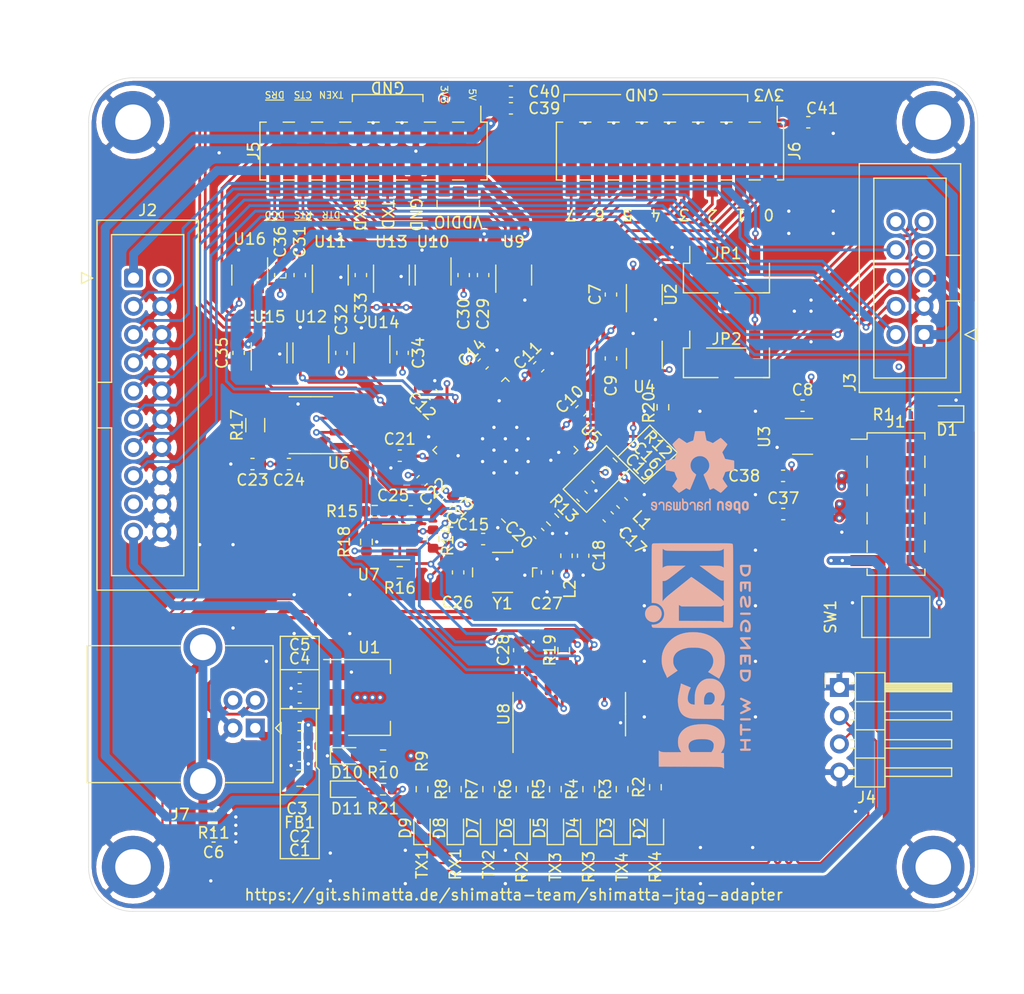
<source format=kicad_pcb>
(kicad_pcb (version 20171130) (host pcbnew 5.1.10)

  (general
    (thickness 1.6)
    (drawings 99)
    (tracks 1407)
    (zones 0)
    (modules 110)
    (nets 87)
  )

  (page A4)
  (title_block
    (title "Shimatta Jtag Adapter")
    (date 2021-05-14)
    (rev v1.0)
    (company Shimatta)
  )

  (layers
    (0 F.Cu signal)
    (1 In1.Cu power)
    (2 In2.Cu power)
    (31 B.Cu signal)
    (32 B.Adhes user)
    (33 F.Adhes user)
    (34 B.Paste user)
    (35 F.Paste user)
    (36 B.SilkS user)
    (37 F.SilkS user)
    (38 B.Mask user)
    (39 F.Mask user)
    (40 Dwgs.User user)
    (41 Cmts.User user)
    (42 Eco1.User user)
    (43 Eco2.User user)
    (44 Edge.Cuts user)
    (45 Margin user)
    (46 B.CrtYd user)
    (47 F.CrtYd user)
    (48 B.Fab user hide)
    (49 F.Fab user hide)
  )

  (setup
    (last_trace_width 0.6)
    (user_trace_width 0.3)
    (user_trace_width 0.6)
    (user_trace_width 0.8)
    (trace_clearance 0.2)
    (zone_clearance 0.254)
    (zone_45_only no)
    (trace_min 0.2)
    (via_size 0.6)
    (via_drill 0.3)
    (via_min_size 0.4)
    (via_min_drill 0.3)
    (user_via 0.9 0.5)
    (uvia_size 0.3)
    (uvia_drill 0.1)
    (uvias_allowed no)
    (uvia_min_size 0.2)
    (uvia_min_drill 0.1)
    (edge_width 0.05)
    (segment_width 0.2)
    (pcb_text_width 0.3)
    (pcb_text_size 1.5 1.5)
    (mod_edge_width 0.12)
    (mod_text_size 1 1)
    (mod_text_width 0.15)
    (pad_size 4.35 4.35)
    (pad_drill 0)
    (pad_to_mask_clearance 0)
    (aux_axis_origin 25 25)
    (grid_origin 25 25)
    (visible_elements FFFFFF7F)
    (pcbplotparams
      (layerselection 0x010fc_ffffffff)
      (usegerberextensions false)
      (usegerberattributes true)
      (usegerberadvancedattributes true)
      (creategerberjobfile true)
      (excludeedgelayer true)
      (linewidth 0.100000)
      (plotframeref false)
      (viasonmask false)
      (mode 1)
      (useauxorigin false)
      (hpglpennumber 1)
      (hpglpenspeed 20)
      (hpglpendiameter 15.000000)
      (psnegative false)
      (psa4output false)
      (plotreference true)
      (plotvalue true)
      (plotinvisibletext false)
      (padsonsilk false)
      (subtractmaskfromsilk false)
      (outputformat 1)
      (mirror false)
      (drillshape 1)
      (scaleselection 1)
      (outputdirectory ""))
  )

  (net 0 "")
  (net 1 GND)
  (net 2 +5V)
  (net 3 +3V3)
  (net 4 "Net-(C6-Pad2)")
  (net 5 /TARGET_VDDIO)
  (net 6 /FT4232H/VCORE)
  (net 7 "Net-(C17-Pad1)")
  (net 8 "Net-(C18-Pad1)")
  (net 9 "Net-(C26-Pad1)")
  (net 10 "Net-(C27-Pad1)")
  (net 11 /UART3_VDDIO)
  (net 12 "Net-(D1-Pad2)")
  (net 13 "Net-(D2-Pad2)")
  (net 14 "Net-(D3-Pad2)")
  (net 15 "Net-(D4-Pad2)")
  (net 16 "Net-(D5-Pad2)")
  (net 17 "Net-(D6-Pad2)")
  (net 18 "Net-(D7-Pad2)")
  (net 19 "Net-(D8-Pad2)")
  (net 20 "Net-(D9-Pad2)")
  (net 21 "Net-(D10-Pad2)")
  (net 22 "Net-(FB1-Pad2)")
  (net 23 /TEST_VCC_GND)
  (net 24 /~RTS~_VDDIO)
  (net 25 /~TARGET_RESET)
  (net 26 /TDO_SWO)
  (net 27 /RTCLK)
  (net 28 /TCK_SWCLK)
  (net 29 /TMS_SWDIO)
  (net 30 /TDI)
  (net 31 /~TRST)
  (net 32 "Net-(J3-Pad9)")
  (net 33 "Net-(J3-Pad7)")
  (net 34 /RS485-)
  (net 35 /RS485+)
  (net 36 "/UART3 Level Translation/~DCD3~_VDDIO")
  (net 37 "/UART3 Level Translation/~DSR3~_VDDIO")
  (net 38 "/UART3 Level Translation/~RTS3~_VDDIO")
  (net 39 "/UART3 Level Translation/~DTR3~_VDDIO")
  (net 40 "/UART3 Level Translation/TXDEN3_VDDIO")
  (net 41 "/UART3 Level Translation/RXD3_VDDIO")
  (net 42 "/UART3 Level Translation/TXD3_VDDIO")
  (net 43 /FT4232H/MPSSE2_7)
  (net 44 /FT4232H/MPSSE2_6)
  (net 45 /FT4232H/MPSSE2_5)
  (net 46 /FT4232H/MPSSE2_4)
  (net 47 /FT4232H/MPSSE2_3)
  (net 48 /FT4232H/MPSSE2_2)
  (net 49 /FT4232H/MPSSE2_1)
  (net 50 /FT4232H/MPSSE2_0)
  (net 51 /D+)
  (net 52 /D-)
  (net 53 "/Level trans Programming Connector/OUT_VDDIO")
  (net 54 "/Level trans Programming Connector/IN_VDDIO")
  (net 55 /FT4232H/D_RX_ACT)
  (net 56 /FT4232H/D_TX_ACT)
  (net 57 /FT4232H/C_RX_ACT)
  (net 58 /FT4232H/C_TX_ACT)
  (net 59 /FT4232H/B_RX_ACT)
  (net 60 /FT4232H/B_TX_ACT)
  (net 61 /FT4232H/A_RX_ACT)
  (net 62 /FT4232H/A_TX_ACT)
  (net 63 "Net-(R12-Pad1)")
  (net 64 "Net-(R13-Pad1)")
  (net 65 /FT4232H/EECS)
  (net 66 "Net-(R15-Pad2)")
  (net 67 /FT4232H/EECLK)
  (net 68 /FT4232H/EEDATA)
  (net 69 /FT4232H/~PWREN)
  (net 70 "/Level trans Programming Connector/IN_3V3")
  (net 71 "/Level trans Programming Connector/RTS_3V3")
  (net 72 "/Level trans Programming Connector/OUT_3V3")
  (net 73 /FT4232H/TXEN4)
  (net 74 /FT4232H/RXD4)
  (net 75 /FT4232H/TXD4)
  (net 76 /FT4232H/TXDEN3)
  (net 77 /FT4232H/~DCD3)
  (net 78 /FT4232H/~DSR3)
  (net 79 /FT4232H/~DTR3)
  (net 80 /FT4232H/~RTS3)
  (net 81 /FT4232H/RXD3)
  (net 82 /FT4232H/TXD3)
  (net 83 "/UART3 Level Translation/~CTS3~_VDDIO")
  (net 84 /FT4232H/~CTS3)
  (net 85 /JTAG_5V_SUPPLY)
  (net 86 "Net-(D11-Pad2)")

  (net_class Default "This is the default net class."
    (clearance 0.2)
    (trace_width 0.25)
    (via_dia 0.6)
    (via_drill 0.3)
    (uvia_dia 0.3)
    (uvia_drill 0.1)
    (diff_pair_width 0.25)
    (diff_pair_gap 0.25)
    (add_net +3V3)
    (add_net +5V)
    (add_net /FT4232H/A_RX_ACT)
    (add_net /FT4232H/A_TX_ACT)
    (add_net /FT4232H/B_RX_ACT)
    (add_net /FT4232H/B_TX_ACT)
    (add_net /FT4232H/C_RX_ACT)
    (add_net /FT4232H/C_TX_ACT)
    (add_net /FT4232H/D_RX_ACT)
    (add_net /FT4232H/D_TX_ACT)
    (add_net /FT4232H/EECLK)
    (add_net /FT4232H/EECS)
    (add_net /FT4232H/EEDATA)
    (add_net /FT4232H/MPSSE2_0)
    (add_net /FT4232H/MPSSE2_1)
    (add_net /FT4232H/MPSSE2_2)
    (add_net /FT4232H/MPSSE2_3)
    (add_net /FT4232H/MPSSE2_4)
    (add_net /FT4232H/MPSSE2_5)
    (add_net /FT4232H/MPSSE2_6)
    (add_net /FT4232H/MPSSE2_7)
    (add_net /FT4232H/RXD3)
    (add_net /FT4232H/RXD4)
    (add_net /FT4232H/TXD3)
    (add_net /FT4232H/TXD4)
    (add_net /FT4232H/TXDEN3)
    (add_net /FT4232H/TXEN4)
    (add_net /FT4232H/VCORE)
    (add_net /FT4232H/~CTS3)
    (add_net /FT4232H/~DCD3)
    (add_net /FT4232H/~DSR3)
    (add_net /FT4232H/~DTR3)
    (add_net /FT4232H/~PWREN)
    (add_net /FT4232H/~RTS3)
    (add_net /JTAG_5V_SUPPLY)
    (add_net "/Level trans Programming Connector/IN_3V3")
    (add_net "/Level trans Programming Connector/IN_VDDIO")
    (add_net "/Level trans Programming Connector/OUT_3V3")
    (add_net "/Level trans Programming Connector/OUT_VDDIO")
    (add_net "/Level trans Programming Connector/RTS_3V3")
    (add_net /RTCLK)
    (add_net /TARGET_VDDIO)
    (add_net /TCK_SWCLK)
    (add_net /TDI)
    (add_net /TDO_SWO)
    (add_net /TEST_VCC_GND)
    (add_net /TMS_SWDIO)
    (add_net "/UART3 Level Translation/RXD3_VDDIO")
    (add_net "/UART3 Level Translation/TXD3_VDDIO")
    (add_net "/UART3 Level Translation/TXDEN3_VDDIO")
    (add_net "/UART3 Level Translation/~CTS3~_VDDIO")
    (add_net "/UART3 Level Translation/~DCD3~_VDDIO")
    (add_net "/UART3 Level Translation/~DSR3~_VDDIO")
    (add_net "/UART3 Level Translation/~DTR3~_VDDIO")
    (add_net "/UART3 Level Translation/~RTS3~_VDDIO")
    (add_net /UART3_VDDIO)
    (add_net /~RTS~_VDDIO)
    (add_net /~TARGET_RESET)
    (add_net /~TRST)
    (add_net GND)
    (add_net "Net-(C17-Pad1)")
    (add_net "Net-(C18-Pad1)")
    (add_net "Net-(C26-Pad1)")
    (add_net "Net-(C27-Pad1)")
    (add_net "Net-(C6-Pad2)")
    (add_net "Net-(D1-Pad2)")
    (add_net "Net-(D10-Pad2)")
    (add_net "Net-(D11-Pad2)")
    (add_net "Net-(D2-Pad2)")
    (add_net "Net-(D3-Pad2)")
    (add_net "Net-(D4-Pad2)")
    (add_net "Net-(D5-Pad2)")
    (add_net "Net-(D6-Pad2)")
    (add_net "Net-(D7-Pad2)")
    (add_net "Net-(D8-Pad2)")
    (add_net "Net-(D9-Pad2)")
    (add_net "Net-(FB1-Pad2)")
    (add_net "Net-(J3-Pad7)")
    (add_net "Net-(J3-Pad9)")
    (add_net "Net-(R12-Pad1)")
    (add_net "Net-(R13-Pad1)")
    (add_net "Net-(R15-Pad2)")
  )

  (net_class RS485 ""
    (clearance 0.5)
    (trace_width 0.2)
    (via_dia 0.6)
    (via_drill 0.3)
    (uvia_dia 0.3)
    (uvia_drill 0.1)
    (diff_pair_width 0.2)
    (diff_pair_gap 0.5)
    (add_net /RS485+)
    (add_net /RS485-)
  )

  (net_class USB ""
    (clearance 0.2)
    (trace_width 0.25)
    (via_dia 0.6)
    (via_drill 0.3)
    (uvia_dia 0.3)
    (uvia_drill 0.1)
    (diff_pair_width 0.3)
    (diff_pair_gap 0.25)
    (add_net /D+)
    (add_net /D-)
  )

  (module Resistor_SMD:R_0603_1608Metric (layer F.Cu) (tedit 5F68FEEE) (tstamp 60A24EC1)
    (at 51.5 89)
    (descr "Resistor SMD 0603 (1608 Metric), square (rectangular) end terminal, IPC_7351 nominal, (Body size source: IPC-SM-782 page 72, https://www.pcb-3d.com/wordpress/wp-content/uploads/ipc-sm-782a_amendment_1_and_2.pdf), generated with kicad-footprint-generator")
    (tags resistor)
    (path /60B7FDBF)
    (attr smd)
    (fp_text reference R21 (at 0 1.75) (layer F.SilkS)
      (effects (font (size 1 1) (thickness 0.15)))
    )
    (fp_text value 1k5 (at 0 1.43) (layer F.Fab)
      (effects (font (size 1 1) (thickness 0.15)))
    )
    (fp_line (start 1.48 0.73) (end -1.48 0.73) (layer F.CrtYd) (width 0.05))
    (fp_line (start 1.48 -0.73) (end 1.48 0.73) (layer F.CrtYd) (width 0.05))
    (fp_line (start -1.48 -0.73) (end 1.48 -0.73) (layer F.CrtYd) (width 0.05))
    (fp_line (start -1.48 0.73) (end -1.48 -0.73) (layer F.CrtYd) (width 0.05))
    (fp_line (start -0.237258 0.5225) (end 0.237258 0.5225) (layer F.SilkS) (width 0.12))
    (fp_line (start -0.237258 -0.5225) (end 0.237258 -0.5225) (layer F.SilkS) (width 0.12))
    (fp_line (start 0.8 0.4125) (end -0.8 0.4125) (layer F.Fab) (width 0.1))
    (fp_line (start 0.8 -0.4125) (end 0.8 0.4125) (layer F.Fab) (width 0.1))
    (fp_line (start -0.8 -0.4125) (end 0.8 -0.4125) (layer F.Fab) (width 0.1))
    (fp_line (start -0.8 0.4125) (end -0.8 -0.4125) (layer F.Fab) (width 0.1))
    (fp_text user %R (at 0 0) (layer F.Fab)
      (effects (font (size 0.4 0.4) (thickness 0.06)))
    )
    (pad 2 smd roundrect (at 0.825 0) (size 0.8 0.95) (layers F.Cu F.Paste F.Mask) (roundrect_rratio 0.25)
      (net 85 /JTAG_5V_SUPPLY))
    (pad 1 smd roundrect (at -0.825 0) (size 0.8 0.95) (layers F.Cu F.Paste F.Mask) (roundrect_rratio 0.25)
      (net 86 "Net-(D11-Pad2)"))
    (model ${KISYS3DMOD}/Resistor_SMD.3dshapes/R_0603_1608Metric.wrl
      (at (xyz 0 0 0))
      (scale (xyz 1 1 1))
      (rotate (xyz 0 0 0))
    )
  )

  (module LED_SMD:LED_0603_1608Metric (layer F.Cu) (tedit 5F68FEF1) (tstamp 60A24764)
    (at 48.25 89)
    (descr "LED SMD 0603 (1608 Metric), square (rectangular) end terminal, IPC_7351 nominal, (Body size source: http://www.tortai-tech.com/upload/download/2011102023233369053.pdf), generated with kicad-footprint-generator")
    (tags LED)
    (path /60B78CA4)
    (attr smd)
    (fp_text reference D11 (at 0 1.75) (layer F.SilkS)
      (effects (font (size 1 1) (thickness 0.15)))
    )
    (fp_text value R (at 0 1.43) (layer F.Fab)
      (effects (font (size 1 1) (thickness 0.15)))
    )
    (fp_line (start 1.48 0.73) (end -1.48 0.73) (layer F.CrtYd) (width 0.05))
    (fp_line (start 1.48 -0.73) (end 1.48 0.73) (layer F.CrtYd) (width 0.05))
    (fp_line (start -1.48 -0.73) (end 1.48 -0.73) (layer F.CrtYd) (width 0.05))
    (fp_line (start -1.48 0.73) (end -1.48 -0.73) (layer F.CrtYd) (width 0.05))
    (fp_line (start -1.485 0.735) (end 0.8 0.735) (layer F.SilkS) (width 0.12))
    (fp_line (start -1.485 -0.735) (end -1.485 0.735) (layer F.SilkS) (width 0.12))
    (fp_line (start 0.8 -0.735) (end -1.485 -0.735) (layer F.SilkS) (width 0.12))
    (fp_line (start 0.8 0.4) (end 0.8 -0.4) (layer F.Fab) (width 0.1))
    (fp_line (start -0.8 0.4) (end 0.8 0.4) (layer F.Fab) (width 0.1))
    (fp_line (start -0.8 -0.1) (end -0.8 0.4) (layer F.Fab) (width 0.1))
    (fp_line (start -0.5 -0.4) (end -0.8 -0.1) (layer F.Fab) (width 0.1))
    (fp_line (start 0.8 -0.4) (end -0.5 -0.4) (layer F.Fab) (width 0.1))
    (fp_text user %R (at 0 0) (layer F.Fab)
      (effects (font (size 0.4 0.4) (thickness 0.06)))
    )
    (pad 2 smd roundrect (at 0.7875 0) (size 0.875 0.95) (layers F.Cu F.Paste F.Mask) (roundrect_rratio 0.25)
      (net 86 "Net-(D11-Pad2)"))
    (pad 1 smd roundrect (at -0.7875 0) (size 0.875 0.95) (layers F.Cu F.Paste F.Mask) (roundrect_rratio 0.25)
      (net 1 GND))
    (model ${KISYS3DMOD}/LED_SMD.3dshapes/LED_0603_1608Metric.wrl
      (at (xyz 0 0 0))
      (scale (xyz 1 1 1))
      (rotate (xyz 0 0 0))
    )
  )

  (module Connector_PinHeader_2.54mm:PinHeader_2x05_P2.54mm_Vertical_SMD (layer F.Cu) (tedit 59FED5CC) (tstamp 60A2169F)
    (at 97.644 63.354)
    (descr "surface-mounted straight pin header, 2x05, 2.54mm pitch, double rows")
    (tags "Surface mounted pin header SMD 2x05 2.54mm double row")
    (path /60ACE56C)
    (attr smd)
    (fp_text reference J1 (at 0 -7.41) (layer F.SilkS)
      (effects (font (size 1 1) (thickness 0.15)))
    )
    (fp_text value Conn_02x05_Odd_Even (at 0 7.41) (layer F.Fab)
      (effects (font (size 1 1) (thickness 0.15)))
    )
    (fp_line (start 5.9 -6.85) (end -5.9 -6.85) (layer F.CrtYd) (width 0.05))
    (fp_line (start 5.9 6.85) (end 5.9 -6.85) (layer F.CrtYd) (width 0.05))
    (fp_line (start -5.9 6.85) (end 5.9 6.85) (layer F.CrtYd) (width 0.05))
    (fp_line (start -5.9 -6.85) (end -5.9 6.85) (layer F.CrtYd) (width 0.05))
    (fp_line (start 2.6 3.3) (end 2.6 4.32) (layer F.SilkS) (width 0.12))
    (fp_line (start -2.6 3.3) (end -2.6 4.32) (layer F.SilkS) (width 0.12))
    (fp_line (start 2.6 0.76) (end 2.6 1.78) (layer F.SilkS) (width 0.12))
    (fp_line (start -2.6 0.76) (end -2.6 1.78) (layer F.SilkS) (width 0.12))
    (fp_line (start 2.6 -1.78) (end 2.6 -0.76) (layer F.SilkS) (width 0.12))
    (fp_line (start -2.6 -1.78) (end -2.6 -0.76) (layer F.SilkS) (width 0.12))
    (fp_line (start 2.6 -4.32) (end 2.6 -3.3) (layer F.SilkS) (width 0.12))
    (fp_line (start -2.6 -4.32) (end -2.6 -3.3) (layer F.SilkS) (width 0.12))
    (fp_line (start 2.6 5.84) (end 2.6 6.41) (layer F.SilkS) (width 0.12))
    (fp_line (start -2.6 5.84) (end -2.6 6.41) (layer F.SilkS) (width 0.12))
    (fp_line (start 2.6 -6.41) (end 2.6 -5.84) (layer F.SilkS) (width 0.12))
    (fp_line (start -2.6 -6.41) (end -2.6 -5.84) (layer F.SilkS) (width 0.12))
    (fp_line (start -4.04 -5.84) (end -2.6 -5.84) (layer F.SilkS) (width 0.12))
    (fp_line (start -2.6 6.41) (end 2.6 6.41) (layer F.SilkS) (width 0.12))
    (fp_line (start -2.6 -6.41) (end 2.6 -6.41) (layer F.SilkS) (width 0.12))
    (fp_line (start 3.6 5.4) (end 2.54 5.4) (layer F.Fab) (width 0.1))
    (fp_line (start 3.6 4.76) (end 3.6 5.4) (layer F.Fab) (width 0.1))
    (fp_line (start 2.54 4.76) (end 3.6 4.76) (layer F.Fab) (width 0.1))
    (fp_line (start -3.6 5.4) (end -2.54 5.4) (layer F.Fab) (width 0.1))
    (fp_line (start -3.6 4.76) (end -3.6 5.4) (layer F.Fab) (width 0.1))
    (fp_line (start -2.54 4.76) (end -3.6 4.76) (layer F.Fab) (width 0.1))
    (fp_line (start 3.6 2.86) (end 2.54 2.86) (layer F.Fab) (width 0.1))
    (fp_line (start 3.6 2.22) (end 3.6 2.86) (layer F.Fab) (width 0.1))
    (fp_line (start 2.54 2.22) (end 3.6 2.22) (layer F.Fab) (width 0.1))
    (fp_line (start -3.6 2.86) (end -2.54 2.86) (layer F.Fab) (width 0.1))
    (fp_line (start -3.6 2.22) (end -3.6 2.86) (layer F.Fab) (width 0.1))
    (fp_line (start -2.54 2.22) (end -3.6 2.22) (layer F.Fab) (width 0.1))
    (fp_line (start 3.6 0.32) (end 2.54 0.32) (layer F.Fab) (width 0.1))
    (fp_line (start 3.6 -0.32) (end 3.6 0.32) (layer F.Fab) (width 0.1))
    (fp_line (start 2.54 -0.32) (end 3.6 -0.32) (layer F.Fab) (width 0.1))
    (fp_line (start -3.6 0.32) (end -2.54 0.32) (layer F.Fab) (width 0.1))
    (fp_line (start -3.6 -0.32) (end -3.6 0.32) (layer F.Fab) (width 0.1))
    (fp_line (start -2.54 -0.32) (end -3.6 -0.32) (layer F.Fab) (width 0.1))
    (fp_line (start 3.6 -2.22) (end 2.54 -2.22) (layer F.Fab) (width 0.1))
    (fp_line (start 3.6 -2.86) (end 3.6 -2.22) (layer F.Fab) (width 0.1))
    (fp_line (start 2.54 -2.86) (end 3.6 -2.86) (layer F.Fab) (width 0.1))
    (fp_line (start -3.6 -2.22) (end -2.54 -2.22) (layer F.Fab) (width 0.1))
    (fp_line (start -3.6 -2.86) (end -3.6 -2.22) (layer F.Fab) (width 0.1))
    (fp_line (start -2.54 -2.86) (end -3.6 -2.86) (layer F.Fab) (width 0.1))
    (fp_line (start 3.6 -4.76) (end 2.54 -4.76) (layer F.Fab) (width 0.1))
    (fp_line (start 3.6 -5.4) (end 3.6 -4.76) (layer F.Fab) (width 0.1))
    (fp_line (start 2.54 -5.4) (end 3.6 -5.4) (layer F.Fab) (width 0.1))
    (fp_line (start -3.6 -4.76) (end -2.54 -4.76) (layer F.Fab) (width 0.1))
    (fp_line (start -3.6 -5.4) (end -3.6 -4.76) (layer F.Fab) (width 0.1))
    (fp_line (start -2.54 -5.4) (end -3.6 -5.4) (layer F.Fab) (width 0.1))
    (fp_line (start 2.54 -6.35) (end 2.54 6.35) (layer F.Fab) (width 0.1))
    (fp_line (start -2.54 -5.4) (end -1.59 -6.35) (layer F.Fab) (width 0.1))
    (fp_line (start -2.54 6.35) (end -2.54 -5.4) (layer F.Fab) (width 0.1))
    (fp_line (start -1.59 -6.35) (end 2.54 -6.35) (layer F.Fab) (width 0.1))
    (fp_line (start 2.54 6.35) (end -2.54 6.35) (layer F.Fab) (width 0.1))
    (fp_text user %R (at 0 0 90) (layer F.Fab)
      (effects (font (size 1 1) (thickness 0.15)))
    )
    (pad 10 smd rect (at 2.525 5.08) (size 3.15 1) (layers F.Cu F.Paste F.Mask)
      (net 23 /TEST_VCC_GND))
    (pad 9 smd rect (at -2.525 5.08) (size 3.15 1) (layers F.Cu F.Paste F.Mask)
      (net 85 /JTAG_5V_SUPPLY))
    (pad 8 smd rect (at 2.525 2.54) (size 3.15 1) (layers F.Cu F.Paste F.Mask)
      (net 23 /TEST_VCC_GND))
    (pad 7 smd rect (at -2.525 2.54) (size 3.15 1) (layers F.Cu F.Paste F.Mask)
      (net 1 GND))
    (pad 6 smd rect (at 2.525 0) (size 3.15 1) (layers F.Cu F.Paste F.Mask)
      (net 23 /TEST_VCC_GND))
    (pad 5 smd rect (at -2.525 0) (size 3.15 1) (layers F.Cu F.Paste F.Mask)
      (net 2 +5V))
    (pad 4 smd rect (at 2.525 -2.54) (size 3.15 1) (layers F.Cu F.Paste F.Mask)
      (net 23 /TEST_VCC_GND))
    (pad 3 smd rect (at -2.525 -2.54) (size 3.15 1) (layers F.Cu F.Paste F.Mask)
      (net 3 +3V3))
    (pad 2 smd rect (at 2.525 -5.08) (size 3.15 1) (layers F.Cu F.Paste F.Mask)
      (net 23 /TEST_VCC_GND))
    (pad 1 smd rect (at -2.525 -5.08) (size 3.15 1) (layers F.Cu F.Paste F.Mask)
      (net 24 /~RTS~_VDDIO))
    (model ${KISYS3DMOD}/Connector_PinHeader_2.54mm.3dshapes/PinHeader_2x05_P2.54mm_Vertical_SMD.wrl
      (at (xyz 0 0 0))
      (scale (xyz 1 1 1))
      (rotate (xyz 0 0 0))
    )
  )

  (module Symbol:KiCad-Logo2_8mm_SilkScreen (layer B.Cu) (tedit 0) (tstamp 60A1DDF5)
    (at 79 77 270)
    (descr "KiCad Logo")
    (tags "Logo KiCad")
    (attr virtual)
    (fp_text reference REF** (at 0 6.35 270) (layer B.SilkS) hide
      (effects (font (size 1 1) (thickness 0.15)) (justify mirror))
    )
    (fp_text value KiCad-Logo2_8mm_SilkScreen (at 0 -7.62 270) (layer B.Fab) hide
      (effects (font (size 1 1) (thickness 0.15)) (justify mirror))
    )
    (fp_poly (pts (xy -7.870089 3.33834) (xy -7.52054 3.338293) (xy -7.35783 3.338286) (xy -4.753429 3.338285)
      (xy -4.753429 3.184762) (xy -4.737043 2.997937) (xy -4.687588 2.825633) (xy -4.60462 2.666825)
      (xy -4.487695 2.52049) (xy -4.448136 2.480968) (xy -4.30583 2.368862) (xy -4.148922 2.287101)
      (xy -3.982072 2.235647) (xy -3.809939 2.214463) (xy -3.637185 2.223513) (xy -3.46847 2.262758)
      (xy -3.308454 2.332162) (xy -3.161798 2.431689) (xy -3.095932 2.491735) (xy -2.973192 2.638957)
      (xy -2.883188 2.800853) (xy -2.826706 2.975573) (xy -2.804529 3.161265) (xy -2.804234 3.179533)
      (xy -2.803072 3.33828) (xy -2.7333 3.338283) (xy -2.671405 3.329882) (xy -2.614865 3.309444)
      (xy -2.611128 3.307333) (xy -2.598358 3.300707) (xy -2.586632 3.295546) (xy -2.575906 3.290349)
      (xy -2.566139 3.28361) (xy -2.557288 3.273829) (xy -2.549311 3.2595) (xy -2.542165 3.239122)
      (xy -2.535808 3.211192) (xy -2.530198 3.174205) (xy -2.525293 3.12666) (xy -2.521049 3.067053)
      (xy -2.517424 2.993881) (xy -2.514377 2.905641) (xy -2.511864 2.80083) (xy -2.509844 2.677945)
      (xy -2.508274 2.535483) (xy -2.507112 2.37194) (xy -2.506314 2.185814) (xy -2.50584 1.975602)
      (xy -2.505646 1.7398) (xy -2.50569 1.476906) (xy -2.50593 1.185416) (xy -2.506323 0.863828)
      (xy -2.506827 0.510638) (xy -2.5074 0.124343) (xy -2.507999 -0.29656) (xy -2.508068 -0.34784)
      (xy -2.508605 -0.771426) (xy -2.509061 -1.16023) (xy -2.509484 -1.515753) (xy -2.509921 -1.839498)
      (xy -2.510422 -2.132966) (xy -2.511035 -2.397661) (xy -2.511808 -2.635085) (xy -2.512789 -2.84674)
      (xy -2.514026 -3.034129) (xy -2.515568 -3.198754) (xy -2.517463 -3.342117) (xy -2.519759 -3.46572)
      (xy -2.522504 -3.571067) (xy -2.525747 -3.659659) (xy -2.529536 -3.733) (xy -2.533919 -3.79259)
      (xy -2.538945 -3.839933) (xy -2.544661 -3.876531) (xy -2.551116 -3.903886) (xy -2.558359 -3.923502)
      (xy -2.566437 -3.936879) (xy -2.575398 -3.945521) (xy -2.585292 -3.95093) (xy -2.596165 -3.954608)
      (xy -2.608067 -3.958058) (xy -2.621046 -3.962782) (xy -2.624217 -3.96422) (xy -2.634181 -3.967451)
      (xy -2.650859 -3.97042) (xy -2.675707 -3.973137) (xy -2.71018 -3.975613) (xy -2.755736 -3.977858)
      (xy -2.81383 -3.979883) (xy -2.885919 -3.981698) (xy -2.973458 -3.983315) (xy -3.077905 -3.984743)
      (xy -3.200715 -3.985993) (xy -3.343345 -3.987076) (xy -3.507251 -3.988002) (xy -3.69389 -3.988782)
      (xy -3.904716 -3.989426) (xy -4.141188 -3.989946) (xy -4.404761 -3.990351) (xy -4.69689 -3.990652)
      (xy -5.019034 -3.99086) (xy -5.372647 -3.990985) (xy -5.759186 -3.991038) (xy -6.180108 -3.991029)
      (xy -6.316456 -3.991016) (xy -6.746716 -3.990947) (xy -7.142164 -3.990834) (xy -7.504273 -3.990665)
      (xy -7.834517 -3.99043) (xy -8.134371 -3.990116) (xy -8.405308 -3.989713) (xy -8.6488 -3.989207)
      (xy -8.866323 -3.988589) (xy -9.05935 -3.987846) (xy -9.229354 -3.986968) (xy -9.37781 -3.985941)
      (xy -9.50619 -3.984756) (xy -9.615969 -3.9834) (xy -9.70862 -3.981862) (xy -9.785617 -3.98013)
      (xy -9.848434 -3.978194) (xy -9.898544 -3.97604) (xy -9.937421 -3.973659) (xy -9.966538 -3.971037)
      (xy -9.987371 -3.968165) (xy -10.001391 -3.96503) (xy -10.009034 -3.962159) (xy -10.022618 -3.95643)
      (xy -10.03509 -3.952206) (xy -10.046498 -3.947985) (xy -10.056889 -3.942268) (xy -10.066309 -3.933555)
      (xy -10.074808 -3.920345) (xy -10.08243 -3.901137) (xy -10.089225 -3.874433) (xy -10.095238 -3.83873)
      (xy -10.100517 -3.79253) (xy -10.10511 -3.734332) (xy -10.109064 -3.662635) (xy -10.112425 -3.57594)
      (xy -10.115241 -3.472746) (xy -10.11756 -3.351553) (xy -10.119428 -3.21086) (xy -10.119916 -3.156857)
      (xy -9.635704 -3.156857) (xy -7.924256 -3.156857) (xy -7.957187 -3.106964) (xy -7.989947 -3.055693)
      (xy -8.017689 -3.006869) (xy -8.040807 -2.957076) (xy -8.059697 -2.902898) (xy -8.074751 -2.840916)
      (xy -8.086367 -2.767715) (xy -8.094936 -2.679878) (xy -8.100856 -2.573988) (xy -8.104519 -2.446628)
      (xy -8.106321 -2.294381) (xy -8.106656 -2.113832) (xy -8.105919 -1.901562) (xy -8.105501 -1.822755)
      (xy -8.100786 -0.977911) (xy -7.565572 -1.706557) (xy -7.413946 -1.913265) (xy -7.282581 -2.09326)
      (xy -7.170057 -2.248925) (xy -7.074957 -2.382647) (xy -6.995862 -2.496809) (xy -6.931353 -2.593797)
      (xy -6.880012 -2.675994) (xy -6.84042 -2.745786) (xy -6.81116 -2.805558) (xy -6.790812 -2.857693)
      (xy -6.777958 -2.904576) (xy -6.771181 -2.948593) (xy -6.76906 -2.992127) (xy -6.770179 -3.037564)
      (xy -6.770464 -3.043275) (xy -6.776357 -3.156933) (xy -4.900771 -3.156857) (xy -5.040278 -3.016189)
      (xy -5.078135 -2.977715) (xy -5.114047 -2.940279) (xy -5.149593 -2.901814) (xy -5.186347 -2.860258)
      (xy -5.225886 -2.813545) (xy -5.269786 -2.75961) (xy -5.319623 -2.69639) (xy -5.376972 -2.621818)
      (xy -5.443411 -2.533832) (xy -5.520515 -2.430365) (xy -5.609861 -2.309354) (xy -5.713024 -2.168734)
      (xy -5.83158 -2.00644) (xy -5.967105 -1.820407) (xy -6.121177 -1.608571) (xy -6.247462 -1.434804)
      (xy -6.405954 -1.216501) (xy -6.544216 -1.025629) (xy -6.663499 -0.860374) (xy -6.765057 -0.718926)
      (xy -6.850141 -0.599471) (xy -6.920005 -0.500198) (xy -6.9759 -0.419295) (xy -7.01908 -0.354949)
      (xy -7.050797 -0.305347) (xy -7.072302 -0.268679) (xy -7.08485 -0.243132) (xy -7.089692 -0.226893)
      (xy -7.088237 -0.218355) (xy -7.070599 -0.195635) (xy -7.032466 -0.147543) (xy -6.976138 -0.076938)
      (xy -6.903916 0.013322) (xy -6.818101 0.120379) (xy -6.720994 0.241373) (xy -6.614896 0.373446)
      (xy -6.502109 0.51374) (xy -6.384932 0.659397) (xy -6.265667 0.807556) (xy -6.200067 0.889)
      (xy -4.571314 0.889) (xy -4.503621 0.766535) (xy -4.435929 0.644071) (xy -4.435929 -2.911929)
      (xy -4.503621 -3.034393) (xy -4.571314 -3.156857) (xy -3.770559 -3.156857) (xy -3.579398 -3.156802)
      (xy -3.421501 -3.156551) (xy -3.293848 -3.155979) (xy -3.193419 -3.154959) (xy -3.117193 -3.153365)
      (xy -3.062148 -3.15107) (xy -3.025264 -3.14795) (xy -3.003521 -3.143877) (xy -2.993898 -3.138725)
      (xy -2.993373 -3.132367) (xy -2.998926 -3.124679) (xy -2.998984 -3.124615) (xy -3.02186 -3.091524)
      (xy -3.052151 -3.037719) (xy -3.078903 -2.984008) (xy -3.129643 -2.875643) (xy -3.134818 -0.993322)
      (xy -3.139993 0.889) (xy -4.571314 0.889) (xy -6.200067 0.889) (xy -6.146615 0.955361)
      (xy -6.030077 1.099953) (xy -5.918354 1.238472) (xy -5.813746 1.368061) (xy -5.718556 1.48586)
      (xy -5.635083 1.589012) (xy -5.565629 1.674657) (xy -5.512494 1.739938) (xy -5.481285 1.778)
      (xy -5.360097 1.92033) (xy -5.243507 2.04877) (xy -5.135603 2.159114) (xy -5.04047 2.247159)
      (xy -4.972957 2.301138) (xy -4.893127 2.358571) (xy -6.729108 2.358571) (xy -6.728592 2.250835)
      (xy -6.733724 2.171628) (xy -6.753015 2.098195) (xy -6.782877 2.028585) (xy -6.802288 1.989259)
      (xy -6.823159 1.950293) (xy -6.847396 1.909099) (xy -6.876906 1.863092) (xy -6.913594 1.809683)
      (xy -6.959368 1.746286) (xy -7.016135 1.670315) (xy -7.0858 1.579183) (xy -7.17027 1.470302)
      (xy -7.271453 1.341086) (xy -7.391253 1.188948) (xy -7.531579 1.011302) (xy -7.547429 0.991258)
      (xy -8.100786 0.291492) (xy -8.106143 1.066496) (xy -8.107221 1.298632) (xy -8.106992 1.495154)
      (xy -8.105443 1.656708) (xy -8.102563 1.783944) (xy -8.098341 1.877508) (xy -8.092766 1.938048)
      (xy -8.090893 1.949532) (xy -8.061495 2.070501) (xy -8.022978 2.179554) (xy -7.979026 2.267237)
      (xy -7.952621 2.304426) (xy -7.90706 2.358571) (xy -8.77153 2.358571) (xy -8.977745 2.358395)
      (xy -9.150188 2.357821) (xy -9.291373 2.356783) (xy -9.403812 2.355213) (xy -9.490017 2.353046)
      (xy -9.552502 2.350212) (xy -9.593779 2.346647) (xy -9.61636 2.342282) (xy -9.622759 2.337051)
      (xy -9.622317 2.335893) (xy -9.603991 2.308231) (xy -9.573396 2.264385) (xy -9.557567 2.242209)
      (xy -9.541202 2.22008) (xy -9.526492 2.200291) (xy -9.513344 2.180894) (xy -9.501667 2.159942)
      (xy -9.491368 2.135488) (xy -9.482354 2.105584) (xy -9.474532 2.068283) (xy -9.467809 2.021637)
      (xy -9.462094 1.963699) (xy -9.457293 1.892521) (xy -9.453315 1.806156) (xy -9.450065 1.702656)
      (xy -9.447452 1.580075) (xy -9.445383 1.436463) (xy -9.443766 1.269875) (xy -9.442507 1.078363)
      (xy -9.441515 0.859978) (xy -9.440696 0.612774) (xy -9.439958 0.334804) (xy -9.439209 0.024119)
      (xy -9.438508 -0.2613) (xy -9.437847 -0.579492) (xy -9.437503 -0.883077) (xy -9.437468 -1.170115)
      (xy -9.437732 -1.438669) (xy -9.438285 -1.686798) (xy -9.43912 -1.912563) (xy -9.440227 -2.114026)
      (xy -9.441596 -2.289246) (xy -9.443219 -2.436286) (xy -9.445087 -2.553206) (xy -9.447189 -2.638067)
      (xy -9.449518 -2.688929) (xy -9.449959 -2.694304) (xy -9.466008 -2.817613) (xy -9.491064 -2.916644)
      (xy -9.529221 -3.00307) (xy -9.584572 -3.088565) (xy -9.591496 -3.097893) (xy -9.635704 -3.156857)
      (xy -10.119916 -3.156857) (xy -10.120892 -3.049168) (xy -10.122001 -2.864976) (xy -10.122801 -2.656784)
      (xy -10.123339 -2.423091) (xy -10.123662 -2.162398) (xy -10.123817 -1.873204) (xy -10.123854 -1.554009)
      (xy -10.123817 -1.203313) (xy -10.123755 -0.819614) (xy -10.123715 -0.401414) (xy -10.123714 -0.318393)
      (xy -10.123691 0.104211) (xy -10.123612 0.492019) (xy -10.123467 0.84652) (xy -10.123244 1.169203)
      (xy -10.122931 1.461558) (xy -10.122517 1.725073) (xy -10.121991 1.961238) (xy -10.12134 2.171542)
      (xy -10.120553 2.357474) (xy -10.119619 2.520525) (xy -10.118526 2.662182) (xy -10.117263 2.783936)
      (xy -10.115817 2.887275) (xy -10.114179 2.973689) (xy -10.112334 3.044667) (xy -10.110274 3.101699)
      (xy -10.107985 3.146273) (xy -10.105456 3.179879) (xy -10.102676 3.204007) (xy -10.099633 3.220144)
      (xy -10.096316 3.229782) (xy -10.096193 3.230022) (xy -10.08936 3.244745) (xy -10.08367 3.258074)
      (xy -10.077374 3.270078) (xy -10.068728 3.280827) (xy -10.055986 3.290389) (xy -10.0374 3.298833)
      (xy -10.011226 3.306229) (xy -9.975716 3.312646) (xy -9.929125 3.318152) (xy -9.869707 3.322817)
      (xy -9.795715 3.326709) (xy -9.705403 3.329898) (xy -9.597025 3.332453) (xy -9.468835 3.334442)
      (xy -9.319087 3.335935) (xy -9.146034 3.337002) (xy -8.947931 3.337709) (xy -8.723031 3.338128)
      (xy -8.469588 3.338327) (xy -8.185856 3.338374) (xy -7.870089 3.33834)) (layer B.SilkS) (width 0.01))
    (fp_poly (pts (xy 0.581378 2.430769) (xy 0.777019 2.409351) (xy 0.966562 2.371015) (xy 1.157717 2.313762)
      (xy 1.358196 2.235591) (xy 1.575708 2.134504) (xy 1.61488 2.114924) (xy 1.704772 2.070638)
      (xy 1.789553 2.030761) (xy 1.860855 1.999102) (xy 1.91031 1.979468) (xy 1.917908 1.976996)
      (xy 1.990714 1.955183) (xy 1.664803 1.481056) (xy 1.585123 1.365177) (xy 1.512272 1.259306)
      (xy 1.44873 1.167038) (xy 1.396972 1.091967) (xy 1.359477 1.037687) (xy 1.338723 1.007793)
      (xy 1.335351 1.003059) (xy 1.321655 1.012958) (xy 1.287943 1.042715) (xy 1.240244 1.086927)
      (xy 1.21392 1.111916) (xy 1.064772 1.230544) (xy 0.897268 1.320687) (xy 0.752928 1.370064)
      (xy 0.666283 1.385571) (xy 0.557796 1.395021) (xy 0.440227 1.398239) (xy 0.326334 1.395049)
      (xy 0.228879 1.385276) (xy 0.18999 1.377791) (xy 0.014712 1.317488) (xy -0.143235 1.22541)
      (xy -0.283732 1.101727) (xy -0.406665 0.946607) (xy -0.511915 0.760219) (xy -0.599365 0.54273)
      (xy -0.6689 0.294308) (xy -0.710225 0.081643) (xy -0.721006 -0.012241) (xy -0.728352 -0.133524)
      (xy -0.732333 -0.273493) (xy -0.733021 -0.423431) (xy -0.730486 -0.574622) (xy -0.7248 -0.718351)
      (xy -0.716033 -0.845903) (xy -0.704256 -0.948562) (xy -0.701707 -0.964401) (xy -0.645519 -1.219536)
      (xy -0.568964 -1.445342) (xy -0.471574 -1.642831) (xy -0.352886 -1.813014) (xy -0.268637 -1.905022)
      (xy -0.11723 -2.029943) (xy 0.048817 -2.12254) (xy 0.226701 -2.182309) (xy 0.413622 -2.208746)
      (xy 0.606778 -2.201348) (xy 0.803369 -2.159611) (xy 0.919597 -2.118771) (xy 1.080438 -2.03699)
      (xy 1.246213 -1.919678) (xy 1.339073 -1.840345) (xy 1.391214 -1.794429) (xy 1.43218 -1.760742)
      (xy 1.455498 -1.74451) (xy 1.458393 -1.744015) (xy 1.4688 -1.760601) (xy 1.495767 -1.804432)
      (xy 1.536996 -1.871748) (xy 1.590189 -1.958794) (xy 1.65305 -2.06181) (xy 1.723281 -2.177041)
      (xy 1.762372 -2.241231) (xy 2.060964 -2.731677) (xy 1.688161 -2.915915) (xy 1.553369 -2.982093)
      (xy 1.444175 -3.034278) (xy 1.353907 -3.07506) (xy 1.275888 -3.107033) (xy 1.203444 -3.132787)
      (xy 1.129901 -3.154914) (xy 1.048584 -3.176007) (xy 0.970643 -3.19453) (xy 0.901366 -3.208863)
      (xy 0.828917 -3.219694) (xy 0.746042 -3.227626) (xy 0.645488 -3.233258) (xy 0.520003 -3.237192)
      (xy 0.435428 -3.238891) (xy 0.314754 -3.24005) (xy 0.199042 -3.239465) (xy 0.095951 -3.237304)
      (xy 0.013138 -3.233732) (xy -0.04174 -3.228917) (xy -0.044992 -3.228437) (xy -0.329957 -3.166786)
      (xy -0.597558 -3.073285) (xy -0.847703 -2.947993) (xy -1.080296 -2.790974) (xy -1.295243 -2.602289)
      (xy -1.49245 -2.382) (xy -1.635273 -2.186214) (xy -1.78732 -1.929949) (xy -1.910227 -1.659317)
      (xy -2.00459 -1.372149) (xy -2.071001 -1.066276) (xy -2.110056 -0.739528) (xy -2.12236 -0.407739)
      (xy -2.112241 -0.086779) (xy -2.080439 0.209354) (xy -2.025946 0.485655) (xy -1.94775 0.747119)
      (xy -1.844841 0.998742) (xy -1.832553 1.02481) (xy -1.69718 1.268493) (xy -1.530911 1.500382)
      (xy -1.338459 1.715677) (xy -1.124534 1.909578) (xy -0.893845 2.077285) (xy -0.678891 2.200304)
      (xy -0.461742 2.296655) (xy -0.244132 2.366449) (xy -0.017638 2.411587) (xy 0.226166 2.433969)
      (xy 0.371928 2.437269) (xy 0.581378 2.430769)) (layer B.SilkS) (width 0.01))
    (fp_poly (pts (xy 4.185632 0.97227) (xy 4.275523 0.965465) (xy 4.532715 0.931247) (xy 4.760485 0.876669)
      (xy 4.959943 0.80098) (xy 5.132197 0.70343) (xy 5.278359 0.583268) (xy 5.399536 0.439742)
      (xy 5.496839 0.272102) (xy 5.567891 0.090714) (xy 5.585927 0.032854) (xy 5.601632 -0.021329)
      (xy 5.615192 -0.074752) (xy 5.626792 -0.130333) (xy 5.636617 -0.190988) (xy 5.644853 -0.259635)
      (xy 5.651684 -0.33919) (xy 5.657295 -0.432572) (xy 5.661872 -0.542696) (xy 5.6656 -0.672481)
      (xy 5.668665 -0.824842) (xy 5.67125 -1.002698) (xy 5.673542 -1.208965) (xy 5.675725 -1.446561)
      (xy 5.677286 -1.632857) (xy 5.687785 -2.911929) (xy 5.755821 -3.035018) (xy 5.788038 -3.094317)
      (xy 5.812012 -3.140377) (xy 5.82345 -3.164893) (xy 5.823857 -3.166553) (xy 5.806375 -3.168454)
      (xy 5.756574 -3.170205) (xy 5.678421 -3.171758) (xy 5.575882 -3.173062) (xy 5.452922 -3.17407)
      (xy 5.31351 -3.174731) (xy 5.161611 -3.174997) (xy 5.1435 -3.175) (xy 4.463143 -3.175)
      (xy 4.463143 -3.020786) (xy 4.461982 -2.951094) (xy 4.458887 -2.897794) (xy 4.454432 -2.869217)
      (xy 4.452463 -2.866572) (xy 4.434455 -2.877653) (xy 4.397393 -2.906736) (xy 4.349222 -2.947579)
      (xy 4.348141 -2.948524) (xy 4.260235 -3.013971) (xy 4.149217 -3.079688) (xy 4.027631 -3.139219)
      (xy 3.908021 -3.186109) (xy 3.855357 -3.202133) (xy 3.750551 -3.222485) (xy 3.62195 -3.235472)
      (xy 3.481325 -3.240909) (xy 3.340448 -3.238611) (xy 3.211093 -3.228392) (xy 3.120571 -3.213689)
      (xy 2.89858 -3.148499) (xy 2.698729 -3.055594) (xy 2.522319 -2.936126) (xy 2.37065 -2.791247)
      (xy 2.245024 -2.62211) (xy 2.146741 -2.429867) (xy 2.104341 -2.313214) (xy 2.077768 -2.199833)
      (xy 2.060158 -2.063722) (xy 2.05201 -1.917437) (xy 2.052278 -1.896151) (xy 3.279321 -1.896151)
      (xy 3.289496 -2.00485) (xy 3.323378 -2.095185) (xy 3.386 -2.178995) (xy 3.410052 -2.203571)
      (xy 3.495551 -2.270011) (xy 3.594373 -2.312574) (xy 3.712768 -2.333177) (xy 3.837445 -2.334694)
      (xy 3.955698 -2.324677) (xy 4.046239 -2.305085) (xy 4.08556 -2.29037) (xy 4.156432 -2.250265)
      (xy 4.231525 -2.193863) (xy 4.300038 -2.130561) (xy 4.351172 -2.069755) (xy 4.36475 -2.047449)
      (xy 4.375305 -2.016212) (xy 4.38281 -1.966507) (xy 4.387613 -1.893587) (xy 4.390065 -1.792703)
      (xy 4.390571 -1.696689) (xy 4.390228 -1.58475) (xy 4.388843 -1.503809) (xy 4.385881 -1.448585)
      (xy 4.380808 -1.413794) (xy 4.37309 -1.394154) (xy 4.362192 -1.38438) (xy 4.358821 -1.382824)
      (xy 4.329529 -1.378029) (xy 4.271756 -1.374108) (xy 4.193304 -1.371414) (xy 4.101974 -1.370299)
      (xy 4.082143 -1.370298) (xy 3.960063 -1.372246) (xy 3.865749 -1.378041) (xy 3.790807 -1.388475)
      (xy 3.728903 -1.403714) (xy 3.575349 -1.461784) (xy 3.454932 -1.533179) (xy 3.36661 -1.619039)
      (xy 3.309339 -1.720507) (xy 3.282078 -1.838725) (xy 3.279321 -1.896151) (xy 2.052278 -1.896151)
      (xy 2.053823 -1.773533) (xy 2.066096 -1.644565) (xy 2.07567 -1.59246) (xy 2.136801 -1.398997)
      (xy 2.229757 -1.220993) (xy 2.352783 -1.060155) (xy 2.504124 -0.91819) (xy 2.682025 -0.796806)
      (xy 2.884732 -0.697709) (xy 3.057071 -0.637533) (xy 3.172253 -0.605919) (xy 3.282423 -0.581354)
      (xy 3.394719 -0.563039) (xy 3.516275 -0.550178) (xy 3.654229 -0.541972) (xy 3.815715 -0.537624)
      (xy 3.961715 -0.5364) (xy 4.394645 -0.535215) (xy 4.386351 -0.40508) (xy 4.362801 -0.263883)
      (xy 4.312703 -0.142518) (xy 4.238191 -0.044017) (xy 4.141399 0.028591) (xy 4.056171 0.064021)
      (xy 3.934056 0.08635) (xy 3.788683 0.089557) (xy 3.626867 0.074823) (xy 3.455422 0.04333)
      (xy 3.281163 -0.00374) (xy 3.110904 -0.065203) (xy 2.987176 -0.121417) (xy 2.927647 -0.150283)
      (xy 2.882242 -0.170443) (xy 2.85915 -0.17831) (xy 2.857897 -0.178058) (xy 2.849929 -0.160437)
      (xy 2.830031 -0.113733) (xy 2.800077 -0.042418) (xy 2.761939 0.049031) (xy 2.717488 0.156141)
      (xy 2.672305 0.265451) (xy 2.491667 0.70326) (xy 2.620155 0.724364) (xy 2.675846 0.734953)
      (xy 2.759564 0.752737) (xy 2.864139 0.776102) (xy 2.982399 0.803435) (xy 3.107172 0.833119)
      (xy 3.156857 0.845182) (xy 3.371807 0.895038) (xy 3.559995 0.932416) (xy 3.728446 0.958073)
      (xy 3.884186 0.972765) (xy 4.03424 0.977245) (xy 4.185632 0.97227)) (layer B.SilkS) (width 0.01))
    (fp_poly (pts (xy 9.041571 2.699911) (xy 9.195876 2.699277) (xy 9.248321 2.698958) (xy 9.9695 2.694214)
      (xy 9.978571 -0.072572) (xy 9.979769 -0.447756) (xy 9.980832 -0.788417) (xy 9.981827 -1.096318)
      (xy 9.982823 -1.373221) (xy 9.983888 -1.620888) (xy 9.985091 -1.841081) (xy 9.986499 -2.035562)
      (xy 9.988182 -2.206094) (xy 9.990206 -2.35444) (xy 9.992641 -2.482361) (xy 9.995554 -2.59162)
      (xy 9.999015 -2.683979) (xy 10.00309 -2.7612) (xy 10.007849 -2.825046) (xy 10.01336 -2.877278)
      (xy 10.019691 -2.91966) (xy 10.02691 -2.953953) (xy 10.035085 -2.98192) (xy 10.044285 -3.005324)
      (xy 10.054577 -3.025925) (xy 10.066031 -3.045487) (xy 10.078715 -3.065772) (xy 10.092695 -3.088543)
      (xy 10.095561 -3.093393) (xy 10.14364 -3.175433) (xy 8.753928 -3.165929) (xy 8.744857 -3.013295)
      (xy 8.739918 -2.940045) (xy 8.734771 -2.897696) (xy 8.727786 -2.880892) (xy 8.717337 -2.884277)
      (xy 8.708571 -2.89396) (xy 8.670388 -2.929229) (xy 8.608155 -2.974563) (xy 8.530641 -3.024546)
      (xy 8.446613 -3.073761) (xy 8.364839 -3.116791) (xy 8.302052 -3.145101) (xy 8.154954 -3.191624)
      (xy 7.98618 -3.224579) (xy 7.808191 -3.242707) (xy 7.633447 -3.24475) (xy 7.474407 -3.229447)
      (xy 7.471788 -3.229009) (xy 7.254168 -3.174402) (xy 7.050455 -3.087401) (xy 6.862613 -2.969876)
      (xy 6.692607 -2.823697) (xy 6.542402 -2.650734) (xy 6.413964 -2.452857) (xy 6.309257 -2.231936)
      (xy 6.252246 -2.068286) (xy 6.214651 -1.931375) (xy 6.186771 -1.798798) (xy 6.167753 -1.662502)
      (xy 6.156745 -1.514433) (xy 6.152895 -1.346537) (xy 6.1546 -1.20944) (xy 7.493359 -1.20944)
      (xy 7.499694 -1.439329) (xy 7.519679 -1.637111) (xy 7.553927 -1.804539) (xy 7.603055 -1.943369)
      (xy 7.667676 -2.055358) (xy 7.748405 -2.142259) (xy 7.841591 -2.203692) (xy 7.89008 -2.226626)
      (xy 7.932134 -2.240375) (xy 7.97902 -2.246666) (xy 8.042004 -2.247222) (xy 8.109857 -2.244773)
      (xy 8.243295 -2.233004) (xy 8.348832 -2.209955) (xy 8.382 -2.19841) (xy 8.457735 -2.164311)
      (xy 8.537614 -2.121491) (xy 8.5725 -2.100057) (xy 8.663214 -2.040556) (xy 8.663214 -0.154584)
      (xy 8.563428 -0.094771) (xy 8.424267 -0.027185) (xy 8.282087 0.012786) (xy 8.14209 0.025378)
      (xy 8.009474 0.010827) (xy 7.88944 -0.030632) (xy 7.787188 -0.098763) (xy 7.754195 -0.131466)
      (xy 7.674667 -0.238619) (xy 7.610299 -0.368327) (xy 7.560553 -0.522814) (xy 7.524891 -0.704302)
      (xy 7.502775 -0.915015) (xy 7.493667 -1.157175) (xy 7.493359 -1.20944) (xy 6.1546 -1.20944)
      (xy 6.15531 -1.152374) (xy 6.170605 -0.853713) (xy 6.201358 -0.584325) (xy 6.248381 -0.340285)
      (xy 6.312482 -0.11767) (xy 6.394472 0.087444) (xy 6.42373 0.148254) (xy 6.541581 0.34656)
      (xy 6.683996 0.522788) (xy 6.847629 0.674092) (xy 7.029131 0.797629) (xy 7.225153 0.890553)
      (xy 7.342655 0.928885) (xy 7.458054 0.951641) (xy 7.596907 0.96518) (xy 7.747574 0.969508)
      (xy 7.898413 0.964632) (xy 8.037785 0.950556) (xy 8.149691 0.928475) (xy 8.282884 0.885172)
      (xy 8.411979 0.829489) (xy 8.524928 0.767064) (xy 8.585043 0.724697) (xy 8.62651 0.693193)
      (xy 8.655545 0.67401) (xy 8.66215 0.671286) (xy 8.664198 0.688837) (xy 8.666107 0.739125)
      (xy 8.667836 0.8186) (xy 8.669341 0.923714) (xy 8.670581 1.050917) (xy 8.671513 1.196661)
      (xy 8.672095 1.357397) (xy 8.672286 1.521116) (xy 8.672179 1.730812) (xy 8.671658 1.907604)
      (xy 8.670416 2.054874) (xy 8.668148 2.176003) (xy 8.66455 2.274373) (xy 8.659317 2.353366)
      (xy 8.652144 2.416362) (xy 8.642726 2.466745) (xy 8.630758 2.507895) (xy 8.615935 2.543194)
      (xy 8.597952 2.576023) (xy 8.576505 2.609765) (xy 8.573745 2.613943) (xy 8.546083 2.657644)
      (xy 8.529382 2.687695) (xy 8.527143 2.694033) (xy 8.544643 2.696033) (xy 8.594574 2.69766)
      (xy 8.673085 2.698888) (xy 8.776323 2.699689) (xy 8.900436 2.700039) (xy 9.041571 2.699911)) (layer B.SilkS) (width 0.01))
    (fp_poly (pts (xy -3.602318 3.916067) (xy -3.466071 3.868828) (xy -3.339221 3.794473) (xy -3.225933 3.693013)
      (xy -3.130372 3.564457) (xy -3.087446 3.483428) (xy -3.050295 3.370092) (xy -3.032288 3.239249)
      (xy -3.034283 3.104735) (xy -3.056423 2.982842) (xy -3.116936 2.833893) (xy -3.204686 2.704691)
      (xy -3.315212 2.597777) (xy -3.444054 2.515694) (xy -3.586753 2.460984) (xy -3.738849 2.43619)
      (xy -3.895881 2.443853) (xy -3.973286 2.460228) (xy -4.124141 2.518911) (xy -4.258125 2.608457)
      (xy -4.372006 2.726107) (xy -4.462552 2.869098) (xy -4.470212 2.884714) (xy -4.496694 2.943314)
      (xy -4.513322 2.992666) (xy -4.52235 3.04473) (xy -4.526032 3.111461) (xy -4.526643 3.184071)
      (xy -4.525633 3.271309) (xy -4.521072 3.334376) (xy -4.510666 3.385364) (xy -4.492121 3.436367)
      (xy -4.46923 3.486687) (xy -4.383846 3.62953) (xy -4.278699 3.74519) (xy -4.157955 3.833675)
      (xy -4.025779 3.894995) (xy -3.886337 3.929161) (xy -3.743795 3.936182) (xy -3.602318 3.916067)) (layer B.SilkS) (width 0.01))
    (fp_poly (pts (xy 8.467859 -4.613688) (xy 8.509635 -4.643301) (xy 8.546525 -4.680192) (xy 8.546525 -5.092162)
      (xy 8.546429 -5.214486) (xy 8.545972 -5.310398) (xy 8.544903 -5.383544) (xy 8.542971 -5.43757)
      (xy 8.539923 -5.476123) (xy 8.535509 -5.502848) (xy 8.529476 -5.521394) (xy 8.521574 -5.535405)
      (xy 8.515375 -5.543733) (xy 8.474461 -5.576449) (xy 8.427482 -5.58) (xy 8.384544 -5.559937)
      (xy 8.370356 -5.548092) (xy 8.360872 -5.532358) (xy 8.355151 -5.507022) (xy 8.352253 -5.46637)
      (xy 8.351238 -5.404688) (xy 8.351141 -5.357038) (xy 8.351141 -5.177535) (xy 7.689839 -5.177535)
      (xy 7.689839 -5.340833) (xy 7.689155 -5.415505) (xy 7.686419 -5.466824) (xy 7.680604 -5.501477)
      (xy 7.670684 -5.526155) (xy 7.658689 -5.543733) (xy 7.617546 -5.576357) (xy 7.571017 -5.58022)
      (xy 7.526473 -5.557032) (xy 7.514312 -5.544876) (xy 7.505723 -5.528761) (xy 7.500058 -5.50366)
      (xy 7.496669 -5.464544) (xy 7.494908 -5.406386) (xy 7.494128 -5.324158) (xy 7.494036 -5.305286)
      (xy 7.493392 -5.150357) (xy 7.49306 -5.022674) (xy 7.493168 -4.919427) (xy 7.493845 -4.837803)
      (xy 7.495218 -4.774992) (xy 7.497416 -4.728181) (xy 7.500566 -4.694559) (xy 7.504798 -4.671315)
      (xy 7.510238 -4.655636) (xy 7.517015 -4.644711) (xy 7.524514 -4.63647) (xy 7.566933 -4.610107)
      (xy 7.611172 -4.613688) (xy 7.652948 -4.643301) (xy 7.669853 -4.662407) (xy 7.680629 -4.683511)
      (xy 7.686641 -4.713568) (xy 7.689256 -4.759533) (xy 7.689839 -4.82836) (xy 7.689839 -4.98215)
      (xy 8.351141 -4.98215) (xy 8.351141 -4.824339) (xy 8.351816 -4.751636) (xy 8.354526 -4.702545)
      (xy 8.360301 -4.670636) (xy 8.370169 -4.649478) (xy 8.3812 -4.63647) (xy 8.423619 -4.610107)
      (xy 8.467859 -4.613688)) (layer B.SilkS) (width 0.01))
    (fp_poly (pts (xy 6.782677 -4.606539) (xy 6.887465 -4.607043) (xy 6.968799 -4.608096) (xy 7.02998 -4.609876)
      (xy 7.074311 -4.612557) (xy 7.105094 -4.616314) (xy 7.125631 -4.621325) (xy 7.139225 -4.627763)
      (xy 7.145803 -4.632712) (xy 7.179944 -4.676029) (xy 7.184074 -4.721003) (xy 7.162976 -4.76186)
      (xy 7.149179 -4.778186) (xy 7.134332 -4.789318) (xy 7.112815 -4.79625) (xy 7.079008 -4.799977)
      (xy 7.027292 -4.801494) (xy 6.952047 -4.801794) (xy 6.937269 -4.801795) (xy 6.742975 -4.801795)
      (xy 6.742975 -5.162505) (xy 6.742847 -5.276201) (xy 6.742266 -5.363685) (xy 6.740936 -5.428802)
      (xy 6.73856 -5.475398) (xy 6.734844 -5.507319) (xy 6.729492 -5.528412) (xy 6.722207 -5.542523)
      (xy 6.712916 -5.553274) (xy 6.669071 -5.579696) (xy 6.6233 -5.577614) (xy 6.58179 -5.547469)
      (xy 6.578741 -5.543733) (xy 6.568812 -5.52961) (xy 6.561248 -5.513086) (xy 6.555729 -5.490146)
      (xy 6.551933 -5.456773) (xy 6.549542 -5.408955) (xy 6.548234 -5.342674) (xy 6.547691 -5.253918)
      (xy 6.547591 -5.152963) (xy 6.547591 -4.801795) (xy 6.36205 -4.801795) (xy 6.282427 -4.801256)
      (xy 6.227304 -4.799157) (xy 6.191132 -4.794771) (xy 6.168362 -4.787376) (xy 6.153447 -4.776245)
      (xy 6.151636 -4.77431) (xy 6.129858 -4.730057) (xy 6.131784 -4.680029) (xy 6.156821 -4.63647)
      (xy 6.166504 -4.62802) (xy 6.178988 -4.621321) (xy 6.197603 -4.616169) (xy 6.225677 -4.612361)
      (xy 6.266541 -4.609697) (xy 6.323522 -4.607972) (xy 6.399952 -4.606984) (xy 6.499157 -4.606532)
      (xy 6.624469 -4.606412) (xy 6.651133 -4.60641) (xy 6.782677 -4.606539)) (layer B.SilkS) (width 0.01))
    (fp_poly (pts (xy 5.751604 -4.615477) (xy 5.783174 -4.635142) (xy 5.818656 -4.663873) (xy 5.818656 -5.091966)
      (xy 5.818543 -5.21719) (xy 5.818059 -5.315847) (xy 5.816986 -5.39143) (xy 5.815108 -5.447433)
      (xy 5.812206 -5.487347) (xy 5.808063 -5.514666) (xy 5.802462 -5.532881) (xy 5.795185 -5.545486)
      (xy 5.790024 -5.551696) (xy 5.748168 -5.57898) (xy 5.700505 -5.577867) (xy 5.658753 -5.554602)
      (xy 5.623271 -5.525871) (xy 5.623271 -4.663873) (xy 5.658753 -4.635142) (xy 5.692998 -4.614242)
      (xy 5.720963 -4.60641) (xy 5.751604 -4.615477)) (layer B.SilkS) (width 0.01))
    (fp_poly (pts (xy 5.160547 -4.60903) (xy 5.186628 -4.61835) (xy 5.187634 -4.618806) (xy 5.223052 -4.645834)
      (xy 5.242566 -4.673636) (xy 5.246384 -4.686672) (xy 5.246195 -4.703992) (xy 5.240822 -4.728667)
      (xy 5.229088 -4.763764) (xy 5.209813 -4.812353) (xy 5.181822 -4.877502) (xy 5.143936 -4.962281)
      (xy 5.094978 -5.069759) (xy 5.068031 -5.128503) (xy 5.01937 -5.233373) (xy 4.97369 -5.329814)
      (xy 4.932734 -5.414298) (xy 4.898246 -5.4833) (xy 4.871969 -5.533294) (xy 4.855646 -5.560754)
      (xy 4.852416 -5.564547) (xy 4.811089 -5.58128) (xy 4.764409 -5.579039) (xy 4.72697 -5.558687)
      (xy 4.725444 -5.557032) (xy 4.710551 -5.534486) (xy 4.685569 -5.490571) (xy 4.653579 -5.43094)
      (xy 4.61766 -5.361246) (xy 4.604752 -5.335563) (xy 4.507314 -5.140397) (xy 4.401106 -5.352407)
      (xy 4.363197 -5.425661) (xy 4.328027 -5.48919) (xy 4.298468 -5.538131) (xy 4.277394 -5.567622)
      (xy 4.270252 -5.573876) (xy 4.214738 -5.582345) (xy 4.168929 -5.564547) (xy 4.155454 -5.545525)
      (xy 4.132136 -5.503249) (xy 4.100877 -5.44188) (xy 4.06358 -5.365576) (xy 4.022146 -5.278499)
      (xy 3.978478 -5.184807) (xy 3.934478 -5.088661) (xy 3.892048 -4.994221) (xy 3.85309 -4.905645)
      (xy 3.819507 -4.827096) (xy 3.793201 -4.762731) (xy 3.776074 -4.716711) (xy 3.770029 -4.693197)
      (xy 3.770091 -4.692345) (xy 3.7848 -4.662756) (xy 3.814202 -4.63262) (xy 3.815933 -4.631308)
      (xy 3.85207 -4.610882) (xy 3.885494 -4.61108) (xy 3.898022 -4.614931) (xy 3.913287 -4.623253)
      (xy 3.929498 -4.639625) (xy 3.948599 -4.667442) (xy 3.972535 -4.7101) (xy 4.003251 -4.770995)
      (xy 4.042691 -4.853525) (xy 4.078258 -4.929707) (xy 4.119177 -5.018014) (xy 4.155844 -5.097426)
      (xy 4.186354 -5.163796) (xy 4.208802 -5.212975) (xy 4.221283 -5.240813) (xy 4.223103 -5.245168)
      (xy 4.23129 -5.238049) (xy 4.250105 -5.208241) (xy 4.277046 -5.160096) (xy 4.309608 -5.097963)
      (xy 4.322566 -5.072328) (xy 4.36646 -4.985765) (xy 4.400311 -4.922725) (xy 4.426897 -4.879542)
      (xy 4.448995 -4.852552) (xy 4.469384 -4.838088) (xy 4.49084 -4.832487) (xy 4.504823 -4.831854)
      (xy 4.529488 -4.83404) (xy 4.551102 -4.843079) (xy 4.572578 -4.862697) (xy 4.59683 -4.896617)
      (xy 4.62677 -4.948562) (xy 4.665313 -5.022258) (xy 4.686578 -5.06418) (xy 4.721072 -5.130994)
      (xy 4.751156 -5.186401) (xy 4.774177 -5.225727) (xy 4.78748 -5.244296) (xy 4.789289 -5.245069)
      (xy 4.79788 -5.230455) (xy 4.817114 -5.192507) (xy 4.845065 -5.135196) (xy 4.879807 -5.062496)
      (xy 4.919413 -4.978376) (xy 4.938896 -4.936594) (xy 4.98958 -4.828763) (xy 5.030393 -4.74579)
      (xy 5.063454 -4.684966) (xy 5.090881 -4.643585) (xy 5.114792 -4.61894) (xy 5.137308 -4.608324)
      (xy 5.160547 -4.60903)) (layer B.SilkS) (width 0.01))
    (fp_poly (pts (xy 1.530783 -4.606687) (xy 1.702501 -4.612493) (xy 1.848555 -4.630101) (xy 1.971353 -4.660563)
      (xy 2.073303 -4.704935) (xy 2.156814 -4.764271) (xy 2.224293 -4.839624) (xy 2.278149 -4.93205)
      (xy 2.279208 -4.934304) (xy 2.311349 -5.017024) (xy 2.322801 -5.090284) (xy 2.31352 -5.164012)
      (xy 2.283461 -5.248135) (xy 2.277761 -5.260937) (xy 2.238885 -5.335862) (xy 2.195195 -5.393757)
      (xy 2.138806 -5.442972) (xy 2.061838 -5.491857) (xy 2.057366 -5.494409) (xy 1.990363 -5.526595)
      (xy 1.914631 -5.550632) (xy 1.825304 -5.567351) (xy 1.717515 -5.577579) (xy 1.586398 -5.582146)
      (xy 1.540072 -5.582543) (xy 1.319476 -5.583334) (xy 1.288326 -5.543733) (xy 1.279086 -5.530711)
      (xy 1.271878 -5.515504) (xy 1.26645 -5.494466) (xy 1.262551 -5.46395) (xy 1.259929 -5.420311)
      (xy 1.259074 -5.387949) (xy 1.467591 -5.387949) (xy 1.592582 -5.387949) (xy 1.665723 -5.38581)
      (xy 1.740807 -5.380181) (xy 1.80243 -5.372243) (xy 1.806149 -5.371575) (xy 1.915599 -5.342212)
      (xy 2.000494 -5.298097) (xy 2.063518 -5.237183) (xy 2.10736 -5.157424) (xy 2.114983 -5.136284)
      (xy 2.122456 -5.103362) (xy 2.119221 -5.070836) (xy 2.103479 -5.027564) (xy 2.09399 -5.006307)
      (xy 2.062917 -4.94982) (xy 2.025479 -4.910191) (xy 1.984287 -4.882594) (xy 1.901776 -4.846682)
      (xy 1.796179 -4.820668) (xy 1.673164 -4.805688) (xy 1.58407 -4.802392) (xy 1.467591 -4.801795)
      (xy 1.467591 -5.387949) (xy 1.259074 -5.387949) (xy 1.258332 -5.3599) (xy 1.25751 -5.279072)
      (xy 1.25721 -5.174181) (xy 1.257176 -5.092162) (xy 1.257176 -4.680192) (xy 1.294067 -4.643301)
      (xy 1.31044 -4.628348) (xy 1.328143 -4.618108) (xy 1.352865 -4.611701) (xy 1.390294 -4.608247)
      (xy 1.446119 -4.606867) (xy 1.526028 -4.606681) (xy 1.530783 -4.606687)) (layer B.SilkS) (width 0.01))
    (fp_poly (pts (xy 0.481716 -4.606667) (xy 0.583377 -4.607884) (xy 0.661282 -4.61073) (xy 0.718581 -4.615874)
      (xy 0.758427 -4.623984) (xy 0.783968 -4.635731) (xy 0.798357 -4.651782) (xy 0.804745 -4.672808)
      (xy 0.806281 -4.699476) (xy 0.806289 -4.702626) (xy 0.804955 -4.73279) (xy 0.798651 -4.756103)
      (xy 0.783922 -4.773506) (xy 0.757315 -4.78594) (xy 0.715374 -4.794345) (xy 0.654646 -4.799665)
      (xy 0.571676 -4.802839) (xy 0.463011 -4.804809) (xy 0.429705 -4.805245) (xy 0.107413 -4.80931)
      (xy 0.102906 -4.89573) (xy 0.098398 -4.98215) (xy 0.322263 -4.98215) (xy 0.409721 -4.982473)
      (xy 0.472169 -4.983837) (xy 0.514654 -4.986839) (xy 0.542223 -4.992073) (xy 0.559922 -5.000135)
      (xy 0.572797 -5.01162) (xy 0.57288 -5.011711) (xy 0.59623 -5.056471) (xy 0.595386 -5.104847)
      (xy 0.570879 -5.146086) (xy 0.566029 -5.150325) (xy 0.548815 -5.161249) (xy 0.525226 -5.168849)
      (xy 0.490007 -5.173697) (xy 0.4379 -5.176366) (xy 0.36365 -5.177428) (xy 0.316162 -5.177535)
      (xy 0.099898 -5.177535) (xy 0.099898 -5.387949) (xy 0.42822 -5.387949) (xy 0.536618 -5.388139)
      (xy 0.618935 -5.388914) (xy 0.679149 -5.390584) (xy 0.721235 -5.393458) (xy 0.749171 -5.397847)
      (xy 0.766934 -5.404059) (xy 0.7785 -5.412404) (xy 0.781415 -5.415434) (xy 0.802936 -5.457434)
      (xy 0.80451 -5.505214) (xy 0.786855 -5.546642) (xy 0.772885 -5.559937) (xy 0.758354 -5.567256)
      (xy 0.735838 -5.572919) (xy 0.701776 -5.577123) (xy 0.652607 -5.580068) (xy 0.584768 -5.581951)
      (xy 0.494698 -5.58297) (xy 0.378837 -5.583325) (xy 0.352643 -5.583334) (xy 0.234839 -5.583256)
      (xy 0.143396 -5.582831) (xy 0.074614 -5.581766) (xy 0.024796 -5.579769) (xy -0.00976 -5.57655)
      (xy -0.03275 -5.571816) (xy -0.047874 -5.565277) (xy -0.058831 -5.556641) (xy -0.064842 -5.55044)
      (xy -0.07389 -5.539457) (xy -0.080958 -5.525852) (xy -0.086291 -5.506056) (xy -0.090132 -5.476502)
      (xy -0.092725 -5.433621) (xy -0.094313 -5.373845) (xy -0.095139 -5.293607) (xy -0.095448 -5.189339)
      (xy -0.095486 -5.10158) (xy -0.095392 -4.978608) (xy -0.094943 -4.882069) (xy -0.093892 -4.808339)
      (xy -0.09199 -4.75379) (xy -0.088991 -4.714799) (xy -0.084645 -4.687739) (xy -0.078706 -4.668984)
      (xy -0.070925 -4.65491) (xy -0.064336 -4.646011) (xy -0.033186 -4.60641) (xy 0.353148 -4.60641)
      (xy 0.481716 -4.606667)) (layer B.SilkS) (width 0.01))
    (fp_poly (pts (xy -1.555874 -4.612244) (xy -1.524499 -4.630649) (xy -1.483476 -4.660749) (xy -1.430678 -4.70396)
      (xy -1.363979 -4.761702) (xy -1.281253 -4.835392) (xy -1.180374 -4.926448) (xy -1.064895 -5.031138)
      (xy -0.824421 -5.249207) (xy -0.816906 -4.956508) (xy -0.814193 -4.855754) (xy -0.811576 -4.780722)
      (xy -0.808474 -4.727084) (xy -0.80431 -4.69051) (xy -0.798505 -4.666671) (xy -0.790478 -4.651238)
      (xy -0.779651 -4.639882) (xy -0.77391 -4.63511) (xy -0.727937 -4.609877) (xy -0.684191 -4.613566)
      (xy -0.649489 -4.635123) (xy -0.614007 -4.663835) (xy -0.609594 -5.08315) (xy -0.608373 -5.206471)
      (xy -0.607751 -5.303348) (xy -0.607944 -5.377394) (xy -0.609168 -5.432221) (xy -0.611638 -5.471443)
      (xy -0.615568 -5.498673) (xy -0.621174 -5.517523) (xy -0.628672 -5.531605) (xy -0.636987 -5.542899)
      (xy -0.654976 -5.563846) (xy -0.672875 -5.577731) (xy -0.693166 -5.58306) (xy -0.718332 -5.57834)
      (xy -0.750854 -5.562077) (xy -0.793217 -5.532777) (xy -0.847902 -5.488946) (xy -0.917391 -5.429091)
      (xy -1.004169 -5.351718) (xy -1.102469 -5.262814) (xy -1.455664 -4.942435) (xy -1.463179 -5.234177)
      (xy -1.465897 -5.334747) (xy -1.468521 -5.409604) (xy -1.471633 -5.463084) (xy -1.475816 -5.499526)
      (xy -1.481651 -5.523268) (xy -1.48972 -5.538646) (xy -1.500605 -5.55) (xy -1.506175 -5.554626)
      (xy -1.55541 -5.580042) (xy -1.601931 -5.576209) (xy -1.642443 -5.543733) (xy -1.65171 -5.530667)
      (xy -1.658933 -5.515409) (xy -1.664366 -5.494296) (xy -1.668262 -5.463669) (xy -1.670875 -5.419866)
      (xy -1.672461 -5.359227) (xy -1.673272 -5.278091) (xy -1.673562 -5.172797) (xy -1.673593 -5.094872)
      (xy -1.673495 -4.972988) (xy -1.673033 -4.877503) (xy -1.671951 -4.804755) (xy -1.669997 -4.751083)
      (xy -1.666916 -4.712827) (xy -1.662454 -4.686327) (xy -1.656357 -4.66792) (xy -1.648371 -4.653948)
      (xy -1.642443 -4.646011) (xy -1.627416 -4.627212) (xy -1.613372 -4.613017) (xy -1.598184 -4.604846)
      (xy -1.579727 -4.604116) (xy -1.555874 -4.612244)) (layer B.SilkS) (width 0.01))
    (fp_poly (pts (xy -2.421216 -4.613776) (xy -2.329995 -4.629082) (xy -2.259936 -4.652875) (xy -2.214358 -4.684204)
      (xy -2.201938 -4.702078) (xy -2.189308 -4.743649) (xy -2.197807 -4.781256) (xy -2.224639 -4.816919)
      (xy -2.26633 -4.833603) (xy -2.326824 -4.832248) (xy -2.373613 -4.823209) (xy -2.477582 -4.805987)
      (xy -2.583834 -4.804351) (xy -2.702763 -4.818329) (xy -2.735614 -4.824252) (xy -2.846199 -4.855431)
      (xy -2.932713 -4.90181) (xy -2.994207 -4.962599) (xy -3.029732 -5.037008) (xy -3.037079 -5.075478)
      (xy -3.03227 -5.153527) (xy -3.00122 -5.222581) (xy -2.94676 -5.281293) (xy -2.871718 -5.328317)
      (xy -2.778924 -5.362307) (xy -2.671206 -5.381918) (xy -2.551395 -5.385805) (xy -2.422319 -5.37262)
      (xy -2.415031 -5.371376) (xy -2.363692 -5.361814) (xy -2.335226 -5.352578) (xy -2.322888 -5.338873)
      (xy -2.319932 -5.315906) (xy -2.319865 -5.303743) (xy -2.319865 -5.252683) (xy -2.411031 -5.252683)
      (xy -2.491536 -5.247168) (xy -2.546475 -5.229594) (xy -2.57844 -5.198417) (xy -2.590026 -5.152094)
      (xy -2.590167 -5.146048) (xy -2.583389 -5.106453) (xy -2.560145 -5.078181) (xy -2.516884 -5.059471)
      (xy -2.450055 -5.048564) (xy -2.385324 -5.044554) (xy -2.291241 -5.042253) (xy -2.222998 -5.045764)
      (xy -2.176455 -5.058719) (xy -2.147472 -5.08475) (xy -2.131909 -5.127491) (xy -2.125625 -5.190574)
      (xy -2.12448 -5.273428) (xy -2.126356 -5.36591) (xy -2.132 -5.428818) (xy -2.141436 -5.462403)
      (xy -2.143267 -5.465033) (xy -2.195079 -5.506998) (xy -2.271044 -5.540232) (xy -2.366346 -5.564023)
      (xy -2.47617 -5.577663) (xy -2.5957 -5.580442) (xy -2.72012 -5.571649) (xy -2.793297 -5.560849)
      (xy -2.908074 -5.528362) (xy -3.01475 -5.47525) (xy -3.104065 -5.406319) (xy -3.11764 -5.392542)
      (xy -3.161746 -5.334622) (xy -3.201543 -5.26284) (xy -3.232381 -5.187583) (xy -3.249611 -5.119241)
      (xy -3.251688 -5.092993) (xy -3.242847 -5.038241) (xy -3.219349 -4.970119) (xy -3.185703 -4.898414)
      (xy -3.146418 -4.832913) (xy -3.111709 -4.789162) (xy -3.030557 -4.724083) (xy -2.925652 -4.672285)
      (xy -2.800754 -4.634938) (xy -2.659621 -4.613217) (xy -2.530279 -4.607909) (xy -2.421216 -4.613776)) (layer B.SilkS) (width 0.01))
    (fp_poly (pts (xy -3.717617 -4.63647) (xy -3.708855 -4.646552) (xy -3.701982 -4.659559) (xy -3.696769 -4.678975)
      (xy -3.692988 -4.708284) (xy -3.69041 -4.750971) (xy -3.688807 -4.810519) (xy -3.687949 -4.890414)
      (xy -3.68761 -4.99414) (xy -3.687557 -5.094872) (xy -3.68765 -5.219816) (xy -3.688081 -5.318185)
      (xy -3.689077 -5.393465) (xy -3.690869 -5.449138) (xy -3.693683 -5.48869) (xy -3.69775 -5.515605)
      (xy -3.703296 -5.533367) (xy -3.710551 -5.545461) (xy -3.717617 -5.553274) (xy -3.761556 -5.579476)
      (xy -3.808374 -5.577125) (xy -3.850263 -5.548548) (xy -3.859888 -5.537391) (xy -3.867409 -5.524447)
      (xy -3.873088 -5.506136) (xy -3.877181 -5.478882) (xy -3.879949 -5.439104) (xy -3.88165 -5.383226)
      (xy -3.882543 -5.307668) (xy -3.882887 -5.208852) (xy -3.882942 -5.096978) (xy -3.882942 -4.680192)
      (xy -3.846051 -4.643301) (xy -3.800579 -4.612264) (xy -3.75647 -4.611145) (xy -3.717617 -4.63647)) (layer B.SilkS) (width 0.01))
    (fp_poly (pts (xy -4.739942 -4.608121) (xy -4.640337 -4.615084) (xy -4.547698 -4.625959) (xy -4.467412 -4.640338)
      (xy -4.404862 -4.65781) (xy -4.365435 -4.677966) (xy -4.359383 -4.683899) (xy -4.338338 -4.729939)
      (xy -4.34472 -4.777204) (xy -4.377361 -4.817642) (xy -4.378918 -4.818801) (xy -4.398117 -4.831261)
      (xy -4.418159 -4.837813) (xy -4.446114 -4.838608) (xy -4.489053 -4.8338) (xy -4.554045 -4.823539)
      (xy -4.559273 -4.822675) (xy -4.656115 -4.810778) (xy -4.760598 -4.804909) (xy -4.865389 -4.804852)
      (xy -4.963156 -4.810391) (xy -5.046566 -4.821309) (xy -5.108287 -4.837389) (xy -5.112342 -4.839005)
      (xy -5.157118 -4.864093) (xy -5.17285 -4.889482) (xy -5.160534 -4.914451) (xy -5.121169 -4.93828)
      (xy -5.055752 -4.960246) (xy -4.96528 -4.97963) (xy -4.904954 -4.988962) (xy -4.779554 -5.006913)
      (xy -4.679819 -5.023323) (xy -4.6015 -5.039612) (xy -4.540347 -5.057202) (xy -4.492113 -5.077513)
      (xy -4.452549 -5.101967) (xy -4.417406 -5.131984) (xy -4.389165 -5.16146) (xy -4.355662 -5.202531)
      (xy -4.339173 -5.237846) (xy -4.334017 -5.281357) (xy -4.33383 -5.297292) (xy -4.337702 -5.350169)
      (xy -4.353181 -5.389507) (xy -4.379969 -5.424424) (xy -4.434413 -5.477798) (xy -4.495124 -5.518502)
      (xy -4.566612 -5.547864) (xy -4.65339 -5.567211) (xy -4.759968 -5.57787) (xy -4.890857 -5.581169)
      (xy -4.912469 -5.581113) (xy -4.999752 -5.579304) (xy -5.086313 -5.575193) (xy -5.162716 -5.56937)
      (xy -5.219524 -5.562425) (xy -5.224118 -5.561628) (xy -5.280599 -5.548248) (xy -5.328506 -5.531346)
      (xy -5.355627 -5.515895) (xy -5.380865 -5.47513) (xy -5.382623 -5.427662) (xy -5.360866 -5.385359)
      (xy -5.355998 -5.380576) (xy -5.335876 -5.366363) (xy -5.310712 -5.36024) (xy -5.271767 -5.361282)
      (xy -5.224489 -5.366698) (xy -5.171659 -5.371537) (xy -5.097602 -5.375619) (xy -5.011145 -5.378582)
      (xy -4.921117 -5.380061) (xy -4.897439 -5.380158) (xy -4.807076 -5.379794) (xy -4.740943 -5.37804)
      (xy -4.693221 -5.374287) (xy -4.658092 -5.367927) (xy -4.629736 -5.358351) (xy -4.612695 -5.350375)
      (xy -4.57525 -5.328229) (xy -4.551375 -5.308172) (xy -4.547886 -5.302487) (xy -4.555247 -5.279009)
      (xy -4.590241 -5.256281) (xy -4.650442 -5.235334) (xy -4.733425 -5.2172) (xy -4.757874 -5.213161)
      (xy -4.885576 -5.193103) (xy -4.987494 -5.176338) (xy -5.06756 -5.161647) (xy -5.129708 -5.147812)
      (xy -5.177872 -5.133615) (xy -5.215986 -5.117837) (xy -5.247984 -5.09926) (xy -5.277798 -5.076666)
      (xy -5.309364 -5.048837) (xy -5.319986 -5.03908) (xy -5.357227 -5.002666) (xy -5.376941 -4.973816)
      (xy -5.384653 -4.940802) (xy -5.385901 -4.899199) (xy -5.372169 -4.817615) (xy -5.331132 -4.748298)
      (xy -5.263024 -4.691472) (xy -5.168081 -4.647361) (xy -5.100338 -4.627576) (xy -5.026713 -4.614797)
      (xy -4.938515 -4.607568) (xy -4.84113 -4.605479) (xy -4.739942 -4.608121)) (layer B.SilkS) (width 0.01))
    (fp_poly (pts (xy -6.099384 -4.606516) (xy -6.006976 -4.607012) (xy -5.937227 -4.608165) (xy -5.886437 -4.610244)
      (xy -5.850905 -4.613515) (xy -5.826932 -4.618247) (xy -5.810818 -4.624707) (xy -5.798863 -4.633163)
      (xy -5.794533 -4.637055) (xy -5.768205 -4.678404) (xy -5.763465 -4.725916) (xy -5.780784 -4.768095)
      (xy -5.788793 -4.77662) (xy -5.801746 -4.784885) (xy -5.822602 -4.791261) (xy -5.85523 -4.796059)
      (xy -5.903496 -4.799588) (xy -5.971268 -4.802158) (xy -6.062414 -4.804081) (xy -6.145745 -4.805251)
      (xy -6.475546 -4.80931) (xy -6.48456 -4.98215) (xy -6.260696 -4.98215) (xy -6.163508 -4.982989)
      (xy -6.092357 -4.986496) (xy -6.043245 -4.994159) (xy -6.012171 -5.007467) (xy -5.995138 -5.027905)
      (xy -5.988146 -5.056963) (xy -5.987084 -5.083931) (xy -5.990384 -5.117021) (xy -6.002837 -5.141404)
      (xy -6.028274 -5.158353) (xy -6.070525 -5.169143) (xy -6.13342 -5.175048) (xy -6.220789 -5.177341)
      (xy -6.268475 -5.177535) (xy -6.48306 -5.177535) (xy -6.48306 -5.387949) (xy -6.152409 -5.387949)
      (xy -6.044024 -5.3881) (xy -5.961651 -5.388778) (xy -5.901243 -5.39032) (xy -5.858753 -5.393063)
      (xy -5.830135 -5.397345) (xy -5.811342 -5.403503) (xy -5.798328 -5.411873) (xy -5.791699 -5.418008)
      (xy -5.768961 -5.453813) (xy -5.76164 -5.485641) (xy -5.772093 -5.524518) (xy -5.791699 -5.553274)
      (xy -5.802159 -5.562327) (xy -5.815662 -5.569357) (xy -5.83584 -5.574618) (xy -5.866325 -5.578365)
      (xy -5.910749 -5.580854) (xy -5.972745 -5.582339) (xy -6.055945 -5.583075) (xy -6.163981 -5.583318)
      (xy -6.220043 -5.583334) (xy -6.340098 -5.583227) (xy -6.433728 -5.582739) (xy -6.504563 -5.581613)
      (xy -6.556235 -5.579595) (xy -6.592377 -5.57643) (xy -6.616622 -5.571863) (xy -6.632601 -5.56564)
      (xy -6.643947 -5.557504) (xy -6.648386 -5.553274) (xy -6.657171 -5.54316) (xy -6.664058 -5.530112)
      (xy -6.669275 -5.510634) (xy -6.673053 -5.481228) (xy -6.675624 -5.438398) (xy -6.677218 -5.378648)
      (xy -6.678065 -5.298481) (xy -6.678396 -5.194401) (xy -6.678445 -5.097492) (xy -6.6784 -4.973387)
      (xy -6.678088 -4.87583) (xy -6.677242 -4.80131) (xy -6.675596 -4.746315) (xy -6.672883 -4.707334)
      (xy -6.668837 -4.680857) (xy -6.663191 -4.66337) (xy -6.65568 -4.651364) (xy -6.646036 -4.641327)
      (xy -6.64366 -4.63909) (xy -6.632129 -4.629183) (xy -6.618732 -4.621512) (xy -6.59975 -4.61579)
      (xy -6.571469 -4.611732) (xy -6.530172 -4.609052) (xy -6.472142 -4.607466) (xy -6.393663 -4.606688)
      (xy -6.29102 -4.606432) (xy -6.21815 -4.60641) (xy -6.099384 -4.606516)) (layer B.SilkS) (width 0.01))
    (fp_poly (pts (xy -7.974708 -4.606409) (xy -7.922143 -4.606944) (xy -7.768119 -4.61066) (xy -7.639125 -4.621699)
      (xy -7.530763 -4.641246) (xy -7.438638 -4.670483) (xy -7.358353 -4.710597) (xy -7.285512 -4.762769)
      (xy -7.259495 -4.785433) (xy -7.216337 -4.838462) (xy -7.177421 -4.910421) (xy -7.147427 -4.990184)
      (xy -7.131035 -5.066625) (xy -7.129332 -5.094872) (xy -7.140005 -5.173174) (xy -7.168607 -5.258705)
      (xy -7.210011 -5.339663) (xy -7.259095 -5.404246) (xy -7.267067 -5.412038) (xy -7.3346 -5.466808)
      (xy -7.408552 -5.509563) (xy -7.493188 -5.541423) (xy -7.592771 -5.563508) (xy -7.711566 -5.576938)
      (xy -7.853834 -5.582834) (xy -7.919 -5.583334) (xy -8.001855 -5.582935) (xy -8.060123 -5.581266)
      (xy -8.09927 -5.577622) (xy -8.124763 -5.571293) (xy -8.142068 -5.561574) (xy -8.151344 -5.553274)
      (xy -8.160106 -5.543192) (xy -8.166979 -5.530185) (xy -8.172192 -5.510769) (xy -8.175973 -5.48146)
      (xy -8.178551 -5.438773) (xy -8.180154 -5.379225) (xy -8.181011 -5.29933) (xy -8.181351 -5.195605)
      (xy -8.181403 -5.094872) (xy -8.181734 -4.960519) (xy -8.181662 -4.853192) (xy -8.180384 -4.801795)
      (xy -7.986019 -4.801795) (xy -7.986019 -5.387949) (xy -7.862025 -5.387835) (xy -7.787415 -5.385696)
      (xy -7.709272 -5.380183) (xy -7.644074 -5.372472) (xy -7.64209 -5.372155) (xy -7.536717 -5.346678)
      (xy -7.454986 -5.307) (xy -7.392816 -5.250538) (xy -7.353314 -5.189406) (xy -7.328974 -5.121593)
      (xy -7.330861 -5.057919) (xy -7.359109 -4.989665) (xy -7.414362 -4.919056) (xy -7.490927 -4.866735)
      (xy -7.590449 -4.831763) (xy -7.656961 -4.819386) (xy -7.732461 -4.810694) (xy -7.812479 -4.804404)
      (xy -7.880538 -4.801788) (xy -7.884569 -4.801776) (xy -7.986019 -4.801795) (xy -8.180384 -4.801795)
      (xy -8.17959 -4.769881) (xy -8.173915 -4.707579) (xy -8.163041 -4.663275) (xy -8.145368 -4.63396)
      (xy -8.119297 -4.616625) (xy -8.083229 -4.608261) (xy -8.035566 -4.605859) (xy -7.974708 -4.606409)) (layer B.SilkS) (width 0.01))
  )

  (module Symbol:OSHW-Logo2_9.8x8mm_SilkScreen (layer B.Cu) (tedit 0) (tstamp 60A1D775)
    (at 80 60.5 180)
    (descr "Open Source Hardware Symbol")
    (tags "Logo Symbol OSHW")
    (attr virtual)
    (fp_text reference REF** (at 0 0) (layer B.SilkS) hide
      (effects (font (size 1 1) (thickness 0.15)) (justify mirror))
    )
    (fp_text value OSHW-Logo2_9.8x8mm_SilkScreen (at 0.75 0) (layer B.Fab) hide
      (effects (font (size 1 1) (thickness 0.15)) (justify mirror))
    )
    (fp_poly (pts (xy -3.231114 -2.584505) (xy -3.156461 -2.621727) (xy -3.090569 -2.690261) (xy -3.072423 -2.715648)
      (xy -3.052655 -2.748866) (xy -3.039828 -2.784945) (xy -3.03249 -2.833098) (xy -3.029187 -2.902536)
      (xy -3.028462 -2.994206) (xy -3.031737 -3.11983) (xy -3.043123 -3.214154) (xy -3.064959 -3.284523)
      (xy -3.099581 -3.338286) (xy -3.14933 -3.382788) (xy -3.152986 -3.385423) (xy -3.202015 -3.412377)
      (xy -3.261055 -3.425712) (xy -3.336141 -3.429) (xy -3.458205 -3.429) (xy -3.458256 -3.547497)
      (xy -3.459392 -3.613492) (xy -3.466314 -3.652202) (xy -3.484402 -3.675419) (xy -3.519038 -3.694933)
      (xy -3.527355 -3.69892) (xy -3.56628 -3.717603) (xy -3.596417 -3.729403) (xy -3.618826 -3.730422)
      (xy -3.634567 -3.716761) (xy -3.644698 -3.684522) (xy -3.650277 -3.629804) (xy -3.652365 -3.548711)
      (xy -3.652019 -3.437344) (xy -3.6503 -3.291802) (xy -3.649763 -3.248269) (xy -3.647828 -3.098205)
      (xy -3.646096 -3.000042) (xy -3.458308 -3.000042) (xy -3.457252 -3.083364) (xy -3.452562 -3.13788)
      (xy -3.441949 -3.173837) (xy -3.423128 -3.201482) (xy -3.41035 -3.214965) (xy -3.35811 -3.254417)
      (xy -3.311858 -3.257628) (xy -3.264133 -3.225049) (xy -3.262923 -3.223846) (xy -3.243506 -3.198668)
      (xy -3.231693 -3.164447) (xy -3.225735 -3.111748) (xy -3.22388 -3.031131) (xy -3.223846 -3.013271)
      (xy -3.22833 -2.902175) (xy -3.242926 -2.825161) (xy -3.26935 -2.778147) (xy -3.309317 -2.75705)
      (xy -3.332416 -2.754923) (xy -3.387238 -2.7649) (xy -3.424842 -2.797752) (xy -3.447477 -2.857857)
      (xy -3.457394 -2.949598) (xy -3.458308 -3.000042) (xy -3.646096 -3.000042) (xy -3.645778 -2.98206)
      (xy -3.643127 -2.894679) (xy -3.639394 -2.830905) (xy -3.634093 -2.785582) (xy -3.626742 -2.753555)
      (xy -3.616857 -2.729668) (xy -3.603954 -2.708764) (xy -3.598421 -2.700898) (xy -3.525031 -2.626595)
      (xy -3.43224 -2.584467) (xy -3.324904 -2.572722) (xy -3.231114 -2.584505)) (layer B.SilkS) (width 0.01))
    (fp_poly (pts (xy -1.728336 -2.595089) (xy -1.665633 -2.631358) (xy -1.622039 -2.667358) (xy -1.590155 -2.705075)
      (xy -1.56819 -2.751199) (xy -1.554351 -2.812421) (xy -1.546847 -2.895431) (xy -1.543883 -3.006919)
      (xy -1.543539 -3.087062) (xy -1.543539 -3.382065) (xy -1.709615 -3.456515) (xy -1.719385 -3.133402)
      (xy -1.723421 -3.012729) (xy -1.727656 -2.925141) (xy -1.732903 -2.86465) (xy -1.739975 -2.825268)
      (xy -1.749689 -2.801007) (xy -1.762856 -2.78588) (xy -1.767081 -2.782606) (xy -1.831091 -2.757034)
      (xy -1.895792 -2.767153) (xy -1.934308 -2.794) (xy -1.949975 -2.813024) (xy -1.96082 -2.837988)
      (xy -1.967712 -2.875834) (xy -1.971521 -2.933502) (xy -1.973117 -3.017935) (xy -1.973385 -3.105928)
      (xy -1.973437 -3.216323) (xy -1.975328 -3.294463) (xy -1.981655 -3.347165) (xy -1.995017 -3.381242)
      (xy -2.018015 -3.403511) (xy -2.053246 -3.420787) (xy -2.100303 -3.438738) (xy -2.151697 -3.458278)
      (xy -2.145579 -3.111485) (xy -2.143116 -2.986468) (xy -2.140233 -2.894082) (xy -2.136102 -2.827881)
      (xy -2.129893 -2.78142) (xy -2.120774 -2.748256) (xy -2.107917 -2.721944) (xy -2.092416 -2.698729)
      (xy -2.017629 -2.624569) (xy -1.926372 -2.581684) (xy -1.827117 -2.571412) (xy -1.728336 -2.595089)) (layer B.SilkS) (width 0.01))
    (fp_poly (pts (xy -3.983114 -2.587256) (xy -3.891536 -2.635409) (xy -3.823951 -2.712905) (xy -3.799943 -2.762727)
      (xy -3.781262 -2.837533) (xy -3.771699 -2.932052) (xy -3.770792 -3.03521) (xy -3.778079 -3.135935)
      (xy -3.793097 -3.223153) (xy -3.815385 -3.285791) (xy -3.822235 -3.296579) (xy -3.903368 -3.377105)
      (xy -3.999734 -3.425336) (xy -4.104299 -3.43945) (xy -4.210032 -3.417629) (xy -4.239457 -3.404547)
      (xy -4.296759 -3.364231) (xy -4.34705 -3.310775) (xy -4.351803 -3.303995) (xy -4.371122 -3.271321)
      (xy -4.383892 -3.236394) (xy -4.391436 -3.190414) (xy -4.395076 -3.124584) (xy -4.396135 -3.030105)
      (xy -4.396154 -3.008923) (xy -4.396106 -3.002182) (xy -4.200769 -3.002182) (xy -4.199632 -3.091349)
      (xy -4.195159 -3.15052) (xy -4.185754 -3.188741) (xy -4.169824 -3.215053) (xy -4.161692 -3.223846)
      (xy -4.114942 -3.257261) (xy -4.069553 -3.255737) (xy -4.02366 -3.226752) (xy -3.996288 -3.195809)
      (xy -3.980077 -3.150643) (xy -3.970974 -3.07942) (xy -3.970349 -3.071114) (xy -3.968796 -2.942037)
      (xy -3.985035 -2.846172) (xy -4.018848 -2.784107) (xy -4.070016 -2.756432) (xy -4.08828 -2.754923)
      (xy -4.13624 -2.762513) (xy -4.169047 -2.788808) (xy -4.189105 -2.839095) (xy -4.198822 -2.918664)
      (xy -4.200769 -3.002182) (xy -4.396106 -3.002182) (xy -4.395426 -2.908249) (xy -4.392371 -2.837906)
      (xy -4.385678 -2.789163) (xy -4.37404 -2.753288) (xy -4.356147 -2.721548) (xy -4.352192 -2.715648)
      (xy -4.285733 -2.636104) (xy -4.213315 -2.589929) (xy -4.125151 -2.571599) (xy -4.095213 -2.570703)
      (xy -3.983114 -2.587256)) (layer B.SilkS) (width 0.01))
    (fp_poly (pts (xy -2.465746 -2.599745) (xy -2.388714 -2.651567) (xy -2.329184 -2.726412) (xy -2.293622 -2.821654)
      (xy -2.286429 -2.891756) (xy -2.287246 -2.921009) (xy -2.294086 -2.943407) (xy -2.312888 -2.963474)
      (xy -2.349592 -2.985733) (xy -2.410138 -3.014709) (xy -2.500466 -3.054927) (xy -2.500923 -3.055129)
      (xy -2.584067 -3.09321) (xy -2.652247 -3.127025) (xy -2.698495 -3.152933) (xy -2.715842 -3.167295)
      (xy -2.715846 -3.167411) (xy -2.700557 -3.198685) (xy -2.664804 -3.233157) (xy -2.623758 -3.25799)
      (xy -2.602963 -3.262923) (xy -2.54623 -3.245862) (xy -2.497373 -3.203133) (xy -2.473535 -3.156155)
      (xy -2.450603 -3.121522) (xy -2.405682 -3.082081) (xy -2.352877 -3.048009) (xy -2.30629 -3.02948)
      (xy -2.296548 -3.028462) (xy -2.285582 -3.045215) (xy -2.284921 -3.088039) (xy -2.29298 -3.145781)
      (xy -2.308173 -3.207289) (xy -2.328914 -3.261409) (xy -2.329962 -3.26351) (xy -2.392379 -3.35066)
      (xy -2.473274 -3.409939) (xy -2.565144 -3.439034) (xy -2.660487 -3.435634) (xy -2.751802 -3.397428)
      (xy -2.755862 -3.394741) (xy -2.827694 -3.329642) (xy -2.874927 -3.244705) (xy -2.901066 -3.133021)
      (xy -2.904574 -3.101643) (xy -2.910787 -2.953536) (xy -2.903339 -2.884468) (xy -2.715846 -2.884468)
      (xy -2.71341 -2.927552) (xy -2.700086 -2.940126) (xy -2.666868 -2.930719) (xy -2.614506 -2.908483)
      (xy -2.555976 -2.88061) (xy -2.554521 -2.879872) (xy -2.504911 -2.853777) (xy -2.485 -2.836363)
      (xy -2.48991 -2.818107) (xy -2.510584 -2.79412) (xy -2.563181 -2.759406) (xy -2.619823 -2.756856)
      (xy -2.670631 -2.782119) (xy -2.705724 -2.830847) (xy -2.715846 -2.884468) (xy -2.903339 -2.884468)
      (xy -2.898008 -2.835036) (xy -2.865222 -2.741055) (xy -2.819579 -2.675215) (xy -2.737198 -2.608681)
      (xy -2.646454 -2.575676) (xy -2.553815 -2.573573) (xy -2.465746 -2.599745)) (layer B.SilkS) (width 0.01))
    (fp_poly (pts (xy -0.840154 -2.49212) (xy -0.834428 -2.57198) (xy -0.827851 -2.619039) (xy -0.818738 -2.639566)
      (xy -0.805402 -2.639829) (xy -0.801077 -2.637378) (xy -0.743556 -2.619636) (xy -0.668732 -2.620672)
      (xy -0.592661 -2.63891) (xy -0.545082 -2.662505) (xy -0.496298 -2.700198) (xy -0.460636 -2.742855)
      (xy -0.436155 -2.797057) (xy -0.420913 -2.869384) (xy -0.41297 -2.966419) (xy -0.410384 -3.094742)
      (xy -0.410338 -3.119358) (xy -0.410308 -3.39587) (xy -0.471839 -3.41732) (xy -0.515541 -3.431912)
      (xy -0.539518 -3.438706) (xy -0.540223 -3.438769) (xy -0.542585 -3.420345) (xy -0.544594 -3.369526)
      (xy -0.546099 -3.292993) (xy -0.546947 -3.19743) (xy -0.547077 -3.139329) (xy -0.547349 -3.024771)
      (xy -0.548748 -2.942667) (xy -0.552151 -2.886393) (xy -0.558433 -2.849326) (xy -0.568471 -2.824844)
      (xy -0.583139 -2.806325) (xy -0.592298 -2.797406) (xy -0.655211 -2.761466) (xy -0.723864 -2.758775)
      (xy -0.786152 -2.78917) (xy -0.797671 -2.800144) (xy -0.814567 -2.820779) (xy -0.826286 -2.845256)
      (xy -0.833767 -2.880647) (xy -0.837946 -2.934026) (xy -0.839763 -3.012466) (xy -0.840154 -3.120617)
      (xy -0.840154 -3.39587) (xy -0.901685 -3.41732) (xy -0.945387 -3.431912) (xy -0.969364 -3.438706)
      (xy -0.97007 -3.438769) (xy -0.971874 -3.420069) (xy -0.9735 -3.367322) (xy -0.974883 -3.285557)
      (xy -0.975958 -3.179805) (xy -0.97666 -3.055094) (xy -0.976923 -2.916455) (xy -0.976923 -2.381806)
      (xy -0.849923 -2.328236) (xy -0.840154 -2.49212)) (layer B.SilkS) (width 0.01))
    (fp_poly (pts (xy 0.053501 -2.626303) (xy 0.13006 -2.654733) (xy 0.130936 -2.655279) (xy 0.178285 -2.690127)
      (xy 0.213241 -2.730852) (xy 0.237825 -2.783925) (xy 0.254062 -2.855814) (xy 0.263975 -2.952992)
      (xy 0.269586 -3.081928) (xy 0.270077 -3.100298) (xy 0.277141 -3.377287) (xy 0.217695 -3.408028)
      (xy 0.174681 -3.428802) (xy 0.14871 -3.438646) (xy 0.147509 -3.438769) (xy 0.143014 -3.420606)
      (xy 0.139444 -3.371612) (xy 0.137248 -3.300031) (xy 0.136769 -3.242068) (xy 0.136758 -3.14817)
      (xy 0.132466 -3.089203) (xy 0.117503 -3.061079) (xy 0.085482 -3.059706) (xy 0.030014 -3.080998)
      (xy -0.053731 -3.120136) (xy -0.115311 -3.152643) (xy -0.146983 -3.180845) (xy -0.156294 -3.211582)
      (xy -0.156308 -3.213104) (xy -0.140943 -3.266054) (xy -0.095453 -3.29466) (xy -0.025834 -3.298803)
      (xy 0.024313 -3.298084) (xy 0.050754 -3.312527) (xy 0.067243 -3.347218) (xy 0.076733 -3.391416)
      (xy 0.063057 -3.416493) (xy 0.057907 -3.420082) (xy 0.009425 -3.434496) (xy -0.058469 -3.436537)
      (xy -0.128388 -3.426983) (xy -0.177932 -3.409522) (xy -0.24643 -3.351364) (xy -0.285366 -3.270408)
      (xy -0.293077 -3.20716) (xy -0.287193 -3.150111) (xy -0.265899 -3.103542) (xy -0.223735 -3.062181)
      (xy -0.155241 -3.020755) (xy -0.054956 -2.973993) (xy -0.048846 -2.97135) (xy 0.04149 -2.929617)
      (xy 0.097235 -2.895391) (xy 0.121129 -2.864635) (xy 0.115913 -2.833311) (xy 0.084328 -2.797383)
      (xy 0.074883 -2.789116) (xy 0.011617 -2.757058) (xy -0.053936 -2.758407) (xy -0.111028 -2.789838)
      (xy -0.148907 -2.848024) (xy -0.152426 -2.859446) (xy -0.1867 -2.914837) (xy -0.230191 -2.941518)
      (xy -0.293077 -2.96796) (xy -0.293077 -2.899548) (xy -0.273948 -2.80011) (xy -0.217169 -2.708902)
      (xy -0.187622 -2.678389) (xy -0.120458 -2.639228) (xy -0.035044 -2.6215) (xy 0.053501 -2.626303)) (layer B.SilkS) (width 0.01))
    (fp_poly (pts (xy 0.713362 -2.62467) (xy 0.802117 -2.657421) (xy 0.874022 -2.71535) (xy 0.902144 -2.756128)
      (xy 0.932802 -2.830954) (xy 0.932165 -2.885058) (xy 0.899987 -2.921446) (xy 0.888081 -2.927633)
      (xy 0.836675 -2.946925) (xy 0.810422 -2.941982) (xy 0.80153 -2.909587) (xy 0.801077 -2.891692)
      (xy 0.784797 -2.825859) (xy 0.742365 -2.779807) (xy 0.683388 -2.757564) (xy 0.617475 -2.763161)
      (xy 0.563895 -2.792229) (xy 0.545798 -2.80881) (xy 0.532971 -2.828925) (xy 0.524306 -2.859332)
      (xy 0.518696 -2.906788) (xy 0.515035 -2.97805) (xy 0.512215 -3.079875) (xy 0.511484 -3.112115)
      (xy 0.50882 -3.22241) (xy 0.505792 -3.300036) (xy 0.50125 -3.351396) (xy 0.494046 -3.38289)
      (xy 0.483033 -3.40092) (xy 0.46706 -3.411888) (xy 0.456834 -3.416733) (xy 0.413406 -3.433301)
      (xy 0.387842 -3.438769) (xy 0.379395 -3.420507) (xy 0.374239 -3.365296) (xy 0.372346 -3.272499)
      (xy 0.373689 -3.141478) (xy 0.374107 -3.121269) (xy 0.377058 -3.001733) (xy 0.380548 -2.914449)
      (xy 0.385514 -2.852591) (xy 0.392893 -2.809336) (xy 0.403624 -2.77786) (xy 0.418645 -2.751339)
      (xy 0.426502 -2.739975) (xy 0.471553 -2.689692) (xy 0.52194 -2.650581) (xy 0.528108 -2.647167)
      (xy 0.618458 -2.620212) (xy 0.713362 -2.62467)) (layer B.SilkS) (width 0.01))
    (fp_poly (pts (xy 1.602081 -2.780289) (xy 1.601833 -2.92632) (xy 1.600872 -3.038655) (xy 1.598794 -3.122678)
      (xy 1.595193 -3.183769) (xy 1.589665 -3.227309) (xy 1.581804 -3.258679) (xy 1.571207 -3.283262)
      (xy 1.563182 -3.297294) (xy 1.496728 -3.373388) (xy 1.41247 -3.421084) (xy 1.319249 -3.438199)
      (xy 1.2259 -3.422546) (xy 1.170312 -3.394418) (xy 1.111957 -3.34576) (xy 1.072186 -3.286333)
      (xy 1.04819 -3.208507) (xy 1.037161 -3.104652) (xy 1.035599 -3.028462) (xy 1.035809 -3.022986)
      (xy 1.172308 -3.022986) (xy 1.173141 -3.110355) (xy 1.176961 -3.168192) (xy 1.185746 -3.206029)
      (xy 1.201474 -3.233398) (xy 1.220266 -3.254042) (xy 1.283375 -3.29389) (xy 1.351137 -3.297295)
      (xy 1.415179 -3.264025) (xy 1.420164 -3.259517) (xy 1.441439 -3.236067) (xy 1.454779 -3.208166)
      (xy 1.462001 -3.166641) (xy 1.464923 -3.102316) (xy 1.465385 -3.0312) (xy 1.464383 -2.941858)
      (xy 1.460238 -2.882258) (xy 1.451236 -2.843089) (xy 1.435667 -2.81504) (xy 1.422902 -2.800144)
      (xy 1.3636 -2.762575) (xy 1.295301 -2.758057) (xy 1.23011 -2.786753) (xy 1.217528 -2.797406)
      (xy 1.196111 -2.821063) (xy 1.182744 -2.849251) (xy 1.175566 -2.891245) (xy 1.172719 -2.956319)
      (xy 1.172308 -3.022986) (xy 1.035809 -3.022986) (xy 1.040322 -2.905765) (xy 1.056362 -2.813577)
      (xy 1.086528 -2.744269) (xy 1.133629 -2.690211) (xy 1.170312 -2.662505) (xy 1.23699 -2.632572)
      (xy 1.314272 -2.618678) (xy 1.38611 -2.622397) (xy 1.426308 -2.6374) (xy 1.442082 -2.64167)
      (xy 1.45255 -2.62575) (xy 1.459856 -2.583089) (xy 1.465385 -2.518106) (xy 1.471437 -2.445732)
      (xy 1.479844 -2.402187) (xy 1.495141 -2.377287) (xy 1.521864 -2.360845) (xy 1.538654 -2.353564)
      (xy 1.602154 -2.326963) (xy 1.602081 -2.780289)) (layer B.SilkS) (width 0.01))
    (fp_poly (pts (xy 2.395929 -2.636662) (xy 2.398911 -2.688068) (xy 2.401247 -2.766192) (xy 2.402749 -2.864857)
      (xy 2.403231 -2.968343) (xy 2.403231 -3.318533) (xy 2.341401 -3.380363) (xy 2.298793 -3.418462)
      (xy 2.26139 -3.433895) (xy 2.21027 -3.432918) (xy 2.189978 -3.430433) (xy 2.126554 -3.4232)
      (xy 2.074095 -3.419055) (xy 2.061308 -3.418672) (xy 2.018199 -3.421176) (xy 1.956544 -3.427462)
      (xy 1.932638 -3.430433) (xy 1.873922 -3.435028) (xy 1.834464 -3.425046) (xy 1.795338 -3.394228)
      (xy 1.781215 -3.380363) (xy 1.719385 -3.318533) (xy 1.719385 -2.663503) (xy 1.76915 -2.640829)
      (xy 1.812002 -2.624034) (xy 1.837073 -2.618154) (xy 1.843501 -2.636736) (xy 1.849509 -2.688655)
      (xy 1.854697 -2.768172) (xy 1.858664 -2.869546) (xy 1.860577 -2.955192) (xy 1.865923 -3.292231)
      (xy 1.91256 -3.298825) (xy 1.954976 -3.294214) (xy 1.97576 -3.279287) (xy 1.98157 -3.251377)
      (xy 1.98653 -3.191925) (xy 1.990246 -3.108466) (xy 1.992324 -3.008532) (xy 1.992624 -2.957104)
      (xy 1.992923 -2.661054) (xy 2.054454 -2.639604) (xy 2.098004 -2.62502) (xy 2.121694 -2.618219)
      (xy 2.122377 -2.618154) (xy 2.124754 -2.636642) (xy 2.127366 -2.687906) (xy 2.129995 -2.765649)
      (xy 2.132421 -2.863574) (xy 2.134115 -2.955192) (xy 2.139461 -3.292231) (xy 2.256692 -3.292231)
      (xy 2.262072 -2.984746) (xy 2.267451 -2.677261) (xy 2.324601 -2.647707) (xy 2.366797 -2.627413)
      (xy 2.39177 -2.618204) (xy 2.392491 -2.618154) (xy 2.395929 -2.636662)) (layer B.SilkS) (width 0.01))
    (fp_poly (pts (xy 2.887333 -2.633528) (xy 2.94359 -2.659117) (xy 2.987747 -2.690124) (xy 3.020101 -2.724795)
      (xy 3.042438 -2.76952) (xy 3.056546 -2.830692) (xy 3.064211 -2.914701) (xy 3.06722 -3.02794)
      (xy 3.067538 -3.102509) (xy 3.067538 -3.39342) (xy 3.017773 -3.416095) (xy 2.978576 -3.432667)
      (xy 2.959157 -3.438769) (xy 2.955442 -3.42061) (xy 2.952495 -3.371648) (xy 2.950691 -3.300153)
      (xy 2.950308 -3.243385) (xy 2.948661 -3.161371) (xy 2.944222 -3.096309) (xy 2.93774 -3.056467)
      (xy 2.93259 -3.048) (xy 2.897977 -3.056646) (xy 2.84364 -3.078823) (xy 2.780722 -3.108886)
      (xy 2.720368 -3.141192) (xy 2.673721 -3.170098) (xy 2.651926 -3.189961) (xy 2.651839 -3.190175)
      (xy 2.653714 -3.226935) (xy 2.670525 -3.262026) (xy 2.700039 -3.290528) (xy 2.743116 -3.300061)
      (xy 2.779932 -3.29895) (xy 2.832074 -3.298133) (xy 2.859444 -3.310349) (xy 2.875882 -3.342624)
      (xy 2.877955 -3.34871) (xy 2.885081 -3.394739) (xy 2.866024 -3.422687) (xy 2.816353 -3.436007)
      (xy 2.762697 -3.43847) (xy 2.666142 -3.42021) (xy 2.616159 -3.394131) (xy 2.554429 -3.332868)
      (xy 2.52169 -3.25767) (xy 2.518753 -3.178211) (xy 2.546424 -3.104167) (xy 2.588047 -3.057769)
      (xy 2.629604 -3.031793) (xy 2.694922 -2.998907) (xy 2.771038 -2.965557) (xy 2.783726 -2.960461)
      (xy 2.867333 -2.923565) (xy 2.91553 -2.891046) (xy 2.93103 -2.858718) (xy 2.91655 -2.822394)
      (xy 2.891692 -2.794) (xy 2.832939 -2.759039) (xy 2.768293 -2.756417) (xy 2.709008 -2.783358)
      (xy 2.666339 -2.837088) (xy 2.660739 -2.85095) (xy 2.628133 -2.901936) (xy 2.58053 -2.939787)
      (xy 2.520461 -2.97085) (xy 2.520461 -2.882768) (xy 2.523997 -2.828951) (xy 2.539156 -2.786534)
      (xy 2.572768 -2.741279) (xy 2.605035 -2.70642) (xy 2.655209 -2.657062) (xy 2.694193 -2.630547)
      (xy 2.736064 -2.619911) (xy 2.78346 -2.618154) (xy 2.887333 -2.633528)) (layer B.SilkS) (width 0.01))
    (fp_poly (pts (xy 3.570807 -2.636782) (xy 3.594161 -2.646988) (xy 3.649902 -2.691134) (xy 3.697569 -2.754967)
      (xy 3.727048 -2.823087) (xy 3.731846 -2.85667) (xy 3.71576 -2.903556) (xy 3.680475 -2.928365)
      (xy 3.642644 -2.943387) (xy 3.625321 -2.946155) (xy 3.616886 -2.926066) (xy 3.60023 -2.882351)
      (xy 3.592923 -2.862598) (xy 3.551948 -2.794271) (xy 3.492622 -2.760191) (xy 3.416552 -2.761239)
      (xy 3.410918 -2.762581) (xy 3.370305 -2.781836) (xy 3.340448 -2.819375) (xy 3.320055 -2.879809)
      (xy 3.307836 -2.967751) (xy 3.3025 -3.087813) (xy 3.302 -3.151698) (xy 3.301752 -3.252403)
      (xy 3.300126 -3.321054) (xy 3.295801 -3.364673) (xy 3.287454 -3.390282) (xy 3.273765 -3.404903)
      (xy 3.253411 -3.415558) (xy 3.252234 -3.416095) (xy 3.213038 -3.432667) (xy 3.193619 -3.438769)
      (xy 3.190635 -3.420319) (xy 3.188081 -3.369323) (xy 3.18614 -3.292308) (xy 3.184997 -3.195805)
      (xy 3.184769 -3.125184) (xy 3.185932 -2.988525) (xy 3.190479 -2.884851) (xy 3.199999 -2.808108)
      (xy 3.216081 -2.752246) (xy 3.240313 -2.711212) (xy 3.274286 -2.678954) (xy 3.307833 -2.65644)
      (xy 3.388499 -2.626476) (xy 3.482381 -2.619718) (xy 3.570807 -2.636782)) (layer B.SilkS) (width 0.01))
    (fp_poly (pts (xy 4.245224 -2.647838) (xy 4.322528 -2.698361) (xy 4.359814 -2.74359) (xy 4.389353 -2.825663)
      (xy 4.391699 -2.890607) (xy 4.386385 -2.977445) (xy 4.186115 -3.065103) (xy 4.088739 -3.109887)
      (xy 4.025113 -3.145913) (xy 3.992029 -3.177117) (xy 3.98628 -3.207436) (xy 4.004658 -3.240805)
      (xy 4.024923 -3.262923) (xy 4.083889 -3.298393) (xy 4.148024 -3.300879) (xy 4.206926 -3.273235)
      (xy 4.250197 -3.21832) (xy 4.257936 -3.198928) (xy 4.295006 -3.138364) (xy 4.337654 -3.112552)
      (xy 4.396154 -3.090471) (xy 4.396154 -3.174184) (xy 4.390982 -3.23115) (xy 4.370723 -3.279189)
      (xy 4.328262 -3.334346) (xy 4.321951 -3.341514) (xy 4.27472 -3.390585) (xy 4.234121 -3.41692)
      (xy 4.183328 -3.429035) (xy 4.14122 -3.433003) (xy 4.065902 -3.433991) (xy 4.012286 -3.421466)
      (xy 3.978838 -3.402869) (xy 3.926268 -3.361975) (xy 3.889879 -3.317748) (xy 3.86685 -3.262126)
      (xy 3.854359 -3.187047) (xy 3.849587 -3.084449) (xy 3.849206 -3.032376) (xy 3.850501 -2.969948)
      (xy 3.968471 -2.969948) (xy 3.969839 -3.003438) (xy 3.973249 -3.008923) (xy 3.995753 -3.001472)
      (xy 4.044182 -2.981753) (xy 4.108908 -2.953718) (xy 4.122443 -2.947692) (xy 4.204244 -2.906096)
      (xy 4.249312 -2.869538) (xy 4.259217 -2.835296) (xy 4.235526 -2.800648) (xy 4.21596 -2.785339)
      (xy 4.14536 -2.754721) (xy 4.07928 -2.75978) (xy 4.023959 -2.797151) (xy 3.985636 -2.863473)
      (xy 3.973349 -2.916116) (xy 3.968471 -2.969948) (xy 3.850501 -2.969948) (xy 3.85173 -2.91072)
      (xy 3.861032 -2.82071) (xy 3.87946 -2.755167) (xy 3.90936 -2.706912) (xy 3.95308 -2.668767)
      (xy 3.972141 -2.65644) (xy 4.058726 -2.624336) (xy 4.153522 -2.622316) (xy 4.245224 -2.647838)) (layer B.SilkS) (width 0.01))
    (fp_poly (pts (xy 0.139878 3.712224) (xy 0.245612 3.711645) (xy 0.322132 3.710078) (xy 0.374372 3.707028)
      (xy 0.407263 3.702004) (xy 0.425737 3.694511) (xy 0.434727 3.684056) (xy 0.439163 3.670147)
      (xy 0.439594 3.668346) (xy 0.446333 3.635855) (xy 0.458808 3.571748) (xy 0.475719 3.482849)
      (xy 0.495771 3.375981) (xy 0.517664 3.257967) (xy 0.518429 3.253822) (xy 0.540359 3.138169)
      (xy 0.560877 3.035986) (xy 0.578659 2.953402) (xy 0.592381 2.896544) (xy 0.600718 2.871542)
      (xy 0.601116 2.871099) (xy 0.625677 2.85889) (xy 0.676315 2.838544) (xy 0.742095 2.814455)
      (xy 0.742461 2.814326) (xy 0.825317 2.783182) (xy 0.923 2.743509) (xy 1.015077 2.703619)
      (xy 1.019434 2.701647) (xy 1.169407 2.63358) (xy 1.501498 2.860361) (xy 1.603374 2.929496)
      (xy 1.695657 2.991303) (xy 1.773003 3.042267) (xy 1.830064 3.078873) (xy 1.861495 3.097606)
      (xy 1.864479 3.098996) (xy 1.887321 3.09281) (xy 1.929982 3.062965) (xy 1.994128 3.008053)
      (xy 2.081421 2.926666) (xy 2.170535 2.840078) (xy 2.256441 2.754753) (xy 2.333327 2.676892)
      (xy 2.396564 2.611303) (xy 2.441523 2.562795) (xy 2.463576 2.536175) (xy 2.464396 2.534805)
      (xy 2.466834 2.516537) (xy 2.45765 2.486705) (xy 2.434574 2.441279) (xy 2.395337 2.37623)
      (xy 2.33767 2.28753) (xy 2.260795 2.173343) (xy 2.19257 2.072838) (xy 2.131582 1.982697)
      (xy 2.081356 1.908151) (xy 2.045416 1.854435) (xy 2.027287 1.826782) (xy 2.026146 1.824905)
      (xy 2.028359 1.79841) (xy 2.045138 1.746914) (xy 2.073142 1.680149) (xy 2.083122 1.658828)
      (xy 2.126672 1.563841) (xy 2.173134 1.456063) (xy 2.210877 1.362808) (xy 2.238073 1.293594)
      (xy 2.259675 1.240994) (xy 2.272158 1.213503) (xy 2.273709 1.211384) (xy 2.296668 1.207876)
      (xy 2.350786 1.198262) (xy 2.428868 1.183911) (xy 2.523719 1.166193) (xy 2.628143 1.146475)
      (xy 2.734944 1.126126) (xy 2.836926 1.106514) (xy 2.926894 1.089009) (xy 2.997653 1.074978)
      (xy 3.042006 1.065791) (xy 3.052885 1.063193) (xy 3.064122 1.056782) (xy 3.072605 1.042303)
      (xy 3.078714 1.014867) (xy 3.082832 0.969589) (xy 3.085341 0.90158) (xy 3.086621 0.805953)
      (xy 3.087054 0.67782) (xy 3.087077 0.625299) (xy 3.087077 0.198155) (xy 2.9845 0.177909)
      (xy 2.927431 0.16693) (xy 2.842269 0.150905) (xy 2.739372 0.131767) (xy 2.629096 0.111449)
      (xy 2.598615 0.105868) (xy 2.496855 0.086083) (xy 2.408205 0.066627) (xy 2.340108 0.049303)
      (xy 2.300004 0.035912) (xy 2.293323 0.031921) (xy 2.276919 0.003658) (xy 2.253399 -0.051109)
      (xy 2.227316 -0.121588) (xy 2.222142 -0.136769) (xy 2.187956 -0.230896) (xy 2.145523 -0.337101)
      (xy 2.103997 -0.432473) (xy 2.103792 -0.432916) (xy 2.03464 -0.582525) (xy 2.489512 -1.251617)
      (xy 2.1975 -1.544116) (xy 2.10918 -1.63117) (xy 2.028625 -1.707909) (xy 1.96036 -1.770237)
      (xy 1.908908 -1.814056) (xy 1.878794 -1.83527) (xy 1.874474 -1.836616) (xy 1.849111 -1.826016)
      (xy 1.797358 -1.796547) (xy 1.724868 -1.751705) (xy 1.637294 -1.694984) (xy 1.542612 -1.631462)
      (xy 1.446516 -1.566668) (xy 1.360837 -1.510287) (xy 1.291016 -1.465788) (xy 1.242494 -1.436639)
      (xy 1.220782 -1.426308) (xy 1.194293 -1.43505) (xy 1.144062 -1.458087) (xy 1.080451 -1.490631)
      (xy 1.073708 -1.494249) (xy 0.988046 -1.53721) (xy 0.929306 -1.558279) (xy 0.892772 -1.558503)
      (xy 0.873731 -1.538928) (xy 0.87362 -1.538654) (xy 0.864102 -1.515472) (xy 0.841403 -1.460441)
      (xy 0.807282 -1.377822) (xy 0.7635 -1.271872) (xy 0.711816 -1.146852) (xy 0.653992 -1.00702)
      (xy 0.597991 -0.871637) (xy 0.536447 -0.722234) (xy 0.479939 -0.583832) (xy 0.430161 -0.460673)
      (xy 0.388806 -0.357002) (xy 0.357568 -0.277059) (xy 0.338141 -0.225088) (xy 0.332154 -0.205692)
      (xy 0.347168 -0.183443) (xy 0.386439 -0.147982) (xy 0.438807 -0.108887) (xy 0.587941 0.014755)
      (xy 0.704511 0.156478) (xy 0.787118 0.313296) (xy 0.834366 0.482225) (xy 0.844857 0.660278)
      (xy 0.837231 0.742461) (xy 0.795682 0.912969) (xy 0.724123 1.063541) (xy 0.626995 1.192691)
      (xy 0.508734 1.298936) (xy 0.37378 1.38079) (xy 0.226571 1.436768) (xy 0.071544 1.465385)
      (xy -0.086861 1.465156) (xy -0.244206 1.434595) (xy -0.396054 1.372218) (xy -0.537965 1.27654)
      (xy -0.597197 1.222428) (xy -0.710797 1.08348) (xy -0.789894 0.931639) (xy -0.835014 0.771333)
      (xy -0.846684 0.606988) (xy -0.825431 0.443029) (xy -0.77178 0.283882) (xy -0.68626 0.133975)
      (xy -0.569395 -0.002267) (xy -0.438807 -0.108887) (xy -0.384412 -0.149642) (xy -0.345986 -0.184718)
      (xy -0.332154 -0.205726) (xy -0.339397 -0.228635) (xy -0.359995 -0.283365) (xy -0.392254 -0.365672)
      (xy -0.434479 -0.471315) (xy -0.484977 -0.59605) (xy -0.542052 -0.735636) (xy -0.598146 -0.87167)
      (xy -0.660033 -1.021201) (xy -0.717356 -1.159767) (xy -0.768356 -1.283107) (xy -0.811273 -1.386964)
      (xy -0.844347 -1.46708) (xy -0.865819 -1.519195) (xy -0.873775 -1.538654) (xy -0.892571 -1.558423)
      (xy -0.928926 -1.558365) (xy -0.987521 -1.537441) (xy -1.073032 -1.494613) (xy -1.073708 -1.494249)
      (xy -1.138093 -1.461012) (xy -1.190139 -1.436802) (xy -1.219488 -1.426404) (xy -1.220783 -1.426308)
      (xy -1.242876 -1.436855) (xy -1.291652 -1.466184) (xy -1.361669 -1.510827) (xy -1.447486 -1.567314)
      (xy -1.542612 -1.631462) (xy -1.63946 -1.696411) (xy -1.726747 -1.752896) (xy -1.798819 -1.797421)
      (xy -1.850023 -1.82649) (xy -1.874474 -1.836616) (xy -1.89699 -1.823307) (xy -1.942258 -1.786112)
      (xy -2.005756 -1.729128) (xy -2.082961 -1.656449) (xy -2.169349 -1.572171) (xy -2.197601 -1.544016)
      (xy -2.489713 -1.251416) (xy -2.267369 -0.925104) (xy -2.199798 -0.824897) (xy -2.140493 -0.734963)
      (xy -2.092783 -0.66051) (xy -2.059993 -0.606751) (xy -2.045452 -0.578894) (xy -2.045026 -0.576912)
      (xy -2.052692 -0.550655) (xy -2.073311 -0.497837) (xy -2.103315 -0.42731) (xy -2.124375 -0.380093)
      (xy -2.163752 -0.289694) (xy -2.200835 -0.198366) (xy -2.229585 -0.1212) (xy -2.237395 -0.097692)
      (xy -2.259583 -0.034916) (xy -2.281273 0.013589) (xy -2.293187 0.031921) (xy -2.319477 0.043141)
      (xy -2.376858 0.059046) (xy -2.457882 0.077833) (xy -2.555105 0.097701) (xy -2.598615 0.105868)
      (xy -2.709104 0.126171) (xy -2.815084 0.14583) (xy -2.906199 0.162912) (xy -2.972092 0.175482)
      (xy -2.9845 0.177909) (xy -3.087077 0.198155) (xy -3.087077 0.625299) (xy -3.086847 0.765754)
      (xy -3.085901 0.872021) (xy -3.083859 0.948987) (xy -3.080338 1.00154) (xy -3.074957 1.034567)
      (xy -3.067334 1.052955) (xy -3.057088 1.061592) (xy -3.052885 1.063193) (xy -3.02753 1.068873)
      (xy -2.971516 1.080205) (xy -2.892036 1.095821) (xy -2.796288 1.114353) (xy -2.691467 1.134431)
      (xy -2.584768 1.154688) (xy -2.483387 1.173754) (xy -2.394521 1.190261) (xy -2.325363 1.202841)
      (xy -2.283111 1.210125) (xy -2.27371 1.211384) (xy -2.265193 1.228237) (xy -2.24634 1.27313)
      (xy -2.220676 1.33757) (xy -2.210877 1.362808) (xy -2.171352 1.460314) (xy -2.124808 1.568041)
      (xy -2.083123 1.658828) (xy -2.05245 1.728247) (xy -2.032044 1.78529) (xy -2.025232 1.820223)
      (xy -2.026318 1.824905) (xy -2.040715 1.847009) (xy -2.073588 1.896169) (xy -2.12141 1.967152)
      (xy -2.180652 2.054722) (xy -2.247785 2.153643) (xy -2.261059 2.17317) (xy -2.338954 2.28886)
      (xy -2.396213 2.376956) (xy -2.435119 2.441514) (xy -2.457956 2.486589) (xy -2.467006 2.516237)
      (xy -2.464552 2.534515) (xy -2.464489 2.534631) (xy -2.445173 2.558639) (xy -2.402449 2.605053)
      (xy -2.340949 2.669063) (xy -2.265302 2.745855) (xy -2.180139 2.830618) (xy -2.170535 2.840078)
      (xy -2.06321 2.944011) (xy -1.980385 3.020325) (xy -1.920395 3.070429) (xy -1.881577 3.09573)
      (xy -1.86448 3.098996) (xy -1.839527 3.08475) (xy -1.787745 3.051844) (xy -1.71448 3.003792)
      (xy -1.62508 2.94411) (xy -1.524889 2.876312) (xy -1.501499 2.860361) (xy -1.169407 2.63358)
      (xy -1.019435 2.701647) (xy -0.92823 2.741315) (xy -0.830331 2.781209) (xy -0.746169 2.813017)
      (xy -0.742462 2.814326) (xy -0.676631 2.838424) (xy -0.625884 2.8588) (xy -0.601158 2.871064)
      (xy -0.601116 2.871099) (xy -0.593271 2.893266) (xy -0.579934 2.947783) (xy -0.56243 3.02852)
      (xy -0.542083 3.12935) (xy -0.520218 3.244144) (xy -0.518429 3.253822) (xy -0.496496 3.372096)
      (xy -0.47636 3.479458) (xy -0.45932 3.569083) (xy -0.446672 3.634149) (xy -0.439716 3.667832)
      (xy -0.439594 3.668346) (xy -0.435361 3.682675) (xy -0.427129 3.693493) (xy -0.409967 3.701294)
      (xy -0.378942 3.706571) (xy -0.329122 3.709818) (xy -0.255576 3.711528) (xy -0.153371 3.712193)
      (xy -0.017575 3.712307) (xy 0 3.712308) (xy 0.139878 3.712224)) (layer B.SilkS) (width 0.01))
  )

  (module Resistor_SMD:R_0603_1608Metric (layer F.Cu) (tedit 5F68FEEE) (tstamp 609EDEEA)
    (at 76.675 54.64 270)
    (descr "Resistor SMD 0603 (1608 Metric), square (rectangular) end terminal, IPC_7351 nominal, (Body size source: IPC-SM-782 page 72, https://www.pcb-3d.com/wordpress/wp-content/uploads/ipc-sm-782a_amendment_1_and_2.pdf), generated with kicad-footprint-generator")
    (tags resistor)
    (path /60B2EBBD)
    (attr smd)
    (fp_text reference R20 (at 0 1.27 90) (layer F.SilkS)
      (effects (font (size 1 1) (thickness 0.15)))
    )
    (fp_text value 10k (at 0 1.43 90) (layer F.Fab)
      (effects (font (size 1 1) (thickness 0.15)))
    )
    (fp_line (start -0.8 0.4125) (end -0.8 -0.4125) (layer F.Fab) (width 0.1))
    (fp_line (start -0.8 -0.4125) (end 0.8 -0.4125) (layer F.Fab) (width 0.1))
    (fp_line (start 0.8 -0.4125) (end 0.8 0.4125) (layer F.Fab) (width 0.1))
    (fp_line (start 0.8 0.4125) (end -0.8 0.4125) (layer F.Fab) (width 0.1))
    (fp_line (start -0.237258 -0.5225) (end 0.237258 -0.5225) (layer F.SilkS) (width 0.12))
    (fp_line (start -0.237258 0.5225) (end 0.237258 0.5225) (layer F.SilkS) (width 0.12))
    (fp_line (start -1.48 0.73) (end -1.48 -0.73) (layer F.CrtYd) (width 0.05))
    (fp_line (start -1.48 -0.73) (end 1.48 -0.73) (layer F.CrtYd) (width 0.05))
    (fp_line (start 1.48 -0.73) (end 1.48 0.73) (layer F.CrtYd) (width 0.05))
    (fp_line (start 1.48 0.73) (end -1.48 0.73) (layer F.CrtYd) (width 0.05))
    (fp_text user %R (at 0 0 90) (layer F.Fab)
      (effects (font (size 0.4 0.4) (thickness 0.06)))
    )
    (pad 2 smd roundrect (at 0.825 0 270) (size 0.8 0.95) (layers F.Cu F.Paste F.Mask) (roundrect_rratio 0.25)
      (net 1 GND))
    (pad 1 smd roundrect (at -0.825 0 270) (size 0.8 0.95) (layers F.Cu F.Paste F.Mask) (roundrect_rratio 0.25)
      (net 54 "/Level trans Programming Connector/IN_VDDIO"))
    (model ${KISYS3DMOD}/Resistor_SMD.3dshapes/R_0603_1608Metric.wrl
      (at (xyz 0 0 0))
      (scale (xyz 1 1 1))
      (rotate (xyz 0 0 0))
    )
  )

  (module Capacitor_SMD:C_0603_1608Metric (layer F.Cu) (tedit 5F68FEEE) (tstamp 609F0215)
    (at 89.75 29)
    (descr "Capacitor SMD 0603 (1608 Metric), square (rectangular) end terminal, IPC_7351 nominal, (Body size source: IPC-SM-782 page 76, https://www.pcb-3d.com/wordpress/wp-content/uploads/ipc-sm-782a_amendment_1_and_2.pdf), generated with kicad-footprint-generator")
    (tags capacitor)
    (path /60C8957C)
    (attr smd)
    (fp_text reference C41 (at 1.25 -1.25) (layer F.SilkS)
      (effects (font (size 1 1) (thickness 0.15)))
    )
    (fp_text value 100n (at 0 1.43) (layer F.Fab)
      (effects (font (size 1 1) (thickness 0.15)))
    )
    (fp_line (start -0.8 0.4) (end -0.8 -0.4) (layer F.Fab) (width 0.1))
    (fp_line (start -0.8 -0.4) (end 0.8 -0.4) (layer F.Fab) (width 0.1))
    (fp_line (start 0.8 -0.4) (end 0.8 0.4) (layer F.Fab) (width 0.1))
    (fp_line (start 0.8 0.4) (end -0.8 0.4) (layer F.Fab) (width 0.1))
    (fp_line (start -0.14058 -0.51) (end 0.14058 -0.51) (layer F.SilkS) (width 0.12))
    (fp_line (start -0.14058 0.51) (end 0.14058 0.51) (layer F.SilkS) (width 0.12))
    (fp_line (start -1.48 0.73) (end -1.48 -0.73) (layer F.CrtYd) (width 0.05))
    (fp_line (start -1.48 -0.73) (end 1.48 -0.73) (layer F.CrtYd) (width 0.05))
    (fp_line (start 1.48 -0.73) (end 1.48 0.73) (layer F.CrtYd) (width 0.05))
    (fp_line (start 1.48 0.73) (end -1.48 0.73) (layer F.CrtYd) (width 0.05))
    (fp_text user %R (at 0 0) (layer F.Fab)
      (effects (font (size 0.4 0.4) (thickness 0.06)))
    )
    (pad 2 smd roundrect (at 0.775 0) (size 0.9 0.95) (layers F.Cu F.Paste F.Mask) (roundrect_rratio 0.25)
      (net 1 GND))
    (pad 1 smd roundrect (at -0.775 0) (size 0.9 0.95) (layers F.Cu F.Paste F.Mask) (roundrect_rratio 0.25)
      (net 3 +3V3))
    (model ${KISYS3DMOD}/Capacitor_SMD.3dshapes/C_0603_1608Metric.wrl
      (at (xyz 0 0 0))
      (scale (xyz 1 1 1))
      (rotate (xyz 0 0 0))
    )
  )

  (module Capacitor_SMD:C_0603_1608Metric (layer F.Cu) (tedit 5F68FEEE) (tstamp 609F05AB)
    (at 63 26.25)
    (descr "Capacitor SMD 0603 (1608 Metric), square (rectangular) end terminal, IPC_7351 nominal, (Body size source: IPC-SM-782 page 76, https://www.pcb-3d.com/wordpress/wp-content/uploads/ipc-sm-782a_amendment_1_and_2.pdf), generated with kicad-footprint-generator")
    (tags capacitor)
    (path /60B67C6A)
    (attr smd)
    (fp_text reference C40 (at 3 0) (layer F.SilkS)
      (effects (font (size 1 1) (thickness 0.15)))
    )
    (fp_text value 100n (at 0 1.43) (layer F.Fab)
      (effects (font (size 1 1) (thickness 0.15)))
    )
    (fp_line (start -0.8 0.4) (end -0.8 -0.4) (layer F.Fab) (width 0.1))
    (fp_line (start -0.8 -0.4) (end 0.8 -0.4) (layer F.Fab) (width 0.1))
    (fp_line (start 0.8 -0.4) (end 0.8 0.4) (layer F.Fab) (width 0.1))
    (fp_line (start 0.8 0.4) (end -0.8 0.4) (layer F.Fab) (width 0.1))
    (fp_line (start -0.14058 -0.51) (end 0.14058 -0.51) (layer F.SilkS) (width 0.12))
    (fp_line (start -0.14058 0.51) (end 0.14058 0.51) (layer F.SilkS) (width 0.12))
    (fp_line (start -1.48 0.73) (end -1.48 -0.73) (layer F.CrtYd) (width 0.05))
    (fp_line (start -1.48 -0.73) (end 1.48 -0.73) (layer F.CrtYd) (width 0.05))
    (fp_line (start 1.48 -0.73) (end 1.48 0.73) (layer F.CrtYd) (width 0.05))
    (fp_line (start 1.48 0.73) (end -1.48 0.73) (layer F.CrtYd) (width 0.05))
    (fp_text user %R (at 0 0) (layer F.Fab)
      (effects (font (size 0.4 0.4) (thickness 0.06)))
    )
    (pad 2 smd roundrect (at 0.775 0) (size 0.9 0.95) (layers F.Cu F.Paste F.Mask) (roundrect_rratio 0.25)
      (net 1 GND))
    (pad 1 smd roundrect (at -0.775 0) (size 0.9 0.95) (layers F.Cu F.Paste F.Mask) (roundrect_rratio 0.25)
      (net 3 +3V3))
    (model ${KISYS3DMOD}/Capacitor_SMD.3dshapes/C_0603_1608Metric.wrl
      (at (xyz 0 0 0))
      (scale (xyz 1 1 1))
      (rotate (xyz 0 0 0))
    )
  )

  (module Capacitor_SMD:C_0603_1608Metric (layer F.Cu) (tedit 5F68FEEE) (tstamp 609F05DB)
    (at 63 27.75)
    (descr "Capacitor SMD 0603 (1608 Metric), square (rectangular) end terminal, IPC_7351 nominal, (Body size source: IPC-SM-782 page 76, https://www.pcb-3d.com/wordpress/wp-content/uploads/ipc-sm-782a_amendment_1_and_2.pdf), generated with kicad-footprint-generator")
    (tags capacitor)
    (path /60B6DEB8)
    (attr smd)
    (fp_text reference C39 (at 3 0) (layer F.SilkS)
      (effects (font (size 1 1) (thickness 0.15)))
    )
    (fp_text value 100n (at 0 1.43) (layer F.Fab)
      (effects (font (size 1 1) (thickness 0.15)))
    )
    (fp_line (start -0.8 0.4) (end -0.8 -0.4) (layer F.Fab) (width 0.1))
    (fp_line (start -0.8 -0.4) (end 0.8 -0.4) (layer F.Fab) (width 0.1))
    (fp_line (start 0.8 -0.4) (end 0.8 0.4) (layer F.Fab) (width 0.1))
    (fp_line (start 0.8 0.4) (end -0.8 0.4) (layer F.Fab) (width 0.1))
    (fp_line (start -0.14058 -0.51) (end 0.14058 -0.51) (layer F.SilkS) (width 0.12))
    (fp_line (start -0.14058 0.51) (end 0.14058 0.51) (layer F.SilkS) (width 0.12))
    (fp_line (start -1.48 0.73) (end -1.48 -0.73) (layer F.CrtYd) (width 0.05))
    (fp_line (start -1.48 -0.73) (end 1.48 -0.73) (layer F.CrtYd) (width 0.05))
    (fp_line (start 1.48 -0.73) (end 1.48 0.73) (layer F.CrtYd) (width 0.05))
    (fp_line (start 1.48 0.73) (end -1.48 0.73) (layer F.CrtYd) (width 0.05))
    (fp_text user %R (at 0 0) (layer F.Fab)
      (effects (font (size 0.4 0.4) (thickness 0.06)))
    )
    (pad 2 smd roundrect (at 0.775 0) (size 0.9 0.95) (layers F.Cu F.Paste F.Mask) (roundrect_rratio 0.25)
      (net 1 GND))
    (pad 1 smd roundrect (at -0.775 0) (size 0.9 0.95) (layers F.Cu F.Paste F.Mask) (roundrect_rratio 0.25)
      (net 2 +5V))
    (model ${KISYS3DMOD}/Capacitor_SMD.3dshapes/C_0603_1608Metric.wrl
      (at (xyz 0 0 0))
      (scale (xyz 1 1 1))
      (rotate (xyz 0 0 0))
    )
  )

  (module Capacitor_SMD:C_0603_1608Metric (layer F.Cu) (tedit 5F68FEEE) (tstamp 609F060B)
    (at 87.484 60.814)
    (descr "Capacitor SMD 0603 (1608 Metric), square (rectangular) end terminal, IPC_7351 nominal, (Body size source: IPC-SM-782 page 76, https://www.pcb-3d.com/wordpress/wp-content/uploads/ipc-sm-782a_amendment_1_and_2.pdf), generated with kicad-footprint-generator")
    (tags capacitor)
    (path /60C01F58)
    (attr smd)
    (fp_text reference C38 (at -3.5 0) (layer F.SilkS)
      (effects (font (size 1 1) (thickness 0.15)))
    )
    (fp_text value 100n (at 0 1.43) (layer F.Fab)
      (effects (font (size 1 1) (thickness 0.15)))
    )
    (fp_line (start -0.8 0.4) (end -0.8 -0.4) (layer F.Fab) (width 0.1))
    (fp_line (start -0.8 -0.4) (end 0.8 -0.4) (layer F.Fab) (width 0.1))
    (fp_line (start 0.8 -0.4) (end 0.8 0.4) (layer F.Fab) (width 0.1))
    (fp_line (start 0.8 0.4) (end -0.8 0.4) (layer F.Fab) (width 0.1))
    (fp_line (start -0.14058 -0.51) (end 0.14058 -0.51) (layer F.SilkS) (width 0.12))
    (fp_line (start -0.14058 0.51) (end 0.14058 0.51) (layer F.SilkS) (width 0.12))
    (fp_line (start -1.48 0.73) (end -1.48 -0.73) (layer F.CrtYd) (width 0.05))
    (fp_line (start -1.48 -0.73) (end 1.48 -0.73) (layer F.CrtYd) (width 0.05))
    (fp_line (start 1.48 -0.73) (end 1.48 0.73) (layer F.CrtYd) (width 0.05))
    (fp_line (start 1.48 0.73) (end -1.48 0.73) (layer F.CrtYd) (width 0.05))
    (fp_text user %R (at 0 0) (layer F.Fab)
      (effects (font (size 0.4 0.4) (thickness 0.06)))
    )
    (pad 2 smd roundrect (at 0.775 0) (size 0.9 0.95) (layers F.Cu F.Paste F.Mask) (roundrect_rratio 0.25)
      (net 3 +3V3))
    (pad 1 smd roundrect (at -0.775 0) (size 0.9 0.95) (layers F.Cu F.Paste F.Mask) (roundrect_rratio 0.25)
      (net 1 GND))
    (model ${KISYS3DMOD}/Capacitor_SMD.3dshapes/C_0603_1608Metric.wrl
      (at (xyz 0 0 0))
      (scale (xyz 1 1 1))
      (rotate (xyz 0 0 0))
    )
  )

  (module Capacitor_SMD:C_0603_1608Metric (layer F.Cu) (tedit 5F68FEEE) (tstamp 609F0641)
    (at 87.5 64.25)
    (descr "Capacitor SMD 0603 (1608 Metric), square (rectangular) end terminal, IPC_7351 nominal, (Body size source: IPC-SM-782 page 76, https://www.pcb-3d.com/wordpress/wp-content/uploads/ipc-sm-782a_amendment_1_and_2.pdf), generated with kicad-footprint-generator")
    (tags capacitor)
    (path /60C07CB5)
    (attr smd)
    (fp_text reference C37 (at 0 -1.43) (layer F.SilkS)
      (effects (font (size 1 1) (thickness 0.15)))
    )
    (fp_text value 100n (at 0 1.43) (layer F.Fab)
      (effects (font (size 1 1) (thickness 0.15)))
    )
    (fp_line (start -0.8 0.4) (end -0.8 -0.4) (layer F.Fab) (width 0.1))
    (fp_line (start -0.8 -0.4) (end 0.8 -0.4) (layer F.Fab) (width 0.1))
    (fp_line (start 0.8 -0.4) (end 0.8 0.4) (layer F.Fab) (width 0.1))
    (fp_line (start 0.8 0.4) (end -0.8 0.4) (layer F.Fab) (width 0.1))
    (fp_line (start -0.14058 -0.51) (end 0.14058 -0.51) (layer F.SilkS) (width 0.12))
    (fp_line (start -0.14058 0.51) (end 0.14058 0.51) (layer F.SilkS) (width 0.12))
    (fp_line (start -1.48 0.73) (end -1.48 -0.73) (layer F.CrtYd) (width 0.05))
    (fp_line (start -1.48 -0.73) (end 1.48 -0.73) (layer F.CrtYd) (width 0.05))
    (fp_line (start 1.48 -0.73) (end 1.48 0.73) (layer F.CrtYd) (width 0.05))
    (fp_line (start 1.48 0.73) (end -1.48 0.73) (layer F.CrtYd) (width 0.05))
    (fp_text user %R (at 0 0) (layer F.Fab)
      (effects (font (size 0.4 0.4) (thickness 0.06)))
    )
    (pad 2 smd roundrect (at 0.775 0) (size 0.9 0.95) (layers F.Cu F.Paste F.Mask) (roundrect_rratio 0.25)
      (net 2 +5V))
    (pad 1 smd roundrect (at -0.775 0) (size 0.9 0.95) (layers F.Cu F.Paste F.Mask) (roundrect_rratio 0.25)
      (net 1 GND))
    (model ${KISYS3DMOD}/Capacitor_SMD.3dshapes/C_0603_1608Metric.wrl
      (at (xyz 0 0 0))
      (scale (xyz 1 1 1))
      (rotate (xyz 0 0 0))
    )
  )

  (module shimatta_artwork:shimatta_kanji_20mm_solder_mask (layer F.Cu) (tedit 0) (tstamp 609F0677)
    (at 82.25 75 90)
    (fp_text reference G*** (at 0 0 90) (layer F.SilkS) hide
      (effects (font (size 1.524 1.524) (thickness 0.3)))
    )
    (fp_text value LOGO (at 0.75 0 90) (layer F.SilkS) hide
      (effects (font (size 1.524 1.524) (thickness 0.3)))
    )
    (fp_poly (pts (xy -3.948741 2.077681) (xy -3.842571 2.106575) (xy -3.745245 2.159437) (xy -3.73239 2.168381)
      (xy -3.676586 2.208118) (xy -3.634238 2.139597) (xy -3.599519 2.096334) (xy -3.564972 2.072617)
      (xy -3.556581 2.071077) (xy -3.536411 2.077165) (xy -3.521291 2.098637) (xy -3.51037 2.140308)
      (xy -3.502799 2.206991) (xy -3.49773 2.303499) (xy -3.494546 2.422769) (xy -3.492947 2.519225)
      (xy -3.493504 2.583451) (xy -3.497349 2.622281) (xy -3.505619 2.642547) (xy -3.519446 2.651084)
      (xy -3.532881 2.653716) (xy -3.573956 2.64517) (xy -3.587958 2.624409) (xy -3.646019 2.4834)
      (xy -3.713402 2.367277) (xy -3.781292 2.287532) (xy -3.873546 2.221697) (xy -3.97294 2.182951)
      (xy -4.073355 2.169839) (xy -4.168668 2.180907) (xy -4.252758 2.214702) (xy -4.319504 2.269769)
      (xy -4.362784 2.344655) (xy -4.376615 2.428933) (xy -4.365582 2.497361) (xy -4.33035 2.556287)
      (xy -4.267717 2.607919) (xy -4.174483 2.654462) (xy -4.047446 2.698125) (xy -3.945975 2.725816)
      (xy -3.85389 2.75024) (xy -3.76859 2.774776) (xy -3.701899 2.795929) (xy -3.674447 2.806076)
      (xy -3.567882 2.870419) (xy -3.488399 2.961286) (xy -3.438303 3.074985) (xy -3.419896 3.207823)
      (xy -3.41985 3.214077) (xy -3.436648 3.351761) (xy -3.486035 3.470533) (xy -3.565609 3.56705)
      (xy -3.67297 3.637969) (xy -3.743839 3.665108) (xy -3.837888 3.683707) (xy -3.947419 3.690817)
      (xy -4.056238 3.686459) (xy -4.148147 3.670652) (xy -4.167501 3.664588) (xy -4.232348 3.636065)
      (xy -4.30185 3.59786) (xy -4.318672 3.587181) (xy -4.39565 3.53624) (xy -4.439863 3.604494)
      (xy -4.48072 3.653504) (xy -4.524176 3.672151) (xy -4.537807 3.672989) (xy -4.591538 3.673231)
      (xy -4.591538 3.048) (xy -4.544595 3.048) (xy -4.518453 3.052519) (xy -4.498508 3.071374)
      (xy -4.479553 3.112508) (xy -4.457089 3.181544) (xy -4.400463 3.312708) (xy -4.318273 3.42679)
      (xy -4.217406 3.515052) (xy -4.173966 3.540862) (xy -4.086335 3.57143) (xy -3.983094 3.585212)
      (xy -3.878704 3.58206) (xy -3.787626 3.561828) (xy -3.751451 3.545174) (xy -3.670291 3.478418)
      (xy -3.61732 3.394384) (xy -3.595281 3.301169) (xy -3.606916 3.206866) (xy -3.623386 3.167162)
      (xy -3.647083 3.129684) (xy -3.679122 3.098577) (xy -3.725539 3.070884) (xy -3.792369 3.043648)
      (xy -3.885646 3.013911) (xy -4.003738 2.980792) (xy -4.141027 2.941904) (xy -4.24642 2.907553)
      (xy -4.326391 2.874894) (xy -4.387417 2.841084) (xy -4.435975 2.803278) (xy -4.458411 2.781135)
      (xy -4.517275 2.699588) (xy -4.546855 2.605673) (xy -4.552461 2.526341) (xy -4.536364 2.386709)
      (xy -4.489333 2.270099) (xy -4.413262 2.178332) (xy -4.310042 2.11323) (xy -4.181568 2.076613)
      (xy -4.077097 2.068906) (xy -3.948741 2.077681)) (layer F.Mask) (width 0.01))
    (fp_poly (pts (xy 1.281889 2.625235) (xy 1.35408 2.639007) (xy 1.418751 2.666585) (xy 1.481804 2.707759)
      (xy 1.490849 2.715425) (xy 1.553308 2.771207) (xy 1.563564 3.129411) (xy 1.567715 3.245141)
      (xy 1.572994 3.348271) (xy 1.57893 3.432072) (xy 1.585051 3.489815) (xy 1.59052 3.514271)
      (xy 1.621864 3.532029) (xy 1.682841 3.530784) (xy 1.732532 3.52706) (xy 1.754343 3.53598)
      (xy 1.758462 3.554831) (xy 1.740226 3.602654) (xy 1.689967 3.640684) (xy 1.614362 3.664558)
      (xy 1.584271 3.668656) (xy 1.521456 3.671511) (xy 1.480693 3.661986) (xy 1.445805 3.635793)
      (xy 1.440421 3.630505) (xy 1.405182 3.590236) (xy 1.384448 3.557311) (xy 1.383959 3.555952)
      (xy 1.369919 3.545603) (xy 1.338585 3.559455) (xy 1.298034 3.588839) (xy 1.237128 3.630119)
      (xy 1.174901 3.662931) (xy 1.154739 3.670815) (xy 1.067219 3.688301) (xy 0.969072 3.690589)
      (xy 0.877577 3.678236) (xy 0.82469 3.660184) (xy 0.744988 3.605701) (xy 0.69927 3.534893)
      (xy 0.683885 3.441954) (xy 0.683846 3.43619) (xy 0.686252 3.401029) (xy 0.911215 3.401029)
      (xy 0.915671 3.46142) (xy 0.938699 3.50419) (xy 0.96608 3.530724) (xy 1.014251 3.563687)
      (xy 1.064001 3.572515) (xy 1.100877 3.569299) (xy 1.16548 3.552873) (xy 1.221927 3.526276)
      (xy 1.228025 3.522031) (xy 1.291206 3.464621) (xy 1.331243 3.399056) (xy 1.354073 3.313462)
      (xy 1.361257 3.255587) (xy 1.367045 3.18541) (xy 1.366887 3.146315) (xy 1.359234 3.130556)
      (xy 1.342538 3.130386) (xy 1.336539 3.131936) (xy 1.296977 3.141887) (xy 1.235589 3.156274)
      (xy 1.191846 3.166146) (xy 1.073844 3.199818) (xy 0.990757 3.242205) (xy 0.938825 3.296458)
      (xy 0.914285 3.365723) (xy 0.911215 3.401029) (xy 0.686252 3.401029) (xy 0.688232 3.372117)
      (xy 0.706532 3.323776) (xy 0.746465 3.27193) (xy 0.752394 3.265315) (xy 0.812501 3.210537)
      (xy 0.889162 3.163405) (xy 0.987601 3.121827) (xy 1.113046 3.083712) (xy 1.270722 3.046968)
      (xy 1.326119 3.035696) (xy 1.352917 3.027456) (xy 1.364665 3.00962) (xy 1.364603 2.971489)
      (xy 1.35919 2.926418) (xy 1.348005 2.861639) (xy 1.334451 2.809178) (xy 1.327644 2.792185)
      (xy 1.289845 2.757473) (xy 1.22536 2.73215) (xy 1.146124 2.719638) (xy 1.080054 2.721162)
      (xy 1.001244 2.738478) (xy 0.956495 2.767989) (xy 0.947455 2.80826) (xy 0.955478 2.829513)
      (xy 0.975273 2.895593) (xy 0.966716 2.954334) (xy 0.936558 2.99953) (xy 0.891551 3.024976)
      (xy 0.838446 3.024465) (xy 0.783995 2.991793) (xy 0.781539 2.989384) (xy 0.746802 2.930557)
      (xy 0.744258 2.86267) (xy 0.770445 2.792651) (xy 0.821898 2.727426) (xy 0.895153 2.673923)
      (xy 0.951683 2.649098) (xy 1.050558 2.627276) (xy 1.167021 2.619162) (xy 1.281889 2.625235)) (layer F.Mask) (width 0.01))
    (fp_poly (pts (xy 2.134779 2.216303) (xy 2.147307 2.228949) (xy 2.155214 2.256355) (xy 2.159977 2.305421)
      (xy 2.163072 2.383045) (xy 2.164525 2.437423) (xy 2.170049 2.657231) (xy 2.327076 2.657231)
      (xy 2.404733 2.6578) (xy 2.450924 2.660989) (xy 2.47326 2.669015) (xy 2.47935 2.684097)
      (xy 2.477859 2.701192) (xy 2.471647 2.723494) (xy 2.455225 2.737184) (xy 2.420203 2.744904)
      (xy 2.358189 2.749299) (xy 2.320193 2.75086) (xy 2.16877 2.756567) (xy 2.16877 3.112859)
      (xy 2.169342 3.245244) (xy 2.171343 3.344145) (xy 2.175197 3.415141) (xy 2.181328 3.46381)
      (xy 2.19016 3.495732) (xy 2.199185 3.512575) (xy 2.243766 3.548597) (xy 2.297876 3.553845)
      (xy 2.352703 3.532052) (xy 2.399437 3.486951) (xy 2.429266 3.422273) (xy 2.43109 3.414346)
      (xy 2.443721 3.353742) (xy 2.452449 3.311769) (xy 2.471087 3.273712) (xy 2.512304 3.262927)
      (xy 2.513582 3.262923) (xy 2.543027 3.264893) (xy 2.556494 3.277318) (xy 2.557615 3.309964)
      (xy 2.551165 3.363995) (xy 2.520761 3.487567) (xy 2.465044 3.582903) (xy 2.382053 3.653097)
      (xy 2.36024 3.665318) (xy 2.291732 3.686001) (xy 2.208022 3.691374) (xy 2.128819 3.681235)
      (xy 2.092499 3.668058) (xy 2.047491 3.634999) (xy 2.004847 3.589185) (xy 2.004576 3.588822)
      (xy 1.990478 3.567274) (xy 1.979874 3.541935) (xy 1.97215 3.506993) (xy 1.96669 3.456633)
      (xy 1.962881 3.385044) (xy 1.960108 3.286412) (xy 1.957757 3.154925) (xy 1.957592 3.144322)
      (xy 1.951569 2.754923) (xy 1.864785 2.754923) (xy 1.810898 2.752753) (xy 1.785539 2.74247)
      (xy 1.778236 2.718408) (xy 1.778 2.707988) (xy 1.78917 2.669501) (xy 1.828657 2.643689)
      (xy 1.84066 2.63921) (xy 1.916877 2.59926) (xy 1.975812 2.536169) (xy 2.020275 2.445345)
      (xy 2.053082 2.322197) (xy 2.060796 2.279902) (xy 2.072651 2.231189) (xy 2.090988 2.211978)
      (xy 2.116152 2.211517) (xy 2.134779 2.216303)) (layer F.Mask) (width 0.01))
    (fp_poly (pts (xy 2.977889 2.220577) (xy 2.989051 2.233889) (xy 2.996212 2.264192) (xy 3.000678 2.318126)
      (xy 3.003756 2.402331) (xy 3.004679 2.437423) (xy 3.010203 2.657231) (xy 3.165871 2.657231)
      (xy 3.2432 2.657756) (xy 3.289442 2.661005) (xy 3.312586 2.669483) (xy 3.320621 2.685697)
      (xy 3.321539 2.706077) (xy 3.319873 2.730302) (xy 3.309561 2.744808) (xy 3.282629 2.752086)
      (xy 3.231105 2.754626) (xy 3.165231 2.754923) (xy 3.008923 2.754923) (xy 3.008923 3.116384)
      (xy 3.009198 3.244484) (xy 3.0104 3.339342) (xy 3.0131 3.40679) (xy 3.017865 3.452661)
      (xy 3.025266 3.482788) (xy 3.035872 3.503005) (xy 3.048 3.516923) (xy 3.10635 3.552186)
      (xy 3.168114 3.552519) (xy 3.223333 3.519711) (xy 3.251566 3.480363) (xy 3.27189 3.427198)
      (xy 3.288956 3.360597) (xy 3.291638 3.345961) (xy 3.303463 3.293252) (xy 3.320872 3.269071)
      (xy 3.351893 3.262946) (xy 3.355285 3.262923) (xy 3.38444 3.265205) (xy 3.397578 3.278679)
      (xy 3.398595 3.313283) (xy 3.393567 3.360604) (xy 3.365773 3.486881) (xy 3.315386 3.581707)
      (xy 3.241303 3.646267) (xy 3.142419 3.681748) (xy 3.088355 3.688628) (xy 3.01614 3.689982)
      (xy 2.964142 3.679081) (xy 2.914397 3.651992) (xy 2.911231 3.64986) (xy 2.874127 3.62076)
      (xy 2.845838 3.586644) (xy 2.825182 3.542043) (xy 2.810978 3.481493) (xy 2.802044 3.399525)
      (xy 2.797199 3.290672) (xy 2.79526 3.149469) (xy 2.795103 3.112623) (xy 2.794 2.75717)
      (xy 2.710962 2.751162) (xy 2.655959 2.743228) (xy 2.629795 2.72651) (xy 2.623153 2.706077)
      (xy 2.631409 2.674445) (xy 2.668702 2.64438) (xy 2.700291 2.627923) (xy 2.771841 2.584089)
      (xy 2.824234 2.526111) (xy 2.863446 2.445303) (xy 2.891324 2.350359) (xy 2.91104 2.278076)
      (xy 2.928744 2.236994) (xy 2.948357 2.219688) (xy 2.96142 2.217615) (xy 2.977889 2.220577)) (layer F.Mask) (width 0.01))
    (fp_poly (pts (xy 4.134035 2.624029) (xy 4.182149 2.635312) (xy 4.230186 2.656367) (xy 4.238703 2.660758)
      (xy 4.295999 2.692909) (xy 4.338535 2.725226) (xy 4.368629 2.76404) (xy 4.388598 2.815684)
      (xy 4.400759 2.886491) (xy 4.407429 2.982792) (xy 4.410925 3.11092) (xy 4.411305 3.13242)
      (xy 4.413773 3.268998) (xy 4.416709 3.371269) (xy 4.421345 3.443996) (xy 4.428912 3.491941)
      (xy 4.440642 3.519868) (xy 4.457766 3.532538) (xy 4.481517 3.534714) (xy 4.513124 3.531159)
      (xy 4.514366 3.530992) (xy 4.574801 3.528252) (xy 4.602733 3.542499) (xy 4.601888 3.576081)
      (xy 4.599004 3.584267) (xy 4.565512 3.623526) (xy 4.505057 3.654325) (xy 4.429621 3.671409)
      (xy 4.396191 3.673231) (xy 4.330445 3.665009) (xy 4.281674 3.635069) (xy 4.268221 3.621531)
      (xy 4.236391 3.582692) (xy 4.220665 3.554692) (xy 4.220308 3.552152) (xy 4.206786 3.551941)
      (xy 4.172559 3.571718) (xy 4.151963 3.586602) (xy 4.037525 3.652649) (xy 3.913524 3.687153)
      (xy 3.788526 3.689048) (xy 3.6711 3.657264) (xy 3.653241 3.648807) (xy 3.575561 3.590347)
      (xy 3.530853 3.512415) (xy 3.52127 3.419334) (xy 3.525138 3.391337) (xy 3.525834 3.389277)
      (xy 3.751385 3.389277) (xy 3.765893 3.476624) (xy 3.806381 3.537453) (xy 3.868297 3.569636)
      (xy 3.947088 3.571042) (xy 4.038201 3.539541) (xy 4.054231 3.530961) (xy 4.131154 3.469167)
      (xy 4.179087 3.385009) (xy 4.199659 3.275234) (xy 4.200739 3.238127) (xy 4.20077 3.125409)
      (xy 4.147039 3.137413) (xy 4.005283 3.173125) (xy 3.898886 3.210039) (xy 3.824142 3.250513)
      (xy 3.777351 3.296903) (xy 3.75481 3.351567) (xy 3.751385 3.389277) (xy 3.525834 3.389277)
      (xy 3.550482 3.316353) (xy 3.598369 3.251214) (xy 3.671884 3.194174) (xy 3.77411 3.143485)
      (xy 3.908131 3.0974) (xy 4.077031 3.054171) (xy 4.147039 3.038956) (xy 4.182239 3.02674)
      (xy 4.197497 3.001436) (xy 4.20077 2.951207) (xy 4.190307 2.855209) (xy 4.157338 2.787629)
      (xy 4.104887 2.746089) (xy 4.026609 2.722112) (xy 3.934077 2.717321) (xy 3.847506 2.732499)
      (xy 3.83837 2.735741) (xy 3.801509 2.756724) (xy 3.794777 2.787791) (xy 3.798021 2.804125)
      (xy 3.812669 2.863271) (xy 3.821682 2.899549) (xy 3.816621 2.950785) (xy 3.783408 2.996248)
      (xy 3.732546 3.024438) (xy 3.703957 3.028461) (xy 3.655872 3.011601) (xy 3.611064 2.969855)
      (xy 3.581322 2.916476) (xy 3.575612 2.884172) (xy 3.592791 2.818384) (xy 3.638481 2.750973)
      (xy 3.704233 2.693009) (xy 3.735965 2.674057) (xy 3.80207 2.647582) (xy 3.883198 2.631325)
      (xy 3.985846 2.623066) (xy 4.072911 2.620589) (xy 4.134035 2.624029)) (layer F.Mask) (width 0.01))
    (fp_poly (pts (xy -2.91123 2.430945) (xy -2.901461 2.796672) (xy -2.842846 2.734314) (xy -2.752705 2.662809)
      (xy -2.653214 2.624266) (xy -2.551077 2.617008) (xy -2.453001 2.63936) (xy -2.365692 2.689645)
      (xy -2.295854 2.76619) (xy -2.250195 2.867316) (xy -2.246092 2.883435) (xy -2.239748 2.930158)
      (xy -2.234338 3.006749) (xy -2.230311 3.104) (xy -2.228116 3.212704) (xy -2.22785 3.257666)
      (xy -2.227868 3.372491) (xy -2.22676 3.454252) (xy -2.222159 3.508944) (xy -2.211699 3.542561)
      (xy -2.193012 3.561095) (xy -2.163733 3.570542) (xy -2.121493 3.576895) (xy -2.100609 3.579886)
      (xy -2.06566 3.599604) (xy -2.055215 3.619724) (xy -2.055683 3.632977) (xy -2.066819 3.642272)
      (xy -2.094286 3.648299) (xy -2.143746 3.651751) (xy -2.220862 3.653318) (xy -2.331296 3.653692)
      (xy -2.333413 3.653692) (xy -2.444194 3.653422) (xy -2.521787 3.652075) (xy -2.57208 3.648841)
      (xy -2.60096 3.642913) (xy -2.614317 3.633483) (xy -2.618036 3.619742) (xy -2.618154 3.614615)
      (xy -2.609948 3.587056) (xy -2.578457 3.576447) (xy -2.553677 3.575538) (xy -2.5133 3.573452)
      (xy -2.48406 3.563589) (xy -2.464167 3.540546) (xy -2.451834 3.498918) (xy -2.445274 3.433301)
      (xy -2.4427 3.338291) (xy -2.442307 3.238849) (xy -2.444045 3.100024) (xy -2.45012 2.994317)
      (xy -2.461822 2.915887) (xy -2.480444 2.858894) (xy -2.507278 2.817497) (xy -2.542283 2.786784)
      (xy -2.613761 2.758645) (xy -2.692497 2.763385) (xy -2.769991 2.798125) (xy -2.837745 2.859986)
      (xy -2.862384 2.895227) (xy -2.87811 2.926302) (xy -2.889459 2.963869) (xy -2.897366 3.015172)
      (xy -2.902763 3.087453) (xy -2.906584 3.187955) (xy -2.90819 3.250861) (xy -2.910513 3.370015)
      (xy -2.90986 3.455655) (xy -2.904363 3.513325) (xy -2.892152 3.548574) (xy -2.871359 3.566947)
      (xy -2.840114 3.57399) (xy -2.798884 3.575239) (xy -2.753791 3.580646) (xy -2.736686 3.600511)
      (xy -2.735384 3.614615) (xy -2.737349 3.629818) (xy -2.74717 3.640467) (xy -2.770734 3.647369)
      (xy -2.81393 3.651332) (xy -2.882644 3.653165) (xy -2.982766 3.653676) (xy -3.020125 3.653692)
      (xy -3.131152 3.653332) (xy -3.208767 3.65179) (xy -3.258634 3.648375) (xy -3.286416 3.642395)
      (xy -3.297774 3.633159) (xy -3.298371 3.619977) (xy -3.298323 3.619724) (xy -3.275912 3.589103)
      (xy -3.252929 3.579886) (xy -3.200774 3.570769) (xy -3.169862 3.564573) (xy -3.125648 3.555128)
      (xy -3.130786 2.876603) (xy -3.135923 2.198077) (xy -3.22873 2.192122) (xy -3.2852 2.186309)
      (xy -3.312659 2.174677) (xy -3.321171 2.151626) (xy -3.321538 2.140481) (xy -3.318178 2.112275)
      (xy -3.303776 2.09318) (xy -3.271855 2.081173) (xy -3.215934 2.074236) (xy -3.129534 2.070346)
      (xy -3.093615 2.069396) (xy -2.921 2.065219) (xy -2.91123 2.430945)) (layer F.Mask) (width 0.01))
    (fp_poly (pts (xy -1.582615 3.083342) (xy -1.58228 3.233448) (xy -1.580547 3.349095) (xy -1.576328 3.434903)
      (xy -1.568531 3.495488) (xy -1.556067 3.535469) (xy -1.537846 3.559462) (xy -1.512778 3.572087)
      (xy -1.479772 3.577961) (xy -1.465544 3.579329) (xy -1.411112 3.592934) (xy -1.390842 3.6195)
      (xy -1.391255 3.63262) (xy -1.401988 3.641894) (xy -1.428615 3.647979) (xy -1.476706 3.651534)
      (xy -1.551833 3.653217) (xy -1.659566 3.653686) (xy -1.680307 3.653692) (xy -1.793804 3.653357)
      (xy -1.873798 3.651914) (xy -1.92586 3.648705) (xy -1.955563 3.64307) (xy -1.968476 3.634354)
      (xy -1.970172 3.621896) (xy -1.969772 3.6195) (xy -1.94684 3.591502) (xy -1.89507 3.579329)
      (xy -1.854041 3.573348) (xy -1.823876 3.56009) (xy -1.802917 3.534231) (xy -1.789507 3.490442)
      (xy -1.781989 3.423396) (xy -1.778706 3.327767) (xy -1.778 3.203015) (xy -1.778767 3.0925)
      (xy -1.780883 2.991401) (xy -1.784064 2.908196) (xy -1.788029 2.851364) (xy -1.790211 2.835519)
      (xy -1.800191 2.798932) (xy -1.818621 2.780954) (xy -1.85709 2.775001) (xy -1.897673 2.774461)
      (xy -1.954825 2.772684) (xy -1.983001 2.764085) (xy -1.992252 2.743769) (xy -1.992923 2.728057)
      (xy -1.985342 2.69869) (xy -1.959152 2.6783) (xy -1.909184 2.665512) (xy -1.830268 2.658951)
      (xy -1.726711 2.657231) (xy -1.582615 2.657231) (xy -1.582615 3.083342)) (layer F.Mask) (width 0.01))
    (fp_poly (pts (xy 0.160595 2.6382) (xy 0.251543 2.690716) (xy 0.305155 2.746376) (xy 0.361462 2.82013)
      (xy 0.367629 3.172955) (xy 0.370974 3.300648) (xy 0.375998 3.407347) (xy 0.382346 3.488043)
      (xy 0.389663 3.537727) (xy 0.394445 3.550659) (xy 0.426962 3.567806) (xy 0.477705 3.575506)
      (xy 0.481085 3.575538) (xy 0.527206 3.580264) (xy 0.545304 3.598525) (xy 0.547077 3.614615)
      (xy 0.545112 3.629818) (xy 0.535291 3.640467) (xy 0.511727 3.647369) (xy 0.468532 3.651332)
      (xy 0.399817 3.653165) (xy 0.299695 3.653676) (xy 0.262337 3.653692) (xy 0.15131 3.653332)
      (xy 0.073694 3.65179) (xy 0.023827 3.648375) (xy -0.003954 3.642395) (xy -0.015312 3.633159)
      (xy -0.01591 3.619977) (xy -0.015862 3.619724) (xy 0.006549 3.589103) (xy 0.029532 3.579886)
      (xy 0.081349 3.570807) (xy 0.113572 3.564328) (xy 0.158759 3.55464) (xy 0.152649 3.205149)
      (xy 0.150261 3.080141) (xy 0.147568 2.98807) (xy 0.14375 2.922802) (xy 0.137985 2.8782)
      (xy 0.129454 2.848129) (xy 0.117336 2.826454) (xy 0.10081 2.807038) (xy 0.099171 2.80529)
      (xy 0.036578 2.76357) (xy -0.03513 2.754361) (xy -0.107809 2.775113) (xy -0.173313 2.82328)
      (xy -0.2235 2.896312) (xy -0.228621 2.907851) (xy -0.242194 2.959545) (xy -0.253632 3.038622)
      (xy -0.26248 3.135114) (xy -0.268284 3.239052) (xy -0.270591 3.340469) (xy -0.268945 3.429395)
      (xy -0.262895 3.495863) (xy -0.256582 3.521807) (xy -0.234312 3.559407) (xy -0.198201 3.573968)
      (xy -0.16656 3.575538) (xy -0.119225 3.579843) (xy -0.100025 3.59668) (xy -0.097692 3.614615)
      (xy -0.099721 3.630078) (xy -0.109812 3.640817) (xy -0.13397 3.64769) (xy -0.178201 3.651554)
      (xy -0.248509 3.653267) (xy -0.350899 3.653687) (xy -0.37123 3.653692) (xy -0.479474 3.653402)
      (xy -0.554647 3.651961) (xy -0.602754 3.648509) (xy -0.629802 3.642191) (xy -0.641794 3.632147)
      (xy -0.644737 3.61752) (xy -0.644769 3.614615) (xy -0.637027 3.587576) (xy -0.60689 3.57675)
      (xy -0.577072 3.575538) (xy -0.518134 3.565276) (xy -0.489149 3.537746) (xy -0.480668 3.501652)
      (xy -0.474584 3.435556) (xy -0.470888 3.348461) (xy -0.46957 3.249366) (xy -0.470621 3.147275)
      (xy -0.474029 3.051188) (xy -0.479786 2.970106) (xy -0.487881 2.913031) (xy -0.489839 2.905077)
      (xy -0.526769 2.821499) (xy -0.581001 2.770807) (xy -0.645739 2.754923) (xy -0.735999 2.772852)
      (xy -0.809609 2.825537) (xy -0.857691 2.897328) (xy -0.874128 2.935653) (xy -0.885556 2.976451)
      (xy -0.892851 3.027644) (xy -0.896891 3.097155) (xy -0.898551 3.192908) (xy -0.898769 3.268719)
      (xy -0.898957 3.381092) (xy -0.897858 3.460528) (xy -0.89298 3.513147) (xy -0.881827 3.545071)
      (xy -0.861906 3.56242) (xy -0.830724 3.571314) (xy -0.785786 3.577876) (xy -0.771993 3.579886)
      (xy -0.737045 3.599604) (xy -0.726599 3.619724) (xy -0.727068 3.632977) (xy -0.738204 3.642272)
      (xy -0.765671 3.648299) (xy -0.815131 3.651751) (xy -0.892246 3.653318) (xy -1.002681 3.653692)
      (xy -1.004798 3.653692) (xy -1.115579 3.653422) (xy -1.193172 3.652075) (xy -1.243464 3.648841)
      (xy -1.272345 3.642913) (xy -1.285701 3.633483) (xy -1.289421 3.619742) (xy -1.289538 3.614615)
      (xy -1.281558 3.587305) (xy -1.250719 3.576588) (xy -1.223546 3.575538) (xy -1.171735 3.568031)
      (xy -1.136293 3.549836) (xy -1.135183 3.548583) (xy -1.126419 3.520919) (xy -1.120558 3.461291)
      (xy -1.117515 3.367712) (xy -1.117204 3.238197) (xy -1.118137 3.152929) (xy -1.123461 2.784231)
      (xy -1.2065 2.778222) (xy -1.259273 2.771553) (xy -1.283456 2.75743) (xy -1.289521 2.729362)
      (xy -1.289538 2.72677) (xy -1.283524 2.697315) (xy -1.26157 2.677357) (xy -1.217814 2.665198)
      (xy -1.146392 2.659141) (xy -1.050192 2.657497) (xy -0.898769 2.657231) (xy -0.898769 2.796998)
      (xy -0.84595 2.734227) (xy -0.763361 2.663556) (xy -0.667196 2.625176) (xy -0.56548 2.618811)
      (xy -0.466237 2.644187) (xy -0.377492 2.701029) (xy -0.331335 2.751852) (xy -0.288541 2.809733)
      (xy -0.232075 2.745421) (xy -0.144368 2.670997) (xy -0.044757 2.628328) (xy 0.059363 2.6174)
      (xy 0.160595 2.6382)) (layer F.Mask) (width 0.01))
    (fp_poly (pts (xy -1.604197 2.140316) (xy -1.583691 2.16207) (xy -1.554825 2.222457) (xy -1.564969 2.280657)
      (xy -1.606016 2.329961) (xy -1.663091 2.36061) (xy -1.720121 2.352623) (xy -1.769119 2.316196)
      (xy -1.807529 2.267479) (xy -1.812513 2.223649) (xy -1.784674 2.172211) (xy -1.776582 2.161635)
      (xy -1.722409 2.118489) (xy -1.66201 2.111389) (xy -1.604197 2.140316)) (layer F.Mask) (width 0.01))
    (fp_poly (pts (xy -3.838788 -3.688729) (xy -3.763989 -3.677918) (xy -3.672419 -3.662305) (xy -3.574363 -3.643857)
      (xy -3.48011 -3.624543) (xy -3.399947 -3.60633) (xy -3.344161 -3.591186) (xy -3.331315 -3.58657)
      (xy -3.283233 -3.56018) (xy -3.253133 -3.532073) (xy -3.250693 -3.527326) (xy -3.253676 -3.486941)
      (xy -3.283652 -3.446101) (xy -3.321955 -3.42193) (xy -3.347355 -3.402506) (xy -3.390898 -3.360148)
      (xy -3.445625 -3.301872) (xy -3.484542 -3.258039) (xy -3.616047 -3.106616) (xy -1.188916 -3.106616)
      (xy -0.994443 -3.287346) (xy -0.921758 -3.354128) (xy -0.85857 -3.410747) (xy -0.810709 -3.452087)
      (xy -0.784001 -3.473031) (xy -0.781309 -3.474482) (xy -0.757945 -3.465597) (xy -0.712937 -3.435671)
      (xy -0.653194 -3.390341) (xy -0.585627 -3.335241) (xy -0.517146 -3.276008) (xy -0.454661 -3.218278)
      (xy -0.405081 -3.167687) (xy -0.404892 -3.167477) (xy -0.364427 -3.117627) (xy -0.338018 -3.075387)
      (xy -0.332154 -3.05723) (xy -0.345696 -3.029063) (xy -0.38818 -3.008895) (xy -0.462393 -2.996103)
      (xy -0.571123 -2.990066) (xy -0.636272 -2.989385) (xy -0.840154 -2.989385) (xy -0.840154 -2.637693)
      (xy -0.839955 -2.512617) (xy -0.838973 -2.421319) (xy -0.836633 -2.358498) (xy -0.832357 -2.318856)
      (xy -0.82557 -2.297091) (xy -0.815693 -2.287906) (xy -0.802152 -2.286001) (xy -0.801892 -2.286)
      (xy -0.773311 -2.298192) (xy -0.722344 -2.331537) (xy -0.655775 -2.381192) (xy -0.580392 -2.442311)
      (xy -0.566873 -2.453762) (xy -0.370116 -2.621524) (xy -0.20152 -2.487954) (xy -0.101103 -2.405863)
      (xy -0.030828 -2.341836) (xy 0.011944 -2.292668) (xy 0.029851 -2.255153) (xy 0.025534 -2.226085)
      (xy 0.020288 -2.218518) (xy 0.006592 -2.208305) (xy -0.018542 -2.20062) (xy -0.060041 -2.195127)
      (xy -0.122832 -2.19149) (xy -0.211843 -2.189373) (xy -0.332 -2.18844) (xy -0.422469 -2.188308)
      (xy -0.840154 -2.188308) (xy -0.840154 -1.593302) (xy -0.685062 -1.747483) (xy -0.529971 -1.901665)
      (xy -0.416892 -1.825179) (xy -0.334867 -1.765382) (xy -0.256268 -1.70045) (xy -0.186709 -1.635942)
      (xy -0.131801 -1.577421) (xy -0.097158 -1.530448) (xy -0.088391 -1.500584) (xy -0.088624 -1.499911)
      (xy -0.098691 -1.482757) (xy -0.117225 -1.469664) (xy -0.149019 -1.460093) (xy -0.198863 -1.453502)
      (xy -0.271551 -1.449351) (xy -0.371876 -1.4471) (xy -0.504628 -1.446209) (xy -0.565638 -1.446113)
      (xy -0.700559 -1.445507) (xy -0.800136 -1.443739) (xy -0.868095 -1.440561) (xy -0.908159 -1.435727)
      (xy -0.924051 -1.428988) (xy -0.922215 -1.4224) (xy -0.89994 -1.378095) (xy -0.914959 -1.330448)
      (xy -0.957384 -1.289539) (xy -1.016 -1.247801) (xy -1.016 -0.840154) (xy -0.954763 -0.840154)
      (xy -0.922588 -0.845115) (xy -0.885404 -0.862752) (xy -0.837186 -0.897197) (xy -0.771906 -0.952581)
      (xy -0.712938 -1.005923) (xy -0.532349 -1.171691) (xy -0.437136 -1.100731) (xy -0.362212 -1.041551)
      (xy -0.288135 -0.97735) (xy -0.223006 -0.915706) (xy -0.174925 -0.864198) (xy -0.154843 -0.836626)
      (xy -0.150378 -0.797665) (xy -0.167511 -0.773126) (xy -0.183248 -0.762647) (xy -0.210018 -0.754793)
      (xy -0.252898 -0.749212) (xy -0.316961 -0.745549) (xy -0.407281 -0.743451) (xy -0.528932 -0.742563)
      (xy -0.607088 -0.742462) (xy -1.016 -0.742462) (xy -1.016 0) (xy -0.777399 0)
      (xy -0.593867 -0.168471) (xy -0.410335 -0.336941) (xy -0.301582 -0.271047) (xy -0.201402 -0.206185)
      (xy -0.109722 -0.139119) (xy -0.033314 -0.075413) (xy 0.021051 -0.020627) (xy 0.044043 0.012866)
      (xy 0.055086 0.042142) (xy 0.056136 0.065393) (xy 0.043528 0.083305) (xy 0.013598 0.096568)
      (xy -0.037319 0.10587) (xy -0.11289 0.111899) (xy -0.216779 0.115343) (xy -0.352651 0.11689)
      (xy -0.511734 0.117231) (xy -1.016 0.117231) (xy -1.016 0.933208) (xy -1.087506 0.987749)
      (xy -1.185199 1.046446) (xy -1.289837 1.082616) (xy -1.390375 1.093543) (xy -1.465384 1.080594)
      (xy -1.489548 1.069612) (xy -1.508164 1.052924) (xy -1.52195 1.025778) (xy -1.531624 0.983425)
      (xy -1.537903 0.921114) (xy -1.541504 0.834094) (xy -1.543143 0.717615) (xy -1.543538 0.566926)
      (xy -1.543538 0.117231) (xy -2.789505 0.117231) (xy -2.82106 0.069072) (xy -2.843686 0.031355)
      (xy -2.852615 0.010456) (xy -2.834363 0.00634) (xy -2.784749 0.002986) (xy -2.711487 0.000754)
      (xy -2.627923 0) (xy -2.40323 0) (xy -2.40323 -0.742462) (xy -1.914769 -0.742462)
      (xy -1.914769 0) (xy -1.543538 0) (xy -1.543538 -0.742462) (xy -1.914769 -0.742462)
      (xy -2.40323 -0.742462) (xy -2.40323 -1.051715) (xy -2.139645 -0.945934) (xy -2.033634 -0.903981)
      (xy -1.954204 -0.874855) (xy -1.891918 -0.856232) (xy -1.837336 -0.845789) (xy -1.781019 -0.841205)
      (xy -1.713529 -0.840155) (xy -1.709799 -0.840154) (xy -1.543538 -0.840154) (xy -1.543538 -1.445846)
      (xy -3.269734 -1.445846) (xy -3.22478 -1.397994) (xy -3.193696 -1.350921) (xy -3.198734 -1.311521)
      (xy -3.241062 -1.276826) (xy -3.279299 -1.259217) (xy -3.347723 -1.215489) (xy -3.4213 -1.139132)
      (xy -3.495173 -1.035289) (xy -3.50324 -1.022193) (xy -3.50304 -1.010874) (xy -3.482699 -1.003292)
      (xy -3.43701 -0.998804) (xy -3.360771 -0.996771) (xy -3.294315 -0.996462) (xy -3.069766 -0.996462)
      (xy -2.950823 -1.106582) (xy -2.895677 -1.15606) (xy -2.852243 -1.192072) (xy -2.827588 -1.208869)
      (xy -2.824715 -1.209159) (xy -2.775384 -1.154537) (xy -2.715674 -1.084446) (xy -2.65204 -1.006947)
      (xy -2.590935 -0.9301) (xy -2.538814 -0.861967) (xy -2.50213 -0.810608) (xy -2.490487 -0.791713)
      (xy -2.452077 -0.719495) (xy -2.542253 -0.638171) (xy -2.598689 -0.57774) (xy -2.65799 -0.499338)
      (xy -2.704546 -0.424704) (xy -2.842318 -0.207282) (xy -3.014183 0.00561) (xy -3.215158 0.209415)
      (xy -3.44026 0.399573) (xy -3.684505 0.571526) (xy -3.942909 0.720716) (xy -3.974162 0.736637)
      (xy -4.088406 0.791489) (xy -4.208145 0.844587) (xy -4.327462 0.893763) (xy -4.440437 0.936849)
      (xy -4.541154 0.971675) (xy -4.623693 0.996074) (xy -4.682137 1.007877) (xy -4.709202 1.005963)
      (xy -4.726996 0.984631) (xy -4.71758 0.956615) (xy -4.678522 0.919173) (xy -4.607392 0.86956)
      (xy -4.56464 0.842757) (xy -4.403132 0.737602) (xy -4.233187 0.616258) (xy -4.067544 0.488347)
      (xy -3.91894 0.36349) (xy -3.863308 0.313004) (xy -3.787703 0.240715) (xy -3.739805 0.190202)
      (xy -3.71731 0.15821) (xy -3.717915 0.141484) (xy -3.738587 0.136769) (xy -3.78107 0.117287)
      (xy -3.820654 0.058853) (xy -3.857328 -0.038514) (xy -3.871525 -0.089701) (xy -3.906815 -0.207959)
      (xy -3.947742 -0.313481) (xy -3.990003 -0.395869) (xy -4.010335 -0.425196) (xy -4.029312 -0.433861)
      (xy -4.061027 -0.420594) (xy -4.112434 -0.382371) (xy -4.11651 -0.379044) (xy -4.166128 -0.339461)
      (xy -4.23756 -0.283857) (xy -4.321297 -0.219579) (xy -4.407831 -0.15397) (xy -4.408814 -0.15323)
      (xy -4.496386 -0.088548) (xy -4.558755 -0.045947) (xy -4.600856 -0.02263) (xy -4.627622 -0.015805)
      (xy -4.642198 -0.021044) (xy -4.665668 -0.047567) (xy -4.669692 -0.058518) (xy -4.658211 -0.07954)
      (xy -4.627685 -0.122519) (xy -4.583988 -0.179311) (xy -4.569226 -0.197779) (xy -4.448299 -0.358015)
      (xy -4.322846 -0.542513) (xy -4.294865 -0.58749) (xy -3.890508 -0.58749) (xy -3.8356 -0.575698)
      (xy -3.688792 -0.528463) (xy -3.57184 -0.456138) (xy -3.484484 -0.358533) (xy -3.448301 -0.292551)
      (xy -3.426045 -0.245503) (xy -3.410989 -0.217928) (xy -3.408245 -0.214923) (xy -3.396203 -0.230153)
      (xy -3.368988 -0.270413) (xy -3.33208 -0.327556) (xy -3.325327 -0.338219) (xy -3.293209 -0.392001)
      (xy -3.252585 -0.464244) (xy -3.207346 -0.547503) (xy -3.16138 -0.634332) (xy -3.118577 -0.717286)
      (xy -3.082827 -0.788919) (xy -3.058019 -0.841786) (xy -3.048042 -0.86844) (xy -3.048 -0.869107)
      (xy -3.066402 -0.872598) (xy -3.117068 -0.875439) (xy -3.193188 -0.877413) (xy -3.287952 -0.878303)
      (xy -3.336192 -0.878288) (xy -3.624384 -0.877345) (xy -3.757446 -0.732417) (xy -3.890508 -0.58749)
      (xy -4.294865 -0.58749) (xy -4.200895 -0.738532) (xy -4.090472 -0.933328) (xy -4.023013 -1.064846)
      (xy -3.97584 -1.163558) (xy -3.934287 -1.253751) (xy -3.901728 -1.327848) (xy -3.881541 -1.378276)
      (xy -3.877172 -1.392116) (xy -3.864379 -1.445846) (xy -4.158466 -1.445846) (xy -4.271732 -1.446123)
      (xy -4.352365 -1.447527) (xy -4.406807 -1.45092) (xy -4.4415 -1.457166) (xy -4.462888 -1.467125)
      (xy -4.477412 -1.481661) (xy -4.482969 -1.489271) (xy -4.505622 -1.526694) (xy -4.513384 -1.547886)
      (xy -4.494954 -1.553092) (xy -4.444093 -1.557529) (xy -4.367445 -1.560864) (xy -4.271653 -1.562764)
      (xy -4.210538 -1.563077) (xy -3.907692 -1.563077) (xy -3.907692 -2.187546) (xy -3.968842 -2.188308)
      (xy -3.399692 -2.188308) (xy -3.399692 -1.563077) (xy -3.048 -1.563077) (xy -3.048 -2.188308)
      (xy -2.559538 -2.188308) (xy -2.559538 -1.563077) (xy -2.207846 -1.563077) (xy -2.207846 -2.188308)
      (xy -1.699846 -2.188308) (xy -1.699846 -1.563077) (xy -1.348154 -1.563077) (xy -1.348154 -2.188308)
      (xy -1.699846 -2.188308) (xy -2.207846 -2.188308) (xy -2.559538 -2.188308) (xy -3.048 -2.188308)
      (xy -3.399692 -2.188308) (xy -3.968842 -2.188308) (xy -4.330287 -2.192812) (xy -4.469152 -2.194669)
      (xy -4.574135 -2.196694) (xy -4.650431 -2.199452) (xy -4.703234 -2.203508) (xy -4.737736 -2.209429)
      (xy -4.759132 -2.217781) (xy -4.772614 -2.229129) (xy -4.782055 -2.242039) (xy -4.811228 -2.286)
      (xy -3.907692 -2.286) (xy -3.907692 -2.836336) (xy -3.961423 -2.79507) (xy -4.064957 -2.719143)
      (xy -4.180423 -2.640194) (xy -4.292172 -2.568698) (xy -4.358004 -2.529707) (xy -4.419838 -2.496305)
      (xy -4.458074 -2.481376) (xy -4.482205 -2.482607) (xy -4.499373 -2.495286) (xy -4.510649 -2.512321)
      (xy -4.509243 -2.534879) (xy -4.492101 -2.569936) (xy -4.456172 -2.624472) (xy -4.421402 -2.673524)
      (xy -4.28025 -2.887249) (xy -4.222753 -2.989385) (xy -3.399692 -2.989385) (xy -3.399692 -2.286)
      (xy -3.048 -2.286) (xy -3.048 -2.989385) (xy -2.559538 -2.989385) (xy -2.559538 -2.286)
      (xy -2.207846 -2.286) (xy -2.207846 -2.989385) (xy -1.699846 -2.989385) (xy -1.699846 -2.286)
      (xy -1.348154 -2.286) (xy -1.348154 -2.989385) (xy -1.699846 -2.989385) (xy -2.207846 -2.989385)
      (xy -2.559538 -2.989385) (xy -3.048 -2.989385) (xy -3.399692 -2.989385) (xy -4.222753 -2.989385)
      (xy -4.152701 -3.113822) (xy -4.044642 -3.341792) (xy -3.961957 -3.559708) (xy -3.955336 -3.580423)
      (xy -3.929027 -3.650578) (xy -3.904108 -3.686149) (xy -3.886527 -3.692769) (xy -3.838788 -3.688729)) (layer F.Mask) (width 0.01))
    (fp_poly (pts (xy -8.900627 -3.686148) (xy -8.842414 -3.668288) (xy -8.764568 -3.642197) (xy -8.675465 -3.610881)
      (xy -8.583481 -3.577349) (xy -8.496994 -3.544605) (xy -8.42438 -3.515659) (xy -8.374017 -3.493516)
      (xy -8.369508 -3.491277) (xy -8.277195 -3.438216) (xy -8.22267 -3.390903) (xy -8.205385 -3.347504)
      (xy -8.224792 -3.306186) (xy -8.280344 -3.265118) (xy -8.298961 -3.255113) (xy -8.337113 -3.234353)
      (xy -8.366557 -3.21267) (xy -8.391987 -3.183218) (xy -8.418101 -3.139156) (xy -8.449593 -3.073639)
      (xy -8.491159 -2.979825) (xy -8.496937 -2.966591) (xy -8.548331 -2.852563) (xy -8.610388 -2.720528)
      (xy -8.675268 -2.586898) (xy -8.734797 -2.468728) (xy -8.867489 -2.21184) (xy -8.771283 -2.152035)
      (xy -8.705668 -2.103264) (xy -8.677637 -2.059887) (xy -8.68668 -2.018576) (xy -8.732288 -1.976008)
      (xy -8.743219 -1.96868) (xy -8.811362 -1.924539) (xy -8.811738 -0.517769) (xy -8.812113 0.889)
      (xy -8.875479 0.932013) (xy -8.977934 0.988548) (xy -9.088107 1.027523) (xy -9.195323 1.046531)
      (xy -9.288907 1.043165) (xy -9.32473 1.033329) (xy -9.378461 1.012743) (xy -9.378461 -1.510364)
      (xy -9.568961 -1.326369) (xy -9.685083 -1.216199) (xy -9.784302 -1.126131) (xy -9.86423 -1.058185)
      (xy -9.92248 -1.014379) (xy -9.956663 -0.99673) (xy -9.95935 -0.996462) (xy -9.988083 -1.009886)
      (xy -10.000622 -1.022071) (xy -10.00528 -1.043101) (xy -9.992716 -1.079674) (xy -9.960495 -1.137038)
      (xy -9.914008 -1.208794) (xy -9.717402 -1.5262) (xy -9.533424 -1.87007) (xy -9.367953 -2.228378)
      (xy -9.226866 -2.589099) (xy -9.196588 -2.676769) (xy -9.157165 -2.800379) (xy -9.115688 -2.941245)
      (xy -9.07447 -3.09045) (xy -9.035823 -3.239075) (xy -9.002058 -3.3782) (xy -8.975488 -3.498907)
      (xy -8.958423 -3.592278) (xy -8.957301 -3.599962) (xy -8.947157 -3.653955) (xy -8.93604 -3.687421)
      (xy -8.930828 -3.692769) (xy -8.900627 -3.686148)) (layer F.Mask) (width 0.01))
    (fp_poly (pts (xy 7.338145 -3.474443) (xy 7.446892 -3.440014) (xy 7.562991 -3.388053) (xy 7.677402 -3.323667)
      (xy 7.781082 -3.251965) (xy 7.864989 -3.178057) (xy 7.920082 -3.10705) (xy 7.921507 -3.104439)
      (xy 7.959244 -3.03404) (xy 7.81893 -2.730595) (xy 7.772867 -2.630313) (xy 7.733158 -2.542594)
      (xy 7.702487 -2.473468) (xy 7.683536 -2.428966) (xy 7.678616 -2.415191) (xy 7.695962 -2.405068)
      (xy 7.743645 -2.406271) (xy 7.815129 -2.417185) (xy 7.903879 -2.436192) (xy 8.00336 -2.461677)
      (xy 8.107037 -2.492023) (xy 8.208376 -2.525615) (xy 8.30084 -2.560835) (xy 8.344716 -2.579933)
      (xy 8.438434 -2.621079) (xy 8.508671 -2.645305) (xy 8.566225 -2.654449) (xy 8.621897 -2.650345)
      (xy 8.679355 -2.636833) (xy 8.767704 -2.597385) (xy 8.837863 -2.537316) (xy 8.884673 -2.464285)
      (xy 8.902974 -2.385949) (xy 8.892236 -2.320845) (xy 8.849581 -2.26) (xy 8.770149 -2.200807)
      (xy 8.656228 -2.144019) (xy 8.510109 -2.090391) (xy 8.334081 -2.040674) (xy 8.130434 -1.995624)
      (xy 7.901456 -1.955991) (xy 7.699682 -1.928463) (xy 7.496055 -1.903717) (xy 7.064105 -0.624589)
      (xy 6.991253 -0.40925) (xy 6.921584 -0.204081) (xy 6.856174 -0.012201) (xy 6.796095 0.163273)
      (xy 6.742424 0.319225) (xy 6.696235 0.452538) (xy 6.658603 0.560093) (xy 6.630602 0.638775)
      (xy 6.613307 0.685467) (xy 6.608432 0.696984) (xy 6.548196 0.768353) (xy 6.468858 0.809727)
      (xy 6.379028 0.81866) (xy 6.287319 0.792703) (xy 6.281659 0.789834) (xy 6.183737 0.719536)
      (xy 6.117645 0.627018) (xy 6.082975 0.511562) (xy 6.077082 0.429846) (xy 6.088269 0.329409)
      (xy 6.12395 0.222844) (xy 6.186639 0.104136) (xy 6.259078 -0.005238) (xy 6.317058 -0.092554)
      (xy 6.37418 -0.190956) (xy 6.432946 -0.305617) (xy 6.495859 -0.44171) (xy 6.565422 -0.604407)
      (xy 6.644137 -0.798883) (xy 6.649058 -0.811302) (xy 6.698576 -0.937705) (xy 6.750645 -1.072924)
      (xy 6.803388 -1.211851) (xy 6.854927 -1.349379) (xy 6.903383 -1.480396) (xy 6.94688 -1.599796)
      (xy 6.983539 -1.702469) (xy 7.011482 -1.783306) (xy 7.028831 -1.837198) (xy 7.033846 -1.858104)
      (xy 7.015345 -1.865235) (xy 6.963909 -1.870215) (xy 6.885638 -1.872683) (xy 6.792451 -1.87238)
      (xy 6.689343 -1.871214) (xy 6.615634 -1.872673) (xy 6.561671 -1.878103) (xy 6.517798 -1.888851)
      (xy 6.474359 -1.906264) (xy 6.44321 -1.921096) (xy 6.324196 -1.997966) (xy 6.220716 -2.100695)
      (xy 6.142416 -2.218832) (xy 6.1184 -2.273068) (xy 6.087796 -2.371327) (xy 6.076374 -2.446686)
      (xy 6.082596 -2.496419) (xy 6.104926 -2.5178) (xy 6.141826 -2.508101) (xy 6.19176 -2.464595)
      (xy 6.212598 -2.440172) (xy 6.281896 -2.36957) (xy 6.361104 -2.322749) (xy 6.458762 -2.296368)
      (xy 6.583409 -2.287084) (xy 6.604 -2.286959) (xy 6.716122 -2.289109) (xy 6.828914 -2.294912)
      (xy 6.935173 -2.303596) (xy 7.027694 -2.314386) (xy 7.099275 -2.326512) (xy 7.142712 -2.339199)
      (xy 7.151763 -2.345725) (xy 7.1613 -2.373411) (xy 7.176626 -2.431585) (xy 7.196021 -2.512388)
      (xy 7.217765 -2.607958) (xy 7.240139 -2.710436) (xy 7.261423 -2.81196) (xy 7.279899 -2.904671)
      (xy 7.293846 -2.980708) (xy 7.301117 -3.028483) (xy 7.305167 -3.07497) (xy 7.300115 -3.108973)
      (xy 7.280462 -3.141407) (xy 7.240706 -3.183187) (xy 7.206953 -3.215357) (xy 7.150084 -3.267171)
      (xy 7.09965 -3.309796) (xy 7.066126 -3.334399) (xy 7.06502 -3.335032) (xy 7.038815 -3.363839)
      (xy 7.044428 -3.397789) (xy 7.075931 -3.431923) (xy 7.127394 -3.461282) (xy 7.192887 -3.480906)
      (xy 7.245794 -3.486229) (xy 7.338145 -3.474443)) (layer F.Mask) (width 0.01))
    (fp_poly (pts (xy 7.808064 -0.395873) (xy 7.820909 -0.35155) (xy 7.81349 -0.27581) (xy 7.803742 -0.231615)
      (xy 7.785801 -0.109096) (xy 7.79887 -0.006839) (xy 7.843916 0.079884) (xy 7.874635 0.11486)
      (xy 7.967303 0.181671) (xy 8.093926 0.23155) (xy 8.253218 0.264447) (xy 8.443892 0.280312)
      (xy 8.664663 0.279096) (xy 8.914245 0.260749) (xy 9.19135 0.225221) (xy 9.47304 0.176639)
      (xy 9.611859 0.155568) (xy 9.723564 0.15229) (xy 9.816229 0.167606) (xy 9.89793 0.202316)
      (xy 9.929424 0.22186) (xy 9.997696 0.283212) (xy 10.032198 0.356505) (xy 10.037036 0.450516)
      (xy 10.036934 0.451773) (xy 10.019551 0.537125) (xy 9.981122 0.60896) (xy 9.919239 0.66821)
      (xy 9.831497 0.71581) (xy 9.715488 0.752696) (xy 9.568805 0.779801) (xy 9.389042 0.79806)
      (xy 9.173792 0.808407) (xy 9.114693 0.809856) (xy 8.994114 0.811858) (xy 8.883467 0.812804)
      (xy 8.790078 0.812701) (xy 8.721276 0.811557) (xy 8.684846 0.809444) (xy 8.638883 0.803365)
      (xy 8.56704 0.794119) (xy 8.482217 0.783361) (xy 8.450385 0.779361) (xy 8.230894 0.738915)
      (xy 8.04091 0.676709) (xy 7.881353 0.593495) (xy 7.753145 0.490023) (xy 7.657211 0.367045)
      (xy 7.59447 0.225311) (xy 7.565847 0.065574) (xy 7.565408 0.058531) (xy 7.562448 -0.025892)
      (xy 7.566924 -0.087191) (xy 7.581292 -0.141001) (xy 7.605759 -0.198179) (xy 7.643881 -0.268184)
      (xy 7.687847 -0.332317) (xy 7.730734 -0.381887) (xy 7.765619 -0.408201) (xy 7.774706 -0.410308)
      (xy 7.808064 -0.395873)) (layer F.Mask) (width 0.01))
    (fp_poly (pts (xy -7.16573 -3.644015) (xy -7.030481 -3.628399) (xy -6.898306 -3.608454) (xy -6.778602 -3.585917)
      (xy -6.680766 -3.562522) (xy -6.623226 -3.543826) (xy -6.552282 -3.503627) (xy -6.518969 -3.457096)
      (xy -6.523039 -3.407494) (xy -6.564241 -3.35808) (xy -6.640956 -3.312726) (xy -6.72123 -3.276527)
      (xy -6.72123 -1.953846) (xy -6.101652 -1.953846) (xy -5.908326 -2.177929) (xy -5.839612 -2.256002)
      (xy -5.778657 -2.322318) (xy -5.730438 -2.371689) (xy -5.69993 -2.398925) (xy -5.692898 -2.402621)
      (xy -5.671923 -2.389825) (xy -5.628642 -2.354137) (xy -5.568405 -2.300274) (xy -5.496558 -2.232952)
      (xy -5.455081 -2.19292) (xy -5.35528 -2.092389) (xy -5.284164 -2.012661) (xy -5.239564 -1.950558)
      (xy -5.219311 -1.902903) (xy -5.221236 -1.866519) (xy -5.225852 -1.857265) (xy -5.248293 -1.85113)
      (xy -5.307629 -1.846089) (xy -5.404272 -1.842132) (xy -5.538636 -1.839247) (xy -5.711135 -1.837422)
      (xy -5.922182 -1.836647) (xy -5.979922 -1.836616) (xy -6.72123 -1.836616) (xy -6.72123 0.566615)
      (xy -6.259971 0.566615) (xy -6.067574 0.351692) (xy -5.999081 0.276106) (xy -5.939554 0.212155)
      (xy -5.893885 0.164964) (xy -5.866969 0.139654) (xy -5.862279 0.136769) (xy -5.839937 0.14918)
      (xy -5.795385 0.182731) (xy -5.73498 0.231894) (xy -5.665077 0.291144) (xy -5.592032 0.354955)
      (xy -5.522202 0.417801) (xy -5.461942 0.474155) (xy -5.417609 0.518492) (xy -5.400017 0.538674)
      (xy -5.367005 0.588512) (xy -5.35926 0.622387) (xy -5.366651 0.641654) (xy -5.372793 0.647595)
      (xy -5.384916 0.652791) (xy -5.405554 0.657303) (xy -5.437241 0.661191) (xy -5.48251 0.664515)
      (xy -5.543894 0.667336) (xy -5.623926 0.669713) (xy -5.725141 0.671708) (xy -5.85007 0.67338)
      (xy -6.001248 0.67479) (xy -6.181207 0.675998) (xy -6.392482 0.677065) (xy -6.637605 0.67805)
      (xy -6.919109 0.679015) (xy -6.938394 0.679077) (xy -7.220887 0.67997) (xy -7.466876 0.680669)
      (xy -7.678931 0.681118) (xy -7.859624 0.681261) (xy -8.011528 0.681044) (xy -8.137214 0.680411)
      (xy -8.239254 0.679306) (xy -8.32022 0.677674) (xy -8.382682 0.67546) (xy -8.429214 0.672608)
      (xy -8.462386 0.669064) (xy -8.484771 0.664771) (xy -8.49894 0.659674) (xy -8.507465 0.653718)
      (xy -8.512918 0.646848) (xy -8.513997 0.64515) (xy -8.533273 0.606511) (xy -8.538307 0.586419)
      (xy -8.518898 0.580182) (xy -8.461154 0.575092) (xy -8.365801 0.571172) (xy -8.233566 0.568445)
      (xy -8.065175 0.566936) (xy -7.922846 0.566615) (xy -7.307384 0.566615) (xy -7.307384 -1.836616)
      (xy -8.514275 -1.836616) (xy -8.54583 -1.884774) (xy -8.568455 -1.922492) (xy -8.577384 -1.94339)
      (xy -8.558611 -1.94591) (xy -8.505349 -1.948213) (xy -8.422187 -1.950221) (xy -8.313714 -1.951859)
      (xy -8.184518 -1.953052) (xy -8.039187 -1.953724) (xy -7.942384 -1.953846) (xy -7.307384 -1.953846)
      (xy -7.307384 -3.657659) (xy -7.16573 -3.644015)) (layer F.Mask) (width 0.01))
    (fp_poly (pts (xy 3.301209 -1.629772) (xy 3.455957 -1.617452) (xy 3.586106 -1.595662) (xy 3.620461 -1.586813)
      (xy 3.799648 -1.524806) (xy 3.949231 -1.448506) (xy 4.077466 -1.353305) (xy 4.132385 -1.301052)
      (xy 4.252335 -1.152355) (xy 4.336366 -0.989866) (xy 4.383796 -0.816683) (xy 4.393941 -0.635903)
      (xy 4.366121 -0.450625) (xy 4.339226 -0.361417) (xy 4.262261 -0.200227) (xy 4.150017 -0.051266)
      (xy 4.004678 0.084345) (xy 3.828431 0.205486) (xy 3.62346 0.311038) (xy 3.39195 0.399881)
      (xy 3.136087 0.470894) (xy 2.858055 0.522959) (xy 2.56004 0.554955) (xy 2.54977 0.555664)
      (xy 2.452095 0.562584) (xy 2.352045 0.570151) (xy 2.268301 0.576945) (xy 2.254251 0.578165)
      (xy 2.188341 0.583117) (xy 2.151245 0.581066) (xy 2.132887 0.568837) (xy 2.123191 0.543254)
      (xy 2.121415 0.536295) (xy 2.114131 0.495637) (xy 2.115569 0.476534) (xy 2.13681 0.470214)
      (xy 2.187543 0.459437) (xy 2.258697 0.446062) (xy 2.29725 0.439298) (xy 2.600453 0.375807)
      (xy 2.872729 0.294923) (xy 3.113188 0.197142) (xy 3.32094 0.082957) (xy 3.495097 -0.047136)
      (xy 3.634767 -0.192644) (xy 3.739062 -0.353072) (xy 3.745332 -0.365489) (xy 3.799796 -0.510355)
      (xy 3.824701 -0.659415) (xy 3.821806 -0.807143) (xy 3.792865 -0.948013) (xy 3.739637 -1.0765)
      (xy 3.663877 -1.187078) (xy 3.567342 -1.274223) (xy 3.451789 -1.332407) (xy 3.436387 -1.337282)
      (xy 3.329785 -1.358) (xy 3.20153 -1.366318) (xy 3.067026 -1.362231) (xy 2.941678 -1.345736)
      (xy 2.904282 -1.337402) (xy 2.791716 -1.300662) (xy 2.655402 -1.242376) (xy 2.501756 -1.165846)
      (xy 2.337192 -1.074371) (xy 2.168124 -0.971251) (xy 2.077079 -0.911797) (xy 1.982701 -0.849482)
      (xy 1.897066 -0.794483) (xy 1.826482 -0.750731) (xy 1.777255 -0.722158) (xy 1.758369 -0.713125)
      (xy 1.705349 -0.713823) (xy 1.63319 -0.738937) (xy 1.548908 -0.783847) (xy 1.459517 -0.843935)
      (xy 1.372034 -0.914582) (xy 1.293475 -0.991171) (xy 1.242341 -1.052831) (xy 1.177176 -1.155524)
      (xy 1.145756 -1.240689) (xy 1.147669 -1.309786) (xy 1.161677 -1.339812) (xy 1.188745 -1.371855)
      (xy 1.220071 -1.383574) (xy 1.263202 -1.374056) (xy 1.325686 -1.342389) (xy 1.372393 -1.314365)
      (xy 1.441864 -1.275343) (xy 1.503115 -1.252904) (xy 1.564969 -1.2473) (xy 1.636248 -1.25878)
      (xy 1.725773 -1.287594) (xy 1.825982 -1.32721) (xy 2.072117 -1.421167) (xy 2.322841 -1.502936)
      (xy 2.562838 -1.567664) (xy 2.638504 -1.584763) (xy 2.79051 -1.610116) (xy 2.958372 -1.626082)
      (xy 3.131976 -1.632641) (xy 3.301209 -1.629772)) (layer F.Mask) (width 0.01))
    (fp_poly (pts (xy 9.428791 -1.753801) (xy 9.567761 -1.731641) (xy 9.667206 -1.700045) (xy 9.761697 -1.645722)
      (xy 9.822989 -1.576357) (xy 9.855813 -1.486306) (xy 9.858368 -1.471966) (xy 9.862124 -1.413942)
      (xy 9.846144 -1.369373) (xy 9.819335 -1.333673) (xy 9.781378 -1.29583) (xy 9.735384 -1.267393)
      (xy 9.673178 -1.245282) (xy 9.586585 -1.22642) (xy 9.495693 -1.211812) (xy 9.397389 -1.192146)
      (xy 9.273374 -1.159472) (xy 9.133481 -1.117016) (xy 8.987545 -1.068002) (xy 8.845399 -1.015655)
      (xy 8.716878 -0.963201) (xy 8.66136 -0.938204) (xy 8.588402 -0.904309) (xy 8.53008 -0.87777)
      (xy 8.494468 -0.862231) (xy 8.487445 -0.859693) (xy 8.474447 -0.874529) (xy 8.460842 -0.897485)
      (xy 8.444687 -0.930782) (xy 8.440616 -0.943057) (xy 8.456761 -0.954676) (xy 8.501708 -0.982387)
      (xy 8.57022 -1.023082) (xy 8.657065 -1.073654) (xy 8.757007 -1.130996) (xy 8.763 -1.13441)
      (xy 8.863594 -1.192303) (xy 8.951369 -1.243987) (xy 9.021081 -1.286279) (xy 9.067485 -1.315993)
      (xy 9.085336 -1.329944) (xy 9.085385 -1.330186) (xy 9.067291 -1.336709) (xy 9.018671 -1.344245)
      (xy 8.948012 -1.351635) (xy 8.900733 -1.355366) (xy 8.814954 -1.359677) (xy 8.732203 -1.359467)
      (xy 8.645159 -1.353943) (xy 8.546496 -1.342311) (xy 8.428892 -1.323781) (xy 8.285022 -1.297558)
      (xy 8.181769 -1.277551) (xy 8.087012 -1.260086) (xy 8.005697 -1.247289) (xy 7.945677 -1.240239)
      (xy 7.914804 -1.240013) (xy 7.913115 -1.240669) (xy 7.898633 -1.267289) (xy 7.893539 -1.306485)
      (xy 7.896969 -1.33375) (xy 7.911797 -1.356509) (xy 7.94483 -1.38016) (xy 8.002873 -1.410101)
      (xy 8.054731 -1.434343) (xy 8.259047 -1.524345) (xy 8.450867 -1.601035) (xy 8.623126 -1.661725)
      (xy 8.754126 -1.700075) (xy 8.923632 -1.734862) (xy 9.098237 -1.755411) (xy 9.269453 -1.761724)
      (xy 9.428791 -1.753801)) (layer F.Mask) (width 0.01))
  )

  (module Package_DFN_QFN:QFN-64-1EP_9x9mm_P0.5mm_EP4.35x4.35mm (layer F.Cu) (tedit 609E6FCC) (tstamp 609EED9F)
    (at 62.5 58.5 135)
    (descr "QFN, 64 Pin (https://www.ftdichip.com/Support/Documents/DataSheets/ICs/DS_FT2232H.pdf#page=57), generated with kicad-footprint-generator ipc_noLead_generator.py")
    (tags "QFN NoLead")
    (path /609A1B9F/609B3D23)
    (attr smd)
    (fp_text reference U5 (at -4.384062 6.505382 135) (layer F.SilkS)
      (effects (font (size 1 1) (thickness 0.15)))
    )
    (fp_text value FT4232H (at 0 5.8 135) (layer F.Fab)
      (effects (font (size 1 1) (thickness 0.15)))
    )
    (fp_line (start 4.135 -4.61) (end 4.61 -4.61) (layer F.SilkS) (width 0.12))
    (fp_line (start 4.61 -4.61) (end 4.61 -4.135) (layer F.SilkS) (width 0.12))
    (fp_line (start -4.135 4.61) (end -4.61 4.61) (layer F.SilkS) (width 0.12))
    (fp_line (start -4.61 4.61) (end -4.61 4.135) (layer F.SilkS) (width 0.12))
    (fp_line (start 4.135 4.61) (end 4.61 4.61) (layer F.SilkS) (width 0.12))
    (fp_line (start 4.61 4.61) (end 4.61 4.135) (layer F.SilkS) (width 0.12))
    (fp_line (start -4.135 -4.61) (end -4.61 -4.61) (layer F.SilkS) (width 0.12))
    (fp_line (start -3.5 -4.5) (end 4.5 -4.5) (layer F.Fab) (width 0.1))
    (fp_line (start 4.5 -4.5) (end 4.5 4.5) (layer F.Fab) (width 0.1))
    (fp_line (start 4.5 4.5) (end -4.5 4.5) (layer F.Fab) (width 0.1))
    (fp_line (start -4.5 4.5) (end -4.5 -3.5) (layer F.Fab) (width 0.1))
    (fp_line (start -4.5 -3.5) (end -3.5 -4.5) (layer F.Fab) (width 0.1))
    (fp_line (start -5.1 -5.1) (end -5.1 5.1) (layer F.CrtYd) (width 0.05))
    (fp_line (start -5.1 5.1) (end 5.1 5.1) (layer F.CrtYd) (width 0.05))
    (fp_line (start 5.1 5.1) (end 5.1 -5.1) (layer F.CrtYd) (width 0.05))
    (fp_line (start 5.1 -5.1) (end -5.1 -5.1) (layer F.CrtYd) (width 0.05))
    (fp_text user %R (at 0 0 135) (layer F.Fab)
      (effects (font (size 1 1) (thickness 0.15)))
    )
    (pad "" smd roundrect (at 1.45 1.45 135) (size 1.17 1.17) (layers F.Paste) (roundrect_rratio 0.213675))
    (pad "" smd roundrect (at 1.45 0 135) (size 1.17 1.17) (layers F.Paste) (roundrect_rratio 0.213675))
    (pad "" smd roundrect (at 1.45 -1.45 135) (size 1.17 1.17) (layers F.Paste) (roundrect_rratio 0.213675))
    (pad "" smd roundrect (at 0 1.45 135) (size 1.17 1.17) (layers F.Paste) (roundrect_rratio 0.213675))
    (pad "" smd roundrect (at 0 0 135) (size 1.17 1.17) (layers F.Paste) (roundrect_rratio 0.213675))
    (pad "" smd roundrect (at 0 -1.45 135) (size 1.17 1.17) (layers F.Paste) (roundrect_rratio 0.213675))
    (pad "" smd roundrect (at -1.45 1.45 135) (size 1.17 1.17) (layers F.Paste) (roundrect_rratio 0.213675))
    (pad "" smd roundrect (at -1.45 0 135) (size 1.17 1.17) (layers F.Paste) (roundrect_rratio 0.213675))
    (pad "" smd roundrect (at -1.45 -1.45 135) (size 1.17 1.17) (layers F.Paste) (roundrect_rratio 0.213675))
    (pad 65 smd rect (at 0 0 135) (size 4.35 4.35) (layers F.Cu F.Mask)
      (net 1 GND) (zone_connect 2))
    (pad 64 smd roundrect (at -3.75 -4.45 135) (size 0.25 0.8) (layers F.Cu F.Paste F.Mask) (roundrect_rratio 0.25)
      (net 6 /FT4232H/VCORE))
    (pad 63 smd roundrect (at -3.25 -4.45 135) (size 0.25 0.8) (layers F.Cu F.Paste F.Mask) (roundrect_rratio 0.25)
      (net 65 /FT4232H/EECS))
    (pad 62 smd roundrect (at -2.75 -4.45 135) (size 0.25 0.8) (layers F.Cu F.Paste F.Mask) (roundrect_rratio 0.25)
      (net 67 /FT4232H/EECLK))
    (pad 61 smd roundrect (at -2.25 -4.45 135) (size 0.25 0.8) (layers F.Cu F.Paste F.Mask) (roundrect_rratio 0.25)
      (net 68 /FT4232H/EEDATA))
    (pad 60 smd roundrect (at -1.75 -4.45 135) (size 0.25 0.8) (layers F.Cu F.Paste F.Mask) (roundrect_rratio 0.25)
      (net 69 /FT4232H/~PWREN))
    (pad 59 smd roundrect (at -1.25 -4.45 135) (size 0.25 0.8) (layers F.Cu F.Paste F.Mask) (roundrect_rratio 0.25)
      (net 73 /FT4232H/TXEN4))
    (pad 58 smd roundrect (at -0.75 -4.45 135) (size 0.25 0.8) (layers F.Cu F.Paste F.Mask) (roundrect_rratio 0.25))
    (pad 57 smd roundrect (at -0.25 -4.45 135) (size 0.25 0.8) (layers F.Cu F.Paste F.Mask) (roundrect_rratio 0.25))
    (pad 56 smd roundrect (at 0.25 -4.45 135) (size 0.25 0.8) (layers F.Cu F.Paste F.Mask) (roundrect_rratio 0.25)
      (net 3 +3V3))
    (pad 55 smd roundrect (at 0.75 -4.45 135) (size 0.25 0.8) (layers F.Cu F.Paste F.Mask) (roundrect_rratio 0.25))
    (pad 54 smd roundrect (at 1.25 -4.45 135) (size 0.25 0.8) (layers F.Cu F.Paste F.Mask) (roundrect_rratio 0.25))
    (pad 53 smd roundrect (at 1.75 -4.45 135) (size 0.25 0.8) (layers F.Cu F.Paste F.Mask) (roundrect_rratio 0.25))
    (pad 52 smd roundrect (at 2.25 -4.45 135) (size 0.25 0.8) (layers F.Cu F.Paste F.Mask) (roundrect_rratio 0.25)
      (net 74 /FT4232H/RXD4))
    (pad 51 smd roundrect (at 2.75 -4.45 135) (size 0.25 0.8) (layers F.Cu F.Paste F.Mask) (roundrect_rratio 0.25)
      (net 1 GND))
    (pad 50 smd roundrect (at 3.25 -4.45 135) (size 0.25 0.8) (layers F.Cu F.Paste F.Mask) (roundrect_rratio 0.25)
      (net 3 +3V3))
    (pad 49 smd roundrect (at 3.75 -4.45 135) (size 0.25 0.8) (layers F.Cu F.Paste F.Mask) (roundrect_rratio 0.25)
      (net 6 /FT4232H/VCORE))
    (pad 48 smd roundrect (at 4.45 -3.75 135) (size 0.8 0.25) (layers F.Cu F.Paste F.Mask) (roundrect_rratio 0.25)
      (net 75 /FT4232H/TXD4))
    (pad 47 smd roundrect (at 4.45 -3.25 135) (size 0.8 0.25) (layers F.Cu F.Paste F.Mask) (roundrect_rratio 0.25)
      (net 1 GND))
    (pad 46 smd roundrect (at 4.45 -2.75 135) (size 0.8 0.25) (layers F.Cu F.Paste F.Mask) (roundrect_rratio 0.25)
      (net 76 /FT4232H/TXDEN3))
    (pad 45 smd roundrect (at 4.45 -2.25 135) (size 0.8 0.25) (layers F.Cu F.Paste F.Mask) (roundrect_rratio 0.25)
      (net 77 /FT4232H/~DCD3))
    (pad 44 smd roundrect (at 4.45 -1.75 135) (size 0.8 0.25) (layers F.Cu F.Paste F.Mask) (roundrect_rratio 0.25)
      (net 78 /FT4232H/~DSR3))
    (pad 43 smd roundrect (at 4.45 -1.25 135) (size 0.8 0.25) (layers F.Cu F.Paste F.Mask) (roundrect_rratio 0.25)
      (net 79 /FT4232H/~DTR3))
    (pad 42 smd roundrect (at 4.45 -0.75 135) (size 0.8 0.25) (layers F.Cu F.Paste F.Mask) (roundrect_rratio 0.25)
      (net 3 +3V3))
    (pad 41 smd roundrect (at 4.45 -0.25 135) (size 0.8 0.25) (layers F.Cu F.Paste F.Mask) (roundrect_rratio 0.25)
      (net 84 /FT4232H/~CTS3))
    (pad 40 smd roundrect (at 4.45 0.25 135) (size 0.8 0.25) (layers F.Cu F.Paste F.Mask) (roundrect_rratio 0.25)
      (net 80 /FT4232H/~RTS3))
    (pad 39 smd roundrect (at 4.45 0.75 135) (size 0.8 0.25) (layers F.Cu F.Paste F.Mask) (roundrect_rratio 0.25)
      (net 81 /FT4232H/RXD3))
    (pad 38 smd roundrect (at 4.45 1.25 135) (size 0.8 0.25) (layers F.Cu F.Paste F.Mask) (roundrect_rratio 0.25)
      (net 82 /FT4232H/TXD3))
    (pad 37 smd roundrect (at 4.45 1.75 135) (size 0.8 0.25) (layers F.Cu F.Paste F.Mask) (roundrect_rratio 0.25)
      (net 6 /FT4232H/VCORE))
    (pad 36 smd roundrect (at 4.45 2.25 135) (size 0.8 0.25) (layers F.Cu F.Paste F.Mask) (roundrect_rratio 0.25))
    (pad 35 smd roundrect (at 4.45 2.75 135) (size 0.8 0.25) (layers F.Cu F.Paste F.Mask) (roundrect_rratio 0.25)
      (net 1 GND))
    (pad 34 smd roundrect (at 4.45 3.25 135) (size 0.8 0.25) (layers F.Cu F.Paste F.Mask) (roundrect_rratio 0.25)
      (net 43 /FT4232H/MPSSE2_7))
    (pad 33 smd roundrect (at 4.45 3.75 135) (size 0.8 0.25) (layers F.Cu F.Paste F.Mask) (roundrect_rratio 0.25)
      (net 44 /FT4232H/MPSSE2_6))
    (pad 32 smd roundrect (at 3.75 4.45 135) (size 0.25 0.8) (layers F.Cu F.Paste F.Mask) (roundrect_rratio 0.25)
      (net 45 /FT4232H/MPSSE2_5))
    (pad 31 smd roundrect (at 3.25 4.45 135) (size 0.25 0.8) (layers F.Cu F.Paste F.Mask) (roundrect_rratio 0.25)
      (net 3 +3V3))
    (pad 30 smd roundrect (at 2.75 4.45 135) (size 0.25 0.8) (layers F.Cu F.Paste F.Mask) (roundrect_rratio 0.25)
      (net 46 /FT4232H/MPSSE2_4))
    (pad 29 smd roundrect (at 2.25 4.45 135) (size 0.25 0.8) (layers F.Cu F.Paste F.Mask) (roundrect_rratio 0.25)
      (net 47 /FT4232H/MPSSE2_3))
    (pad 28 smd roundrect (at 1.75 4.45 135) (size 0.25 0.8) (layers F.Cu F.Paste F.Mask) (roundrect_rratio 0.25)
      (net 48 /FT4232H/MPSSE2_2))
    (pad 27 smd roundrect (at 1.25 4.45 135) (size 0.25 0.8) (layers F.Cu F.Paste F.Mask) (roundrect_rratio 0.25)
      (net 49 /FT4232H/MPSSE2_1))
    (pad 26 smd roundrect (at 0.75 4.45 135) (size 0.25 0.8) (layers F.Cu F.Paste F.Mask) (roundrect_rratio 0.25)
      (net 50 /FT4232H/MPSSE2_0))
    (pad 25 smd roundrect (at 0.25 4.45 135) (size 0.25 0.8) (layers F.Cu F.Paste F.Mask) (roundrect_rratio 0.25)
      (net 1 GND))
    (pad 24 smd roundrect (at -0.25 4.45 135) (size 0.25 0.8) (layers F.Cu F.Paste F.Mask) (roundrect_rratio 0.25))
    (pad 23 smd roundrect (at -0.75 4.45 135) (size 0.25 0.8) (layers F.Cu F.Paste F.Mask) (roundrect_rratio 0.25))
    (pad 22 smd roundrect (at -1.25 4.45 135) (size 0.25 0.8) (layers F.Cu F.Paste F.Mask) (roundrect_rratio 0.25))
    (pad 21 smd roundrect (at -1.75 4.45 135) (size 0.25 0.8) (layers F.Cu F.Paste F.Mask) (roundrect_rratio 0.25))
    (pad 20 smd roundrect (at -2.25 4.45 135) (size 0.25 0.8) (layers F.Cu F.Paste F.Mask) (roundrect_rratio 0.25)
      (net 3 +3V3))
    (pad 19 smd roundrect (at -2.75 4.45 135) (size 0.25 0.8) (layers F.Cu F.Paste F.Mask) (roundrect_rratio 0.25))
    (pad 18 smd roundrect (at -3.25 4.45 135) (size 0.25 0.8) (layers F.Cu F.Paste F.Mask) (roundrect_rratio 0.25)
      (net 71 "/Level trans Programming Connector/RTS_3V3"))
    (pad 17 smd roundrect (at -3.75 4.45 135) (size 0.25 0.8) (layers F.Cu F.Paste F.Mask) (roundrect_rratio 0.25)
      (net 72 "/Level trans Programming Connector/OUT_3V3"))
    (pad 16 smd roundrect (at -4.45 3.75 135) (size 0.8 0.25) (layers F.Cu F.Paste F.Mask) (roundrect_rratio 0.25)
      (net 70 "/Level trans Programming Connector/IN_3V3"))
    (pad 15 smd roundrect (at -4.45 3.25 135) (size 0.8 0.25) (layers F.Cu F.Paste F.Mask) (roundrect_rratio 0.25)
      (net 1 GND))
    (pad 14 smd roundrect (at -4.45 2.75 135) (size 0.8 0.25) (layers F.Cu F.Paste F.Mask) (roundrect_rratio 0.25)
      (net 63 "Net-(R12-Pad1)"))
    (pad 13 smd roundrect (at -4.45 2.25 135) (size 0.8 0.25) (layers F.Cu F.Paste F.Mask) (roundrect_rratio 0.25)
      (net 1 GND))
    (pad 12 smd roundrect (at -4.45 1.75 135) (size 0.8 0.25) (layers F.Cu F.Paste F.Mask) (roundrect_rratio 0.25)
      (net 6 /FT4232H/VCORE))
    (pad 11 smd roundrect (at -4.45 1.25 135) (size 0.8 0.25) (layers F.Cu F.Paste F.Mask) (roundrect_rratio 0.25)
      (net 1 GND))
    (pad 10 smd roundrect (at -4.45 0.75 135) (size 0.8 0.25) (layers F.Cu F.Paste F.Mask) (roundrect_rratio 0.25)
      (net 1 GND))
    (pad 9 smd roundrect (at -4.45 0.25 135) (size 0.8 0.25) (layers F.Cu F.Paste F.Mask) (roundrect_rratio 0.25)
      (net 7 "Net-(C17-Pad1)"))
    (pad 8 smd roundrect (at -4.45 -0.25 135) (size 0.8 0.25) (layers F.Cu F.Paste F.Mask) (roundrect_rratio 0.25)
      (net 51 /D+))
    (pad 7 smd roundrect (at -4.45 -0.75 135) (size 0.8 0.25) (layers F.Cu F.Paste F.Mask) (roundrect_rratio 0.25)
      (net 52 /D-))
    (pad 6 smd roundrect (at -4.45 -1.25 135) (size 0.8 0.25) (layers F.Cu F.Paste F.Mask) (roundrect_rratio 0.25)
      (net 64 "Net-(R13-Pad1)"))
    (pad 5 smd roundrect (at -4.45 -1.75 135) (size 0.8 0.25) (layers F.Cu F.Paste F.Mask) (roundrect_rratio 0.25)
      (net 1 GND))
    (pad 4 smd roundrect (at -4.45 -2.25 135) (size 0.8 0.25) (layers F.Cu F.Paste F.Mask) (roundrect_rratio 0.25)
      (net 8 "Net-(C18-Pad1)"))
    (pad 3 smd roundrect (at -4.45 -2.75 135) (size 0.8 0.25) (layers F.Cu F.Paste F.Mask) (roundrect_rratio 0.25)
      (net 10 "Net-(C27-Pad1)"))
    (pad 2 smd roundrect (at -4.45 -3.25 135) (size 0.8 0.25) (layers F.Cu F.Paste F.Mask) (roundrect_rratio 0.25)
      (net 9 "Net-(C26-Pad1)"))
    (pad 1 smd roundrect (at -4.45 -3.75 135) (size 0.8 0.25) (layers F.Cu F.Paste F.Mask) (roundrect_rratio 0.25)
      (net 1 GND))
    (model ${KISYS3DMOD}/Package_DFN_QFN.3dshapes/QFN-64-1EP_9x9mm_P0.5mm_EP4.35x4.35mm.wrl
      (at (xyz 0 0 0))
      (scale (xyz 1 1 1))
      (rotate (xyz 0 0 0))
    )
  )

  (module MountingHole:MountingHole_3.2mm_M3_DIN965_Pad (layer F.Cu) (tedit 56D1B4CB) (tstamp 609EDE18)
    (at 29 96)
    (descr "Mounting Hole 3.2mm, M3, DIN965")
    (tags "mounting hole 3.2mm m3 din965")
    (path /615634A6)
    (attr virtual)
    (fp_text reference H4 (at 0 -3.8) (layer F.SilkS) hide
      (effects (font (size 1 1) (thickness 0.15)))
    )
    (fp_text value MountingHole_Pad (at 0 3.8) (layer F.Fab)
      (effects (font (size 1 1) (thickness 0.15)))
    )
    (fp_circle (center 0 0) (end 2.8 0) (layer Cmts.User) (width 0.15))
    (fp_circle (center 0 0) (end 3.05 0) (layer F.CrtYd) (width 0.05))
    (fp_text user %R (at 0.3 0) (layer F.Fab)
      (effects (font (size 1 1) (thickness 0.15)))
    )
    (pad 1 thru_hole circle (at 0 0) (size 5.6 5.6) (drill 3.2) (layers *.Cu *.Mask)
      (net 1 GND))
  )

  (module MountingHole:MountingHole_3.2mm_M3_DIN965_Pad (layer F.Cu) (tedit 56D1B4CB) (tstamp 609EDE2D)
    (at 101 96)
    (descr "Mounting Hole 3.2mm, M3, DIN965")
    (tags "mounting hole 3.2mm m3 din965")
    (path /61563041)
    (attr virtual)
    (fp_text reference H3 (at 0 -3.8) (layer F.SilkS) hide
      (effects (font (size 1 1) (thickness 0.15)))
    )
    (fp_text value MountingHole_Pad (at 0 3.8) (layer F.Fab)
      (effects (font (size 1 1) (thickness 0.15)))
    )
    (fp_circle (center 0 0) (end 2.8 0) (layer Cmts.User) (width 0.15))
    (fp_circle (center 0 0) (end 3.05 0) (layer F.CrtYd) (width 0.05))
    (fp_text user %R (at 0.3 0) (layer F.Fab)
      (effects (font (size 1 1) (thickness 0.15)))
    )
    (pad 1 thru_hole circle (at 0 0) (size 5.6 5.6) (drill 3.2) (layers *.Cu *.Mask)
      (net 1 GND))
  )

  (module MountingHole:MountingHole_3.2mm_M3_DIN965_Pad (layer F.Cu) (tedit 56D1B4CB) (tstamp 609EE7F6)
    (at 101 29)
    (descr "Mounting Hole 3.2mm, M3, DIN965")
    (tags "mounting hole 3.2mm m3 din965")
    (path /6156296E)
    (attr virtual)
    (fp_text reference H2 (at 0 -3.8) (layer F.SilkS) hide
      (effects (font (size 1 1) (thickness 0.15)))
    )
    (fp_text value MountingHole_Pad (at 0 3.8) (layer F.Fab)
      (effects (font (size 1 1) (thickness 0.15)))
    )
    (fp_circle (center 0 0) (end 2.8 0) (layer Cmts.User) (width 0.15))
    (fp_circle (center 0 0) (end 3.05 0) (layer F.CrtYd) (width 0.05))
    (fp_text user %R (at 0.3 0) (layer F.Fab)
      (effects (font (size 1 1) (thickness 0.15)))
    )
    (pad 1 thru_hole circle (at 0 0) (size 5.6 5.6) (drill 3.2) (layers *.Cu *.Mask)
      (net 1 GND))
  )

  (module MountingHole:MountingHole_3.2mm_M3_DIN965_Pad (layer F.Cu) (tedit 56D1B4CB) (tstamp 609F0044)
    (at 29 29)
    (descr "Mounting Hole 3.2mm, M3, DIN965")
    (tags "mounting hole 3.2mm m3 din965")
    (path /6155DD40)
    (attr virtual)
    (fp_text reference H1 (at 0 4) (layer F.SilkS) hide
      (effects (font (size 1 1) (thickness 0.15)))
    )
    (fp_text value MountingHole_Pad (at 0 3.8) (layer F.Fab)
      (effects (font (size 1 1) (thickness 0.15)))
    )
    (fp_circle (center 0 0) (end 2.8 0) (layer Cmts.User) (width 0.15))
    (fp_circle (center 0 0) (end 3.05 0) (layer F.CrtYd) (width 0.05))
    (fp_text user %R (at 0.3 0) (layer F.Fab)
      (effects (font (size 1 1) (thickness 0.15)))
    )
    (pad 1 thru_hole circle (at 0 0) (size 5.6 5.6) (drill 3.2) (layers *.Cu *.Mask)
      (net 1 GND))
  )

  (module Crystal:Crystal_SMD_Abracon_ABM3B-4Pin_5.0x3.2mm (layer F.Cu) (tedit 5A0FD1B2) (tstamp 609F01C7)
    (at 62.25 69.5 180)
    (descr "Abracon Miniature Ceramic Smd Crystal ABM3B http://www.abracon.com/Resonators/abm3b.pdf, 5.0x3.2mm^2 package")
    (tags "SMD SMT crystal")
    (path /609A1B9F/60AF806B)
    (attr smd)
    (fp_text reference Y1 (at 0 -2.8) (layer F.SilkS)
      (effects (font (size 1 1) (thickness 0.15)))
    )
    (fp_text value 12MHz (at 0 2.8) (layer F.Fab)
      (effects (font (size 1 1) (thickness 0.15)))
    )
    (fp_line (start -2.3 -1.6) (end 2.3 -1.6) (layer F.Fab) (width 0.1))
    (fp_line (start 2.3 -1.6) (end 2.5 -1.4) (layer F.Fab) (width 0.1))
    (fp_line (start 2.5 -1.4) (end 2.5 1.4) (layer F.Fab) (width 0.1))
    (fp_line (start 2.5 1.4) (end 2.3 1.6) (layer F.Fab) (width 0.1))
    (fp_line (start 2.3 1.6) (end -2.3 1.6) (layer F.Fab) (width 0.1))
    (fp_line (start -2.3 1.6) (end -2.5 1.4) (layer F.Fab) (width 0.1))
    (fp_line (start -2.5 1.4) (end -2.5 -1.4) (layer F.Fab) (width 0.1))
    (fp_line (start -2.5 -1.4) (end -2.3 -1.6) (layer F.Fab) (width 0.1))
    (fp_line (start -2.5 0.6) (end -1.5 1.6) (layer F.Fab) (width 0.1))
    (fp_line (start -3.1 0.4) (end -2.7 0.4) (layer F.SilkS) (width 0.12))
    (fp_line (start -2.7 0.4) (end -2.7 -0.4) (layer F.SilkS) (width 0.12))
    (fp_line (start 2.7 -0.4) (end 2.7 0.4) (layer F.SilkS) (width 0.12))
    (fp_line (start -0.9 -1.8) (end 0.9 -1.8) (layer F.SilkS) (width 0.12))
    (fp_line (start 0.9 1.8) (end -0.9 1.8) (layer F.SilkS) (width 0.12))
    (fp_line (start -0.9 1.8) (end -0.9 2.04) (layer F.SilkS) (width 0.12))
    (fp_line (start -3.2 -2.1) (end -3.2 2.1) (layer F.CrtYd) (width 0.05))
    (fp_line (start -3.2 2.1) (end 3.2 2.1) (layer F.CrtYd) (width 0.05))
    (fp_line (start 3.2 2.1) (end 3.2 -2.1) (layer F.CrtYd) (width 0.05))
    (fp_line (start 3.2 -2.1) (end -3.2 -2.1) (layer F.CrtYd) (width 0.05))
    (fp_circle (center 0 0) (end 0.5 0) (layer F.Adhes) (width 0.1))
    (fp_circle (center 0 0) (end 0.416667 0) (layer F.Adhes) (width 0.166667))
    (fp_circle (center 0 0) (end 0.266667 0) (layer F.Adhes) (width 0.166667))
    (fp_circle (center 0 0) (end 0.116667 0) (layer F.Adhes) (width 0.233333))
    (fp_text user %R (at 0 0) (layer F.Fab)
      (effects (font (size 1 1) (thickness 0.15)))
    )
    (pad 4 smd rect (at -2 -1.2 180) (size 1.8 1.2) (layers F.Cu F.Paste F.Mask)
      (net 1 GND))
    (pad 3 smd rect (at 2 -1.2 180) (size 1.8 1.2) (layers F.Cu F.Paste F.Mask)
      (net 9 "Net-(C26-Pad1)"))
    (pad 2 smd rect (at 2 1.2 180) (size 1.8 1.2) (layers F.Cu F.Paste F.Mask)
      (net 1 GND))
    (pad 1 smd rect (at -2 1.2 180) (size 1.8 1.2) (layers F.Cu F.Paste F.Mask)
      (net 10 "Net-(C27-Pad1)"))
    (model ${KISYS3DMOD}/Crystal.3dshapes/Crystal_SMD_Abracon_ABM3B-4Pin_5.0x3.2mm.wrl
      (at (xyz 0 0 0))
      (scale (xyz 1 1 1))
      (rotate (xyz 0 0 0))
    )
  )

  (module Package_TO_SOT_SMD:SOT-23-5 (layer F.Cu) (tedit 5A02FF57) (tstamp 609EECDA)
    (at 39.5 42.75 270)
    (descr "5-pin SOT23 package")
    (tags SOT-23-5)
    (path /60CCBD4D/60D8AA55)
    (attr smd)
    (fp_text reference U16 (at -3.25 0 180) (layer F.SilkS)
      (effects (font (size 1 1) (thickness 0.15)))
    )
    (fp_text value SN74LV1T34DBV (at 0 2.9 90) (layer F.Fab)
      (effects (font (size 1 1) (thickness 0.15)))
    )
    (fp_line (start -0.9 1.61) (end 0.9 1.61) (layer F.SilkS) (width 0.12))
    (fp_line (start 0.9 -1.61) (end -1.55 -1.61) (layer F.SilkS) (width 0.12))
    (fp_line (start -1.9 -1.8) (end 1.9 -1.8) (layer F.CrtYd) (width 0.05))
    (fp_line (start 1.9 -1.8) (end 1.9 1.8) (layer F.CrtYd) (width 0.05))
    (fp_line (start 1.9 1.8) (end -1.9 1.8) (layer F.CrtYd) (width 0.05))
    (fp_line (start -1.9 1.8) (end -1.9 -1.8) (layer F.CrtYd) (width 0.05))
    (fp_line (start -0.9 -0.9) (end -0.25 -1.55) (layer F.Fab) (width 0.1))
    (fp_line (start 0.9 -1.55) (end -0.25 -1.55) (layer F.Fab) (width 0.1))
    (fp_line (start -0.9 -0.9) (end -0.9 1.55) (layer F.Fab) (width 0.1))
    (fp_line (start 0.9 1.55) (end -0.9 1.55) (layer F.Fab) (width 0.1))
    (fp_line (start 0.9 -1.55) (end 0.9 1.55) (layer F.Fab) (width 0.1))
    (fp_text user %R (at 0 0) (layer F.Fab)
      (effects (font (size 0.5 0.5) (thickness 0.075)))
    )
    (pad 5 smd rect (at 1.1 -0.95 270) (size 1.06 0.65) (layers F.Cu F.Paste F.Mask)
      (net 3 +3V3))
    (pad 4 smd rect (at 1.1 0.95 270) (size 1.06 0.65) (layers F.Cu F.Paste F.Mask)
      (net 77 /FT4232H/~DCD3))
    (pad 3 smd rect (at -1.1 0.95 270) (size 1.06 0.65) (layers F.Cu F.Paste F.Mask)
      (net 1 GND))
    (pad 2 smd rect (at -1.1 0 270) (size 1.06 0.65) (layers F.Cu F.Paste F.Mask)
      (net 36 "/UART3 Level Translation/~DCD3~_VDDIO"))
    (pad 1 smd rect (at -1.1 -0.95 270) (size 1.06 0.65) (layers F.Cu F.Paste F.Mask))
    (model ${KISYS3DMOD}/Package_TO_SOT_SMD.3dshapes/SOT-23-5.wrl
      (at (xyz 0 0 0))
      (scale (xyz 1 1 1))
      (rotate (xyz 0 0 0))
    )
  )

  (module Package_TO_SOT_SMD:SOT-23-5 (layer F.Cu) (tedit 5A02FF57) (tstamp 609EE818)
    (at 41.25 49.75 90)
    (descr "5-pin SOT23 package")
    (tags SOT-23-5)
    (path /60CCBD4D/60D337DF)
    (attr smd)
    (fp_text reference U15 (at 3.25 0 180) (layer F.SilkS)
      (effects (font (size 1 1) (thickness 0.15)))
    )
    (fp_text value SN74LV1T34DBV (at 0 2.9 90) (layer F.Fab)
      (effects (font (size 1 1) (thickness 0.15)))
    )
    (fp_line (start -0.9 1.61) (end 0.9 1.61) (layer F.SilkS) (width 0.12))
    (fp_line (start 0.9 -1.61) (end -1.55 -1.61) (layer F.SilkS) (width 0.12))
    (fp_line (start -1.9 -1.8) (end 1.9 -1.8) (layer F.CrtYd) (width 0.05))
    (fp_line (start 1.9 -1.8) (end 1.9 1.8) (layer F.CrtYd) (width 0.05))
    (fp_line (start 1.9 1.8) (end -1.9 1.8) (layer F.CrtYd) (width 0.05))
    (fp_line (start -1.9 1.8) (end -1.9 -1.8) (layer F.CrtYd) (width 0.05))
    (fp_line (start -0.9 -0.9) (end -0.25 -1.55) (layer F.Fab) (width 0.1))
    (fp_line (start 0.9 -1.55) (end -0.25 -1.55) (layer F.Fab) (width 0.1))
    (fp_line (start -0.9 -0.9) (end -0.9 1.55) (layer F.Fab) (width 0.1))
    (fp_line (start 0.9 1.55) (end -0.9 1.55) (layer F.Fab) (width 0.1))
    (fp_line (start 0.9 -1.55) (end 0.9 1.55) (layer F.Fab) (width 0.1))
    (fp_text user %R (at 0 0) (layer F.Fab)
      (effects (font (size 0.5 0.5) (thickness 0.075)))
    )
    (pad 5 smd rect (at 1.1 -0.95 90) (size 1.06 0.65) (layers F.Cu F.Paste F.Mask)
      (net 11 /UART3_VDDIO))
    (pad 4 smd rect (at 1.1 0.95 90) (size 1.06 0.65) (layers F.Cu F.Paste F.Mask)
      (net 40 "/UART3 Level Translation/TXDEN3_VDDIO"))
    (pad 3 smd rect (at -1.1 0.95 90) (size 1.06 0.65) (layers F.Cu F.Paste F.Mask)
      (net 1 GND))
    (pad 2 smd rect (at -1.1 0 90) (size 1.06 0.65) (layers F.Cu F.Paste F.Mask)
      (net 76 /FT4232H/TXDEN3))
    (pad 1 smd rect (at -1.1 -0.95 90) (size 1.06 0.65) (layers F.Cu F.Paste F.Mask))
    (model ${KISYS3DMOD}/Package_TO_SOT_SMD.3dshapes/SOT-23-5.wrl
      (at (xyz 0 0 0))
      (scale (xyz 1 1 1))
      (rotate (xyz 0 0 0))
    )
  )

  (module Package_TO_SOT_SMD:SOT-23-5 (layer F.Cu) (tedit 5A02FF57) (tstamp 609EED16)
    (at 50.5 49.75 270)
    (descr "5-pin SOT23 package")
    (tags SOT-23-5)
    (path /60CCBD4D/60D8A89D)
    (attr smd)
    (fp_text reference U14 (at -2.75 -1 180) (layer F.SilkS)
      (effects (font (size 1 1) (thickness 0.15)))
    )
    (fp_text value SN74LV1T34DBV (at 0 2.9 90) (layer F.Fab)
      (effects (font (size 1 1) (thickness 0.15)))
    )
    (fp_line (start -0.9 1.61) (end 0.9 1.61) (layer F.SilkS) (width 0.12))
    (fp_line (start 0.9 -1.61) (end -1.55 -1.61) (layer F.SilkS) (width 0.12))
    (fp_line (start -1.9 -1.8) (end 1.9 -1.8) (layer F.CrtYd) (width 0.05))
    (fp_line (start 1.9 -1.8) (end 1.9 1.8) (layer F.CrtYd) (width 0.05))
    (fp_line (start 1.9 1.8) (end -1.9 1.8) (layer F.CrtYd) (width 0.05))
    (fp_line (start -1.9 1.8) (end -1.9 -1.8) (layer F.CrtYd) (width 0.05))
    (fp_line (start -0.9 -0.9) (end -0.25 -1.55) (layer F.Fab) (width 0.1))
    (fp_line (start 0.9 -1.55) (end -0.25 -1.55) (layer F.Fab) (width 0.1))
    (fp_line (start -0.9 -0.9) (end -0.9 1.55) (layer F.Fab) (width 0.1))
    (fp_line (start 0.9 1.55) (end -0.9 1.55) (layer F.Fab) (width 0.1))
    (fp_line (start 0.9 -1.55) (end 0.9 1.55) (layer F.Fab) (width 0.1))
    (fp_text user %R (at 0 0) (layer F.Fab)
      (effects (font (size 0.5 0.5) (thickness 0.075)))
    )
    (pad 5 smd rect (at 1.1 -0.95 270) (size 1.06 0.65) (layers F.Cu F.Paste F.Mask)
      (net 3 +3V3))
    (pad 4 smd rect (at 1.1 0.95 270) (size 1.06 0.65) (layers F.Cu F.Paste F.Mask)
      (net 78 /FT4232H/~DSR3))
    (pad 3 smd rect (at -1.1 0.95 270) (size 1.06 0.65) (layers F.Cu F.Paste F.Mask)
      (net 1 GND))
    (pad 2 smd rect (at -1.1 0 270) (size 1.06 0.65) (layers F.Cu F.Paste F.Mask)
      (net 37 "/UART3 Level Translation/~DSR3~_VDDIO"))
    (pad 1 smd rect (at -1.1 -0.95 270) (size 1.06 0.65) (layers F.Cu F.Paste F.Mask))
    (model ${KISYS3DMOD}/Package_TO_SOT_SMD.3dshapes/SOT-23-5.wrl
      (at (xyz 0 0 0))
      (scale (xyz 1 1 1))
      (rotate (xyz 0 0 0))
    )
  )

  (module Package_TO_SOT_SMD:SOT-23-5 (layer F.Cu) (tedit 5A02FF57) (tstamp 609EDF1E)
    (at 52.25 42.75 90)
    (descr "5-pin SOT23 package")
    (tags SOT-23-5)
    (path /60CCBD4D/60D3370D)
    (attr smd)
    (fp_text reference U13 (at 3 0 180) (layer F.SilkS)
      (effects (font (size 1 1) (thickness 0.15)))
    )
    (fp_text value SN74LV1T34DBV (at 0 2.9 90) (layer F.Fab)
      (effects (font (size 1 1) (thickness 0.15)))
    )
    (fp_line (start -0.9 1.61) (end 0.9 1.61) (layer F.SilkS) (width 0.12))
    (fp_line (start 0.9 -1.61) (end -1.55 -1.61) (layer F.SilkS) (width 0.12))
    (fp_line (start -1.9 -1.8) (end 1.9 -1.8) (layer F.CrtYd) (width 0.05))
    (fp_line (start 1.9 -1.8) (end 1.9 1.8) (layer F.CrtYd) (width 0.05))
    (fp_line (start 1.9 1.8) (end -1.9 1.8) (layer F.CrtYd) (width 0.05))
    (fp_line (start -1.9 1.8) (end -1.9 -1.8) (layer F.CrtYd) (width 0.05))
    (fp_line (start -0.9 -0.9) (end -0.25 -1.55) (layer F.Fab) (width 0.1))
    (fp_line (start 0.9 -1.55) (end -0.25 -1.55) (layer F.Fab) (width 0.1))
    (fp_line (start -0.9 -0.9) (end -0.9 1.55) (layer F.Fab) (width 0.1))
    (fp_line (start 0.9 1.55) (end -0.9 1.55) (layer F.Fab) (width 0.1))
    (fp_line (start 0.9 -1.55) (end 0.9 1.55) (layer F.Fab) (width 0.1))
    (fp_text user %R (at 0 0) (layer F.Fab)
      (effects (font (size 0.5 0.5) (thickness 0.075)))
    )
    (pad 5 smd rect (at 1.1 -0.95 90) (size 1.06 0.65) (layers F.Cu F.Paste F.Mask)
      (net 11 /UART3_VDDIO))
    (pad 4 smd rect (at 1.1 0.95 90) (size 1.06 0.65) (layers F.Cu F.Paste F.Mask)
      (net 39 "/UART3 Level Translation/~DTR3~_VDDIO"))
    (pad 3 smd rect (at -1.1 0.95 90) (size 1.06 0.65) (layers F.Cu F.Paste F.Mask)
      (net 1 GND))
    (pad 2 smd rect (at -1.1 0 90) (size 1.06 0.65) (layers F.Cu F.Paste F.Mask)
      (net 79 /FT4232H/~DTR3))
    (pad 1 smd rect (at -1.1 -0.95 90) (size 1.06 0.65) (layers F.Cu F.Paste F.Mask))
    (model ${KISYS3DMOD}/Package_TO_SOT_SMD.3dshapes/SOT-23-5.wrl
      (at (xyz 0 0 0))
      (scale (xyz 1 1 1))
      (rotate (xyz 0 0 0))
    )
  )

  (module Package_TO_SOT_SMD:SOT-23-5 (layer F.Cu) (tedit 5A02FF57) (tstamp 609EDF5A)
    (at 45 49.75 270)
    (descr "5-pin SOT23 package")
    (tags SOT-23-5)
    (path /60CCBD4D/60D6731D)
    (attr smd)
    (fp_text reference U12 (at -3.25 0 180) (layer F.SilkS)
      (effects (font (size 1 1) (thickness 0.15)))
    )
    (fp_text value SN74LV1T34DBV (at 0 2.9 90) (layer F.Fab)
      (effects (font (size 1 1) (thickness 0.15)))
    )
    (fp_line (start -0.9 1.61) (end 0.9 1.61) (layer F.SilkS) (width 0.12))
    (fp_line (start 0.9 -1.61) (end -1.55 -1.61) (layer F.SilkS) (width 0.12))
    (fp_line (start -1.9 -1.8) (end 1.9 -1.8) (layer F.CrtYd) (width 0.05))
    (fp_line (start 1.9 -1.8) (end 1.9 1.8) (layer F.CrtYd) (width 0.05))
    (fp_line (start 1.9 1.8) (end -1.9 1.8) (layer F.CrtYd) (width 0.05))
    (fp_line (start -1.9 1.8) (end -1.9 -1.8) (layer F.CrtYd) (width 0.05))
    (fp_line (start -0.9 -0.9) (end -0.25 -1.55) (layer F.Fab) (width 0.1))
    (fp_line (start 0.9 -1.55) (end -0.25 -1.55) (layer F.Fab) (width 0.1))
    (fp_line (start -0.9 -0.9) (end -0.9 1.55) (layer F.Fab) (width 0.1))
    (fp_line (start 0.9 1.55) (end -0.9 1.55) (layer F.Fab) (width 0.1))
    (fp_line (start 0.9 -1.55) (end 0.9 1.55) (layer F.Fab) (width 0.1))
    (fp_text user %R (at 0 0) (layer F.Fab)
      (effects (font (size 0.5 0.5) (thickness 0.075)))
    )
    (pad 5 smd rect (at 1.1 -0.95 270) (size 1.06 0.65) (layers F.Cu F.Paste F.Mask)
      (net 3 +3V3))
    (pad 4 smd rect (at 1.1 0.95 270) (size 1.06 0.65) (layers F.Cu F.Paste F.Mask)
      (net 84 /FT4232H/~CTS3))
    (pad 3 smd rect (at -1.1 0.95 270) (size 1.06 0.65) (layers F.Cu F.Paste F.Mask)
      (net 1 GND))
    (pad 2 smd rect (at -1.1 0 270) (size 1.06 0.65) (layers F.Cu F.Paste F.Mask)
      (net 83 "/UART3 Level Translation/~CTS3~_VDDIO"))
    (pad 1 smd rect (at -1.1 -0.95 270) (size 1.06 0.65) (layers F.Cu F.Paste F.Mask))
    (model ${KISYS3DMOD}/Package_TO_SOT_SMD.3dshapes/SOT-23-5.wrl
      (at (xyz 0 0 0))
      (scale (xyz 1 1 1))
      (rotate (xyz 0 0 0))
    )
  )

  (module Package_TO_SOT_SMD:SOT-23-5 (layer F.Cu) (tedit 5A02FF57) (tstamp 609F00C6)
    (at 46.75 42.75 90)
    (descr "5-pin SOT23 package")
    (tags SOT-23-5)
    (path /60CCBD4D/60D30CC2)
    (attr smd)
    (fp_text reference U11 (at 3 0) (layer F.SilkS)
      (effects (font (size 1 1) (thickness 0.15)))
    )
    (fp_text value SN74LV1T34DBV (at 0 2.9 90) (layer F.Fab)
      (effects (font (size 1 1) (thickness 0.15)))
    )
    (fp_line (start -0.9 1.61) (end 0.9 1.61) (layer F.SilkS) (width 0.12))
    (fp_line (start 0.9 -1.61) (end -1.55 -1.61) (layer F.SilkS) (width 0.12))
    (fp_line (start -1.9 -1.8) (end 1.9 -1.8) (layer F.CrtYd) (width 0.05))
    (fp_line (start 1.9 -1.8) (end 1.9 1.8) (layer F.CrtYd) (width 0.05))
    (fp_line (start 1.9 1.8) (end -1.9 1.8) (layer F.CrtYd) (width 0.05))
    (fp_line (start -1.9 1.8) (end -1.9 -1.8) (layer F.CrtYd) (width 0.05))
    (fp_line (start -0.9 -0.9) (end -0.25 -1.55) (layer F.Fab) (width 0.1))
    (fp_line (start 0.9 -1.55) (end -0.25 -1.55) (layer F.Fab) (width 0.1))
    (fp_line (start -0.9 -0.9) (end -0.9 1.55) (layer F.Fab) (width 0.1))
    (fp_line (start 0.9 1.55) (end -0.9 1.55) (layer F.Fab) (width 0.1))
    (fp_line (start 0.9 -1.55) (end 0.9 1.55) (layer F.Fab) (width 0.1))
    (fp_text user %R (at 0 0) (layer F.Fab)
      (effects (font (size 0.5 0.5) (thickness 0.075)))
    )
    (pad 5 smd rect (at 1.1 -0.95 90) (size 1.06 0.65) (layers F.Cu F.Paste F.Mask)
      (net 11 /UART3_VDDIO))
    (pad 4 smd rect (at 1.1 0.95 90) (size 1.06 0.65) (layers F.Cu F.Paste F.Mask)
      (net 38 "/UART3 Level Translation/~RTS3~_VDDIO"))
    (pad 3 smd rect (at -1.1 0.95 90) (size 1.06 0.65) (layers F.Cu F.Paste F.Mask)
      (net 1 GND))
    (pad 2 smd rect (at -1.1 0 90) (size 1.06 0.65) (layers F.Cu F.Paste F.Mask)
      (net 80 /FT4232H/~RTS3))
    (pad 1 smd rect (at -1.1 -0.95 90) (size 1.06 0.65) (layers F.Cu F.Paste F.Mask))
    (model ${KISYS3DMOD}/Package_TO_SOT_SMD.3dshapes/SOT-23-5.wrl
      (at (xyz 0 0 0))
      (scale (xyz 1 1 1))
      (rotate (xyz 0 0 0))
    )
  )

  (module Package_TO_SOT_SMD:SOT-23-5 (layer F.Cu) (tedit 5A02FF57) (tstamp 609F034B)
    (at 56 42.75 270)
    (descr "5-pin SOT23 package")
    (tags SOT-23-5)
    (path /60CCBD4D/60D5D0FA)
    (attr smd)
    (fp_text reference U10 (at -3 0 180) (layer F.SilkS)
      (effects (font (size 1 1) (thickness 0.15)))
    )
    (fp_text value SN74LV1T34DBV (at 0 2.9 90) (layer F.Fab)
      (effects (font (size 1 1) (thickness 0.15)))
    )
    (fp_line (start -0.9 1.61) (end 0.9 1.61) (layer F.SilkS) (width 0.12))
    (fp_line (start 0.9 -1.61) (end -1.55 -1.61) (layer F.SilkS) (width 0.12))
    (fp_line (start -1.9 -1.8) (end 1.9 -1.8) (layer F.CrtYd) (width 0.05))
    (fp_line (start 1.9 -1.8) (end 1.9 1.8) (layer F.CrtYd) (width 0.05))
    (fp_line (start 1.9 1.8) (end -1.9 1.8) (layer F.CrtYd) (width 0.05))
    (fp_line (start -1.9 1.8) (end -1.9 -1.8) (layer F.CrtYd) (width 0.05))
    (fp_line (start -0.9 -0.9) (end -0.25 -1.55) (layer F.Fab) (width 0.1))
    (fp_line (start 0.9 -1.55) (end -0.25 -1.55) (layer F.Fab) (width 0.1))
    (fp_line (start -0.9 -0.9) (end -0.9 1.55) (layer F.Fab) (width 0.1))
    (fp_line (start 0.9 1.55) (end -0.9 1.55) (layer F.Fab) (width 0.1))
    (fp_line (start 0.9 -1.55) (end 0.9 1.55) (layer F.Fab) (width 0.1))
    (fp_text user %R (at 0 0) (layer F.Fab)
      (effects (font (size 0.5 0.5) (thickness 0.075)))
    )
    (pad 5 smd rect (at 1.1 -0.95 270) (size 1.06 0.65) (layers F.Cu F.Paste F.Mask)
      (net 3 +3V3))
    (pad 4 smd rect (at 1.1 0.95 270) (size 1.06 0.65) (layers F.Cu F.Paste F.Mask)
      (net 81 /FT4232H/RXD3))
    (pad 3 smd rect (at -1.1 0.95 270) (size 1.06 0.65) (layers F.Cu F.Paste F.Mask)
      (net 1 GND))
    (pad 2 smd rect (at -1.1 0 270) (size 1.06 0.65) (layers F.Cu F.Paste F.Mask)
      (net 41 "/UART3 Level Translation/RXD3_VDDIO"))
    (pad 1 smd rect (at -1.1 -0.95 270) (size 1.06 0.65) (layers F.Cu F.Paste F.Mask))
    (model ${KISYS3DMOD}/Package_TO_SOT_SMD.3dshapes/SOT-23-5.wrl
      (at (xyz 0 0 0))
      (scale (xyz 1 1 1))
      (rotate (xyz 0 0 0))
    )
  )

  (module Package_TO_SOT_SMD:SOT-23-5 (layer F.Cu) (tedit 5A02FF57) (tstamp 609EDE4F)
    (at 63.25 42.75 90)
    (descr "5-pin SOT23 package")
    (tags SOT-23-5)
    (path /60CCBD4D/60D289E7)
    (attr smd)
    (fp_text reference U9 (at 3 0 180) (layer F.SilkS)
      (effects (font (size 1 1) (thickness 0.15)))
    )
    (fp_text value SN74LV1T34DBV (at 0 2.9 90) (layer F.Fab)
      (effects (font (size 1 1) (thickness 0.15)))
    )
    (fp_line (start -0.9 1.61) (end 0.9 1.61) (layer F.SilkS) (width 0.12))
    (fp_line (start 0.9 -1.61) (end -1.55 -1.61) (layer F.SilkS) (width 0.12))
    (fp_line (start -1.9 -1.8) (end 1.9 -1.8) (layer F.CrtYd) (width 0.05))
    (fp_line (start 1.9 -1.8) (end 1.9 1.8) (layer F.CrtYd) (width 0.05))
    (fp_line (start 1.9 1.8) (end -1.9 1.8) (layer F.CrtYd) (width 0.05))
    (fp_line (start -1.9 1.8) (end -1.9 -1.8) (layer F.CrtYd) (width 0.05))
    (fp_line (start -0.9 -0.9) (end -0.25 -1.55) (layer F.Fab) (width 0.1))
    (fp_line (start 0.9 -1.55) (end -0.25 -1.55) (layer F.Fab) (width 0.1))
    (fp_line (start -0.9 -0.9) (end -0.9 1.55) (layer F.Fab) (width 0.1))
    (fp_line (start 0.9 1.55) (end -0.9 1.55) (layer F.Fab) (width 0.1))
    (fp_line (start 0.9 -1.55) (end 0.9 1.55) (layer F.Fab) (width 0.1))
    (fp_text user %R (at 0 0) (layer F.Fab)
      (effects (font (size 0.5 0.5) (thickness 0.075)))
    )
    (pad 5 smd rect (at 1.1 -0.95 90) (size 1.06 0.65) (layers F.Cu F.Paste F.Mask)
      (net 11 /UART3_VDDIO))
    (pad 4 smd rect (at 1.1 0.95 90) (size 1.06 0.65) (layers F.Cu F.Paste F.Mask)
      (net 42 "/UART3 Level Translation/TXD3_VDDIO"))
    (pad 3 smd rect (at -1.1 0.95 90) (size 1.06 0.65) (layers F.Cu F.Paste F.Mask)
      (net 1 GND))
    (pad 2 smd rect (at -1.1 0 90) (size 1.06 0.65) (layers F.Cu F.Paste F.Mask)
      (net 82 /FT4232H/TXD3))
    (pad 1 smd rect (at -1.1 -0.95 90) (size 1.06 0.65) (layers F.Cu F.Paste F.Mask))
    (model ${KISYS3DMOD}/Package_TO_SOT_SMD.3dshapes/SOT-23-5.wrl
      (at (xyz 0 0 0))
      (scale (xyz 1 1 1))
      (rotate (xyz 0 0 0))
    )
  )

  (module Package_SO:SO-16_3.9x9.9mm_P1.27mm (layer F.Cu) (tedit 5E888720) (tstamp 609EE77D)
    (at 68.25 82.25 90)
    (descr "SO, 16 Pin (https://www.nxp.com/docs/en/package-information/SOT109-1.pdf), generated with kicad-footprint-generator ipc_gullwing_generator.py")
    (tags "SO SO")
    (path /609A1B9F/60B70170)
    (attr smd)
    (fp_text reference U8 (at 0 -5.9 90) (layer F.SilkS)
      (effects (font (size 1 1) (thickness 0.15)))
    )
    (fp_text value 74HC595 (at 0 5.9 90) (layer F.Fab)
      (effects (font (size 1 1) (thickness 0.15)))
    )
    (fp_line (start 0 5.06) (end 1.95 5.06) (layer F.SilkS) (width 0.12))
    (fp_line (start 0 5.06) (end -1.95 5.06) (layer F.SilkS) (width 0.12))
    (fp_line (start 0 -5.06) (end 1.95 -5.06) (layer F.SilkS) (width 0.12))
    (fp_line (start 0 -5.06) (end -3.45 -5.06) (layer F.SilkS) (width 0.12))
    (fp_line (start -0.975 -4.95) (end 1.95 -4.95) (layer F.Fab) (width 0.1))
    (fp_line (start 1.95 -4.95) (end 1.95 4.95) (layer F.Fab) (width 0.1))
    (fp_line (start 1.95 4.95) (end -1.95 4.95) (layer F.Fab) (width 0.1))
    (fp_line (start -1.95 4.95) (end -1.95 -3.975) (layer F.Fab) (width 0.1))
    (fp_line (start -1.95 -3.975) (end -0.975 -4.95) (layer F.Fab) (width 0.1))
    (fp_line (start -3.7 -5.2) (end -3.7 5.2) (layer F.CrtYd) (width 0.05))
    (fp_line (start -3.7 5.2) (end 3.7 5.2) (layer F.CrtYd) (width 0.05))
    (fp_line (start 3.7 5.2) (end 3.7 -5.2) (layer F.CrtYd) (width 0.05))
    (fp_line (start 3.7 -5.2) (end -3.7 -5.2) (layer F.CrtYd) (width 0.05))
    (fp_text user %R (at 0 0 90) (layer F.Fab)
      (effects (font (size 0.98 0.98) (thickness 0.15)))
    )
    (pad 16 smd roundrect (at 2.575 -4.445 90) (size 1.75 0.6) (layers F.Cu F.Paste F.Mask) (roundrect_rratio 0.25)
      (net 3 +3V3))
    (pad 15 smd roundrect (at 2.575 -3.175 90) (size 1.75 0.6) (layers F.Cu F.Paste F.Mask) (roundrect_rratio 0.25)
      (net 62 /FT4232H/A_TX_ACT))
    (pad 14 smd roundrect (at 2.575 -1.905 90) (size 1.75 0.6) (layers F.Cu F.Paste F.Mask) (roundrect_rratio 0.25)
      (net 68 /FT4232H/EEDATA))
    (pad 13 smd roundrect (at 2.575 -0.635 90) (size 1.75 0.6) (layers F.Cu F.Paste F.Mask) (roundrect_rratio 0.25)
      (net 69 /FT4232H/~PWREN))
    (pad 12 smd roundrect (at 2.575 0.635 90) (size 1.75 0.6) (layers F.Cu F.Paste F.Mask) (roundrect_rratio 0.25)
      (net 65 /FT4232H/EECS))
    (pad 11 smd roundrect (at 2.575 1.905 90) (size 1.75 0.6) (layers F.Cu F.Paste F.Mask) (roundrect_rratio 0.25)
      (net 67 /FT4232H/EECLK))
    (pad 10 smd roundrect (at 2.575 3.175 90) (size 1.75 0.6) (layers F.Cu F.Paste F.Mask) (roundrect_rratio 0.25)
      (net 3 +3V3))
    (pad 9 smd roundrect (at 2.575 4.445 90) (size 1.75 0.6) (layers F.Cu F.Paste F.Mask) (roundrect_rratio 0.25))
    (pad 8 smd roundrect (at -2.575 4.445 90) (size 1.75 0.6) (layers F.Cu F.Paste F.Mask) (roundrect_rratio 0.25)
      (net 1 GND))
    (pad 7 smd roundrect (at -2.575 3.175 90) (size 1.75 0.6) (layers F.Cu F.Paste F.Mask) (roundrect_rratio 0.25)
      (net 55 /FT4232H/D_RX_ACT))
    (pad 6 smd roundrect (at -2.575 1.905 90) (size 1.75 0.6) (layers F.Cu F.Paste F.Mask) (roundrect_rratio 0.25)
      (net 56 /FT4232H/D_TX_ACT))
    (pad 5 smd roundrect (at -2.575 0.635 90) (size 1.75 0.6) (layers F.Cu F.Paste F.Mask) (roundrect_rratio 0.25)
      (net 57 /FT4232H/C_RX_ACT))
    (pad 4 smd roundrect (at -2.575 -0.635 90) (size 1.75 0.6) (layers F.Cu F.Paste F.Mask) (roundrect_rratio 0.25)
      (net 58 /FT4232H/C_TX_ACT))
    (pad 3 smd roundrect (at -2.575 -1.905 90) (size 1.75 0.6) (layers F.Cu F.Paste F.Mask) (roundrect_rratio 0.25)
      (net 59 /FT4232H/B_RX_ACT))
    (pad 2 smd roundrect (at -2.575 -3.175 90) (size 1.75 0.6) (layers F.Cu F.Paste F.Mask) (roundrect_rratio 0.25)
      (net 60 /FT4232H/B_TX_ACT))
    (pad 1 smd roundrect (at -2.575 -4.445 90) (size 1.75 0.6) (layers F.Cu F.Paste F.Mask) (roundrect_rratio 0.25)
      (net 61 /FT4232H/A_RX_ACT))
    (model ${KISYS3DMOD}/Package_SO.3dshapes/SO-16_3.9x9.9mm_P1.27mm.wrl
      (at (xyz 0 0 0))
      (scale (xyz 1 1 1))
      (rotate (xyz 0 0 0))
    )
  )

  (module Package_TO_SOT_SMD:SOT-23-6 (layer F.Cu) (tedit 5A02FF57) (tstamp 609EFF26)
    (at 53 66.75)
    (descr "6-pin SOT-23 package")
    (tags SOT-23-6)
    (path /609A1B9F/60A29CAF)
    (attr smd)
    (fp_text reference U7 (at -2.8 2.95) (layer F.SilkS)
      (effects (font (size 1 1) (thickness 0.15)))
    )
    (fp_text value 93LCxxBxxOT (at 0 2.9) (layer F.Fab)
      (effects (font (size 1 1) (thickness 0.15)))
    )
    (fp_line (start -0.9 1.61) (end 0.9 1.61) (layer F.SilkS) (width 0.12))
    (fp_line (start 0.9 -1.61) (end -1.55 -1.61) (layer F.SilkS) (width 0.12))
    (fp_line (start 1.9 -1.8) (end -1.9 -1.8) (layer F.CrtYd) (width 0.05))
    (fp_line (start 1.9 1.8) (end 1.9 -1.8) (layer F.CrtYd) (width 0.05))
    (fp_line (start -1.9 1.8) (end 1.9 1.8) (layer F.CrtYd) (width 0.05))
    (fp_line (start -1.9 -1.8) (end -1.9 1.8) (layer F.CrtYd) (width 0.05))
    (fp_line (start -0.9 -0.9) (end -0.25 -1.55) (layer F.Fab) (width 0.1))
    (fp_line (start 0.9 -1.55) (end -0.25 -1.55) (layer F.Fab) (width 0.1))
    (fp_line (start -0.9 -0.9) (end -0.9 1.55) (layer F.Fab) (width 0.1))
    (fp_line (start 0.9 1.55) (end -0.9 1.55) (layer F.Fab) (width 0.1))
    (fp_line (start 0.9 -1.55) (end 0.9 1.55) (layer F.Fab) (width 0.1))
    (fp_text user %R (at 0 0 90) (layer F.Fab)
      (effects (font (size 0.5 0.5) (thickness 0.075)))
    )
    (pad 5 smd rect (at 1.1 0) (size 1.06 0.65) (layers F.Cu F.Paste F.Mask)
      (net 65 /FT4232H/EECS))
    (pad 6 smd rect (at 1.1 -0.95) (size 1.06 0.65) (layers F.Cu F.Paste F.Mask)
      (net 3 +3V3))
    (pad 4 smd rect (at 1.1 0.95) (size 1.06 0.65) (layers F.Cu F.Paste F.Mask)
      (net 67 /FT4232H/EECLK))
    (pad 3 smd rect (at -1.1 0.95) (size 1.06 0.65) (layers F.Cu F.Paste F.Mask)
      (net 68 /FT4232H/EEDATA))
    (pad 2 smd rect (at -1.1 0) (size 1.06 0.65) (layers F.Cu F.Paste F.Mask)
      (net 1 GND))
    (pad 1 smd rect (at -1.1 -0.95) (size 1.06 0.65) (layers F.Cu F.Paste F.Mask)
      (net 66 "Net-(R15-Pad2)"))
    (model ${KISYS3DMOD}/Package_TO_SOT_SMD.3dshapes/SOT-23-6.wrl
      (at (xyz 0 0 0))
      (scale (xyz 1 1 1))
      (rotate (xyz 0 0 0))
    )
  )

  (module Package_SO:SO-8_3.9x4.9mm_P1.27mm (layer F.Cu) (tedit 5D9F72B1) (tstamp 609EFF9C)
    (at 45 56.25 180)
    (descr "SO, 8 Pin (https://www.nxp.com/docs/en/data-sheet/PCF8523.pdf), generated with kicad-footprint-generator ipc_gullwing_generator.py")
    (tags "SO SO")
    (path /609A1B9F/6110F269)
    (attr smd)
    (fp_text reference U6 (at -2.5 -3.4) (layer F.SilkS)
      (effects (font (size 1 1) (thickness 0.15)))
    )
    (fp_text value ST3485E (at 0 3.4) (layer F.Fab)
      (effects (font (size 1 1) (thickness 0.15)))
    )
    (fp_line (start 0 2.56) (end 1.95 2.56) (layer F.SilkS) (width 0.12))
    (fp_line (start 0 2.56) (end -1.95 2.56) (layer F.SilkS) (width 0.12))
    (fp_line (start 0 -2.56) (end 1.95 -2.56) (layer F.SilkS) (width 0.12))
    (fp_line (start 0 -2.56) (end -3.45 -2.56) (layer F.SilkS) (width 0.12))
    (fp_line (start -0.975 -2.45) (end 1.95 -2.45) (layer F.Fab) (width 0.1))
    (fp_line (start 1.95 -2.45) (end 1.95 2.45) (layer F.Fab) (width 0.1))
    (fp_line (start 1.95 2.45) (end -1.95 2.45) (layer F.Fab) (width 0.1))
    (fp_line (start -1.95 2.45) (end -1.95 -1.475) (layer F.Fab) (width 0.1))
    (fp_line (start -1.95 -1.475) (end -0.975 -2.45) (layer F.Fab) (width 0.1))
    (fp_line (start -3.7 -2.7) (end -3.7 2.7) (layer F.CrtYd) (width 0.05))
    (fp_line (start -3.7 2.7) (end 3.7 2.7) (layer F.CrtYd) (width 0.05))
    (fp_line (start 3.7 2.7) (end 3.7 -2.7) (layer F.CrtYd) (width 0.05))
    (fp_line (start 3.7 -2.7) (end -3.7 -2.7) (layer F.CrtYd) (width 0.05))
    (fp_text user %R (at 0 0) (layer F.Fab)
      (effects (font (size 0.98 0.98) (thickness 0.15)))
    )
    (pad 8 smd roundrect (at 2.575 -1.905 180) (size 1.75 0.6) (layers F.Cu F.Paste F.Mask) (roundrect_rratio 0.25)
      (net 3 +3V3))
    (pad 7 smd roundrect (at 2.575 -0.635 180) (size 1.75 0.6) (layers F.Cu F.Paste F.Mask) (roundrect_rratio 0.25)
      (net 34 /RS485-))
    (pad 6 smd roundrect (at 2.575 0.635 180) (size 1.75 0.6) (layers F.Cu F.Paste F.Mask) (roundrect_rratio 0.25)
      (net 35 /RS485+))
    (pad 5 smd roundrect (at 2.575 1.905 180) (size 1.75 0.6) (layers F.Cu F.Paste F.Mask) (roundrect_rratio 0.25)
      (net 1 GND))
    (pad 4 smd roundrect (at -2.575 1.905 180) (size 1.75 0.6) (layers F.Cu F.Paste F.Mask) (roundrect_rratio 0.25)
      (net 75 /FT4232H/TXD4))
    (pad 3 smd roundrect (at -2.575 0.635 180) (size 1.75 0.6) (layers F.Cu F.Paste F.Mask) (roundrect_rratio 0.25)
      (net 73 /FT4232H/TXEN4))
    (pad 2 smd roundrect (at -2.575 -0.635 180) (size 1.75 0.6) (layers F.Cu F.Paste F.Mask) (roundrect_rratio 0.25)
      (net 69 /FT4232H/~PWREN))
    (pad 1 smd roundrect (at -2.575 -1.905 180) (size 1.75 0.6) (layers F.Cu F.Paste F.Mask) (roundrect_rratio 0.25)
      (net 74 /FT4232H/RXD4))
    (model ${KISYS3DMOD}/Package_SO.3dshapes/SO-8_3.9x4.9mm_P1.27mm.wrl
      (at (xyz 0 0 0))
      (scale (xyz 1 1 1))
      (rotate (xyz 0 0 0))
    )
  )

  (module Package_TO_SOT_SMD:SOT-23-5 (layer F.Cu) (tedit 5A02FF57) (tstamp 609F0387)
    (at 75 50.25 270)
    (descr "5-pin SOT23 package")
    (tags SOT-23-5)
    (path /60A1D9EB/60A27B58)
    (attr smd)
    (fp_text reference U4 (at 2.55 0 180) (layer F.SilkS)
      (effects (font (size 1 1) (thickness 0.15)))
    )
    (fp_text value SN74LV1T34DBV (at 0 2.9 90) (layer F.Fab)
      (effects (font (size 1 1) (thickness 0.15)))
    )
    (fp_line (start -0.9 1.61) (end 0.9 1.61) (layer F.SilkS) (width 0.12))
    (fp_line (start 0.9 -1.61) (end -1.55 -1.61) (layer F.SilkS) (width 0.12))
    (fp_line (start -1.9 -1.8) (end 1.9 -1.8) (layer F.CrtYd) (width 0.05))
    (fp_line (start 1.9 -1.8) (end 1.9 1.8) (layer F.CrtYd) (width 0.05))
    (fp_line (start 1.9 1.8) (end -1.9 1.8) (layer F.CrtYd) (width 0.05))
    (fp_line (start -1.9 1.8) (end -1.9 -1.8) (layer F.CrtYd) (width 0.05))
    (fp_line (start -0.9 -0.9) (end -0.25 -1.55) (layer F.Fab) (width 0.1))
    (fp_line (start 0.9 -1.55) (end -0.25 -1.55) (layer F.Fab) (width 0.1))
    (fp_line (start -0.9 -0.9) (end -0.9 1.55) (layer F.Fab) (width 0.1))
    (fp_line (start 0.9 1.55) (end -0.9 1.55) (layer F.Fab) (width 0.1))
    (fp_line (start 0.9 -1.55) (end 0.9 1.55) (layer F.Fab) (width 0.1))
    (fp_text user %R (at 0 0) (layer F.Fab)
      (effects (font (size 0.5 0.5) (thickness 0.075)))
    )
    (pad 5 smd rect (at 1.1 -0.95 270) (size 1.06 0.65) (layers F.Cu F.Paste F.Mask)
      (net 3 +3V3))
    (pad 4 smd rect (at 1.1 0.95 270) (size 1.06 0.65) (layers F.Cu F.Paste F.Mask)
      (net 72 "/Level trans Programming Connector/OUT_3V3"))
    (pad 3 smd rect (at -1.1 0.95 270) (size 1.06 0.65) (layers F.Cu F.Paste F.Mask)
      (net 1 GND))
    (pad 2 smd rect (at -1.1 0 270) (size 1.06 0.65) (layers F.Cu F.Paste F.Mask)
      (net 54 "/Level trans Programming Connector/IN_VDDIO"))
    (pad 1 smd rect (at -1.1 -0.95 270) (size 1.06 0.65) (layers F.Cu F.Paste F.Mask))
    (model ${KISYS3DMOD}/Package_TO_SOT_SMD.3dshapes/SOT-23-5.wrl
      (at (xyz 0 0 0))
      (scale (xyz 1 1 1))
      (rotate (xyz 0 0 0))
    )
  )

  (module Package_TO_SOT_SMD:SOT-23-5 (layer F.Cu) (tedit 5A02FF57) (tstamp 609F03F3)
    (at 89.24 57.26)
    (descr "5-pin SOT23 package")
    
... [1000694 chars truncated]
</source>
